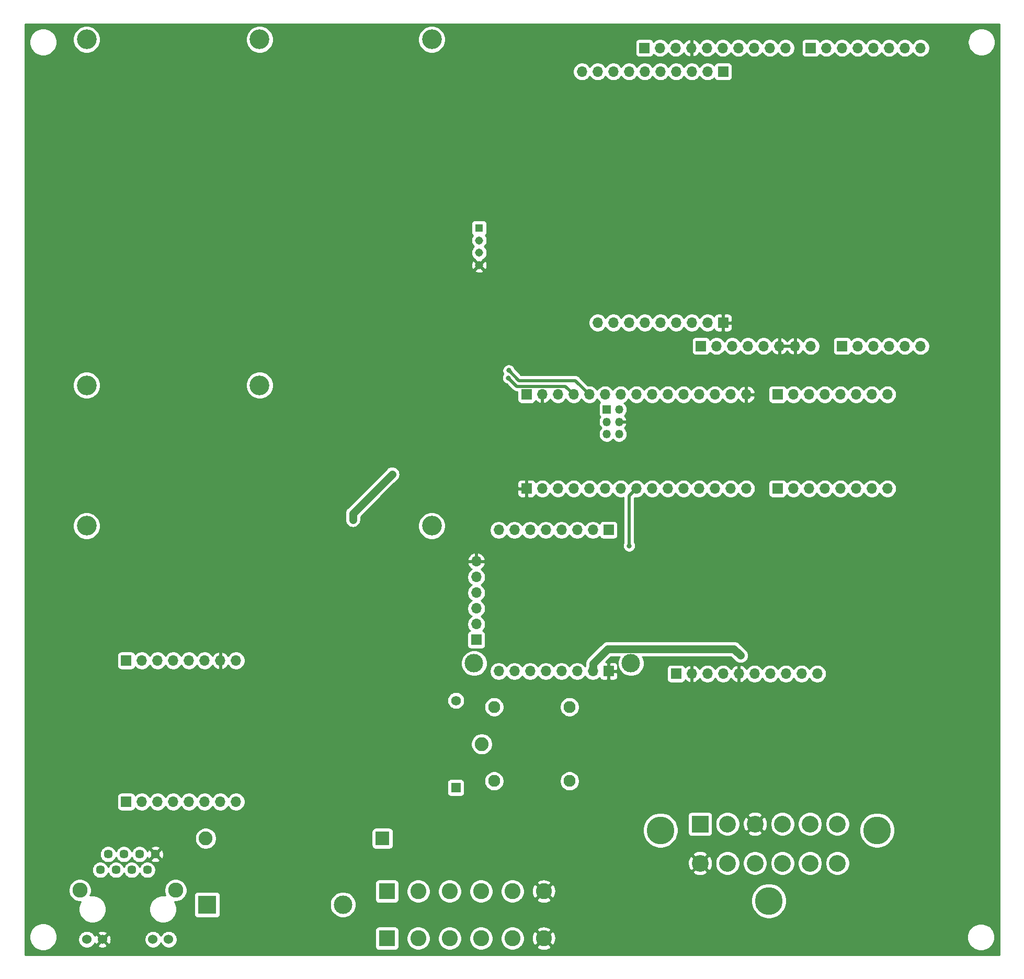
<source format=gbr>
%TF.GenerationSoftware,KiCad,Pcbnew,(5.1.7)-1*%
%TF.CreationDate,2021-12-22T18:53:21-06:00*%
%TF.ProjectId,AS12,41533132-2e6b-4696-9361-645f70636258,rev?*%
%TF.SameCoordinates,Original*%
%TF.FileFunction,Copper,L2,Bot*%
%TF.FilePolarity,Positive*%
%FSLAX46Y46*%
G04 Gerber Fmt 4.6, Leading zero omitted, Abs format (unit mm)*
G04 Created by KiCad (PCBNEW (5.1.7)-1) date 2021-12-22 18:53:21*
%MOMM*%
%LPD*%
G01*
G04 APERTURE LIST*
%TA.AperFunction,ComponentPad*%
%ADD10O,1.700000X1.700000*%
%TD*%
%TA.AperFunction,ComponentPad*%
%ADD11R,1.700000X1.700000*%
%TD*%
%TA.AperFunction,ComponentPad*%
%ADD12C,3.200000*%
%TD*%
%TA.AperFunction,ComponentPad*%
%ADD13C,2.445000*%
%TD*%
%TA.AperFunction,ComponentPad*%
%ADD14C,1.530000*%
%TD*%
%TA.AperFunction,ComponentPad*%
%ADD15C,1.446000*%
%TD*%
%TA.AperFunction,ComponentPad*%
%ADD16C,1.575000*%
%TD*%
%TA.AperFunction,ComponentPad*%
%ADD17R,1.575000X1.575000*%
%TD*%
%TA.AperFunction,ComponentPad*%
%ADD18C,1.950000*%
%TD*%
%TA.AperFunction,ComponentPad*%
%ADD19C,2.250000*%
%TD*%
%TA.AperFunction,ComponentPad*%
%ADD20C,2.600000*%
%TD*%
%TA.AperFunction,ComponentPad*%
%ADD21R,2.600000X2.600000*%
%TD*%
%TA.AperFunction,ComponentPad*%
%ADD22R,2.250000X2.250000*%
%TD*%
%TA.AperFunction,ComponentPad*%
%ADD23C,1.308000*%
%TD*%
%TA.AperFunction,ComponentPad*%
%ADD24R,1.308000X1.308000*%
%TD*%
%TA.AperFunction,ComponentPad*%
%ADD25C,3.000000*%
%TD*%
%TA.AperFunction,ComponentPad*%
%ADD26O,1.350000X1.350000*%
%TD*%
%TA.AperFunction,ComponentPad*%
%ADD27R,1.350000X1.350000*%
%TD*%
%TA.AperFunction,ComponentPad*%
%ADD28C,4.485000*%
%TD*%
%TA.AperFunction,ComponentPad*%
%ADD29C,2.715000*%
%TD*%
%TA.AperFunction,ComponentPad*%
%ADD30R,2.715000X2.715000*%
%TD*%
%TA.AperFunction,ComponentPad*%
%ADD31R,3.000000X3.000000*%
%TD*%
%TA.AperFunction,ViaPad*%
%ADD32C,0.800000*%
%TD*%
%TA.AperFunction,Conductor*%
%ADD33C,1.270000*%
%TD*%
%TA.AperFunction,Conductor*%
%ADD34C,0.508000*%
%TD*%
%TA.AperFunction,Conductor*%
%ADD35C,0.254000*%
%TD*%
%TA.AperFunction,Conductor*%
%ADD36C,0.100000*%
%TD*%
G04 APERTURE END LIST*
D10*
%TO.P,J24,8*%
%TO.N,Net-(C10-Pad1)*%
X54795000Y-123679400D03*
%TO.P,J24,7*%
%TO.N,GND*%
X52255000Y-123679400D03*
%TO.P,J24,6*%
%TO.N,Net-(J24-Pad6)*%
X49715000Y-123679400D03*
%TO.P,J24,5*%
%TO.N,Net-(J24-Pad5)*%
X47175000Y-123679400D03*
%TO.P,J24,4*%
%TO.N,Net-(J24-Pad4)*%
X44635000Y-123679400D03*
%TO.P,J24,3*%
%TO.N,Net-(J24-Pad3)*%
X42095000Y-123679400D03*
%TO.P,J24,2*%
%TO.N,Net-(J24-Pad2)*%
X39555000Y-123679400D03*
D11*
%TO.P,J24,1*%
%TO.N,Net-(J24-Pad1)*%
X37015000Y-123679400D03*
%TD*%
D10*
%TO.P,J2,8*%
%TO.N,Net-(J2-Pad8)*%
X54795000Y-146539400D03*
%TO.P,J2,7*%
%TO.N,Net-(J2-Pad7)*%
X52255000Y-146539400D03*
%TO.P,J2,6*%
%TO.N,Net-(J2-Pad6)*%
X49715000Y-146539400D03*
%TO.P,J2,5*%
%TO.N,Net-(J2-Pad5)*%
X47175000Y-146539400D03*
%TO.P,J2,4*%
%TO.N,Net-(J2-Pad4)*%
X44635000Y-146539400D03*
%TO.P,J2,3*%
%TO.N,Net-(J2-Pad3)*%
X42095000Y-146539400D03*
%TO.P,J2,2*%
%TO.N,Net-(J2-Pad2)*%
X39555000Y-146539400D03*
D11*
%TO.P,J2,1*%
%TO.N,Net-(J2-Pad1)*%
X37015000Y-146539400D03*
%TD*%
D12*
%TO.P,REF\u002A\u002A,8*%
%TO.N,N/C*%
X58601220Y-23133960D03*
X58601220Y-79133960D03*
X30601220Y-79133960D03*
X30601220Y-23133960D03*
X86481220Y-23133960D03*
X86481220Y-101873960D03*
X30601220Y-101873960D03*
%TD*%
D13*
%TO.P,J12,MH2*%
%TO.N,N/C*%
X45006800Y-160873980D03*
%TO.P,J12,MH1*%
X29516800Y-160873980D03*
D14*
%TO.P,J12,12*%
%TO.N,Net-(J12-Pad12)*%
X43886800Y-168823980D03*
%TO.P,J12,11*%
%TO.N,Net-(J12-Pad11)*%
X41346800Y-168823980D03*
%TO.P,J12,10*%
%TO.N,GND*%
X33176800Y-168823980D03*
%TO.P,J12,9*%
%TO.N,Net-(J11-Pad3)*%
X30636800Y-168823980D03*
D15*
%TO.P,J12,8*%
%TO.N,GND*%
X41706800Y-155033980D03*
%TO.P,J12,7*%
%TO.N,Net-(J12-Pad7)*%
X40436800Y-157573980D03*
%TO.P,J12,6*%
%TO.N,Net-(J11-Pad2)*%
X39166800Y-155033980D03*
%TO.P,J12,5*%
%TO.N,Net-(C8-Pad1)*%
X37896800Y-157573980D03*
%TO.P,J12,4*%
X36626800Y-155033980D03*
%TO.P,J12,3*%
%TO.N,Net-(J11-Pad1)*%
X35356800Y-157573980D03*
%TO.P,J12,2*%
%TO.N,Net-(J11-Pad5)*%
X34086800Y-155033980D03*
%TO.P,J12,1*%
%TO.N,Net-(J11-Pad6)*%
X32816800Y-157573980D03*
%TD*%
D16*
%TO.P,D4,2*%
%TO.N,Net-(D4-Pad2)*%
X90380820Y-130159300D03*
D17*
%TO.P,D4,1*%
%TO.N,Net-(C10-Pad1)*%
X90380820Y-144259300D03*
%TD*%
D18*
%TO.P,K1,5*%
%TO.N,Net-(K1-Pad5)*%
X108770800Y-131191000D03*
%TO.P,K1,4*%
%TO.N,Net-(K1-Pad4)*%
X108770800Y-143191000D03*
%TO.P,K1,3*%
%TO.N,Net-(C10-Pad1)*%
X96570800Y-143191000D03*
D19*
%TO.P,K1,2*%
%TO.N,Net-(K1-Pad2)*%
X94570800Y-137191000D03*
D18*
%TO.P,K1,1*%
%TO.N,Net-(D4-Pad2)*%
X96570800Y-131191000D03*
%TD*%
D20*
%TO.P,KF1,6*%
%TO.N,GND*%
X104622600Y-161034600D03*
X104622600Y-168654600D03*
%TO.P,KF1,5*%
%TO.N,Net-(J3-Pad8)*%
X99542600Y-161034600D03*
X99542600Y-168654600D03*
%TO.P,KF1,4*%
%TO.N,Net-(J3-Pad11)*%
X94462600Y-161034600D03*
X94462600Y-168654600D03*
%TO.P,KF1,3*%
%TO.N,Net-(K1-Pad2)*%
X89382600Y-161034600D03*
X89382600Y-168654600D03*
%TO.P,KF1,2*%
%TO.N,Net-(F1-Pad2)*%
X84302600Y-161034600D03*
X84302600Y-168654600D03*
D21*
%TO.P,KF1,1*%
X79222600Y-161034600D03*
X79222600Y-168654600D03*
%TD*%
D19*
%TO.P,D3,2*%
%TO.N,Net-(D3-Pad2)*%
X49893620Y-152481280D03*
D22*
%TO.P,D3,1*%
%TO.N,Net-(C9-Pad1)*%
X78493620Y-152481280D03*
%TD*%
D23*
%TO.P,J23,4*%
%TO.N,GND*%
X94145100Y-59654700D03*
%TO.P,J23,3*%
%TO.N,Net-(J23-Pad3)*%
X94145100Y-57654700D03*
%TO.P,J23,2*%
%TO.N,Net-(J13-Pad4)*%
X94145100Y-55654700D03*
D24*
%TO.P,J23,1*%
%TO.N,Net-(J13-Pad5)*%
X94145100Y-53654700D03*
%TD*%
D25*
%TO.P,REF\u002A\u002A,*%
%TO.N,*%
X93331360Y-124118700D03*
X118731360Y-124118700D03*
%TD*%
D10*
%TO.P,J22,8*%
%TO.N,Net-(J14-Pad7)*%
X165608000Y-24511000D03*
%TO.P,J22,7*%
%TO.N,Net-(J14-Pad6)*%
X163068000Y-24511000D03*
%TO.P,J22,6*%
%TO.N,Net-(J13-Pad13)*%
X160528000Y-24511000D03*
%TO.P,J22,5*%
%TO.N,Net-(J22-Pad5)*%
X157988000Y-24511000D03*
%TO.P,J22,4*%
%TO.N,Net-(J22-Pad4)*%
X155448000Y-24511000D03*
%TO.P,J22,3*%
%TO.N,Net-(J22-Pad3)*%
X152908000Y-24511000D03*
%TO.P,J22,2*%
%TO.N,Net-(J22-Pad2)*%
X150368000Y-24511000D03*
D11*
%TO.P,J22,1*%
%TO.N,Net-(J22-Pad1)*%
X147828000Y-24511000D03*
%TD*%
D10*
%TO.P,J21,10*%
%TO.N,Net-(J13-Pad12)*%
X143768000Y-24511000D03*
%TO.P,J21,9*%
%TO.N,Net-(J21-Pad9)*%
X141228000Y-24511000D03*
%TO.P,J21,8*%
%TO.N,Net-(J21-Pad8)*%
X138688000Y-24511000D03*
%TO.P,J21,7*%
%TO.N,Net-(J21-Pad7)*%
X136148000Y-24511000D03*
%TO.P,J21,6*%
%TO.N,Net-(J21-Pad6)*%
X133608000Y-24511000D03*
%TO.P,J21,5*%
%TO.N,Net-(J21-Pad5)*%
X131068000Y-24511000D03*
%TO.P,J21,4*%
%TO.N,GND*%
X128528000Y-24511000D03*
%TO.P,J21,3*%
%TO.N,Net-(J21-Pad3)*%
X125988000Y-24511000D03*
%TO.P,J21,2*%
%TO.N,Net-(J21-Pad2)*%
X123448000Y-24511000D03*
D11*
%TO.P,J21,1*%
%TO.N,Net-(J21-Pad1)*%
X120908000Y-24511000D03*
%TD*%
D10*
%TO.P,J20,10*%
%TO.N,Net-(J20-Pad10)*%
X110794800Y-28336400D03*
%TO.P,J20,9*%
%TO.N,Net-(J20-Pad9)*%
X113334800Y-28336400D03*
%TO.P,J20,8*%
%TO.N,Net-(J20-Pad8)*%
X115874800Y-28336400D03*
%TO.P,J20,7*%
%TO.N,Net-(J20-Pad7)*%
X118414800Y-28336400D03*
%TO.P,J20,6*%
%TO.N,Net-(J20-Pad6)*%
X120954800Y-28336400D03*
%TO.P,J20,5*%
%TO.N,Net-(J20-Pad5)*%
X123494800Y-28336400D03*
%TO.P,J20,4*%
%TO.N,Net-(J20-Pad4)*%
X126034800Y-28336400D03*
%TO.P,J20,3*%
%TO.N,Net-(J20-Pad3)*%
X128574800Y-28336400D03*
%TO.P,J20,2*%
%TO.N,Net-(J20-Pad2)*%
X131114800Y-28336400D03*
D11*
%TO.P,J20,1*%
%TO.N,Net-(J20-Pad1)*%
X133654800Y-28336400D03*
%TD*%
D10*
%TO.P,J19,6*%
%TO.N,Net-(J19-Pad6)*%
X165608000Y-72771000D03*
%TO.P,J19,5*%
%TO.N,Net-(J19-Pad5)*%
X163068000Y-72771000D03*
%TO.P,J19,4*%
%TO.N,Net-(J19-Pad4)*%
X160528000Y-72771000D03*
%TO.P,J19,3*%
%TO.N,Net-(J19-Pad3)*%
X157988000Y-72771000D03*
%TO.P,J19,2*%
%TO.N,Net-(J19-Pad2)*%
X155448000Y-72771000D03*
D11*
%TO.P,J19,1*%
%TO.N,Net-(J19-Pad1)*%
X152908000Y-72771000D03*
%TD*%
D10*
%TO.P,J18,8*%
%TO.N,Net-(J18-Pad8)*%
X147828000Y-72771000D03*
%TO.P,J18,7*%
%TO.N,GND*%
X145288000Y-72771000D03*
%TO.P,J18,6*%
X142748000Y-72771000D03*
%TO.P,J18,5*%
%TO.N,Net-(C10-Pad1)*%
X140208000Y-72771000D03*
%TO.P,J18,4*%
%TO.N,Net-(J18-Pad4)*%
X137668000Y-72771000D03*
%TO.P,J18,3*%
%TO.N,Net-(J18-Pad3)*%
X135128000Y-72771000D03*
%TO.P,J18,2*%
%TO.N,Net-(J13-Pad3)*%
X132588000Y-72771000D03*
D11*
%TO.P,J18,1*%
%TO.N,Net-(J18-Pad1)*%
X130048000Y-72771000D03*
%TD*%
D10*
%TO.P,J17,9*%
%TO.N,Net-(J17-Pad9)*%
X113334800Y-68986400D03*
%TO.P,J17,8*%
%TO.N,Net-(J13-Pad6)*%
X115874800Y-68986400D03*
%TO.P,J17,7*%
%TO.N,Net-(J13-Pad7)*%
X118414800Y-68986400D03*
%TO.P,J17,6*%
%TO.N,Net-(J17-Pad6)*%
X120954800Y-68986400D03*
%TO.P,J17,5*%
%TO.N,Net-(J13-Pad10)*%
X123494800Y-68986400D03*
%TO.P,J17,4*%
%TO.N,Net-(J13-Pad11)*%
X126034800Y-68986400D03*
%TO.P,J17,3*%
%TO.N,Net-(J17-Pad3)*%
X128574800Y-68986400D03*
%TO.P,J17,2*%
%TO.N,Net-(C10-Pad1)*%
X131114800Y-68986400D03*
D11*
%TO.P,J17,1*%
%TO.N,GND*%
X133654800Y-68986400D03*
%TD*%
D10*
%TO.P,J14,8*%
%TO.N,Net-(J14-Pad8)*%
X160248600Y-80594200D03*
%TO.P,J14,7*%
%TO.N,Net-(J14-Pad7)*%
X157708600Y-80594200D03*
%TO.P,J14,6*%
%TO.N,Net-(J14-Pad6)*%
X155168600Y-80594200D03*
%TO.P,J14,5*%
%TO.N,Net-(J14-Pad5)*%
X152628600Y-80594200D03*
%TO.P,J14,4*%
%TO.N,Net-(J14-Pad4)*%
X150088600Y-80594200D03*
%TO.P,J14,3*%
%TO.N,Net-(J14-Pad3)*%
X147548600Y-80594200D03*
%TO.P,J14,2*%
%TO.N,Net-(J14-Pad2)*%
X145008600Y-80594200D03*
D11*
%TO.P,J14,1*%
%TO.N,Net-(J14-Pad1)*%
X142468600Y-80594200D03*
%TD*%
D10*
%TO.P,J13,15*%
%TO.N,GND*%
X137388600Y-80594200D03*
%TO.P,J13,14*%
%TO.N,Net-(J13-Pad14)*%
X134848600Y-80594200D03*
%TO.P,J13,13*%
%TO.N,Net-(J13-Pad13)*%
X132308600Y-80594200D03*
%TO.P,J13,12*%
%TO.N,Net-(J13-Pad12)*%
X129768600Y-80594200D03*
%TO.P,J13,11*%
%TO.N,Net-(J13-Pad11)*%
X127228600Y-80594200D03*
%TO.P,J13,10*%
%TO.N,Net-(J13-Pad10)*%
X124688600Y-80594200D03*
%TO.P,J13,9*%
%TO.N,Net-(IC1-Pad4)*%
X122148600Y-80594200D03*
%TO.P,J13,8*%
%TO.N,Net-(IC1-Pad3)*%
X119608600Y-80594200D03*
%TO.P,J13,7*%
%TO.N,Net-(J13-Pad7)*%
X117068600Y-80594200D03*
%TO.P,J13,6*%
%TO.N,Net-(J13-Pad6)*%
X114528600Y-80594200D03*
%TO.P,J13,5*%
%TO.N,Net-(J13-Pad5)*%
X111988600Y-80594200D03*
%TO.P,J13,4*%
%TO.N,Net-(J13-Pad4)*%
X109448600Y-80594200D03*
%TO.P,J13,3*%
%TO.N,Net-(J13-Pad3)*%
X106908600Y-80594200D03*
%TO.P,J13,2*%
%TO.N,GND*%
X104368600Y-80594200D03*
D11*
%TO.P,J13,1*%
%TO.N,Net-(C10-Pad1)*%
X101828600Y-80594200D03*
%TD*%
D26*
%TO.P,J11,6*%
%TO.N,Net-(J11-Pad6)*%
X116798600Y-87032600D03*
%TO.P,J11,5*%
%TO.N,Net-(J11-Pad5)*%
X114798600Y-87032600D03*
%TO.P,J11,4*%
%TO.N,GND*%
X116798600Y-85032600D03*
%TO.P,J11,3*%
%TO.N,Net-(J11-Pad3)*%
X114798600Y-85032600D03*
%TO.P,J11,2*%
%TO.N,Net-(J11-Pad2)*%
X116798600Y-83032600D03*
D27*
%TO.P,J11,1*%
%TO.N,Net-(J11-Pad1)*%
X114798600Y-83032600D03*
%TD*%
D10*
%TO.P,J10,8*%
%TO.N,Net-(J10-Pad8)*%
X160248600Y-95834200D03*
%TO.P,J10,7*%
%TO.N,Net-(J10-Pad7)*%
X157708600Y-95834200D03*
%TO.P,J10,6*%
%TO.N,Net-(J10-Pad6)*%
X155168600Y-95834200D03*
%TO.P,J10,5*%
%TO.N,Net-(J10-Pad5)*%
X152628600Y-95834200D03*
%TO.P,J10,4*%
%TO.N,Net-(J10-Pad4)*%
X150088600Y-95834200D03*
%TO.P,J10,3*%
%TO.N,Net-(J10-Pad3)*%
X147548600Y-95834200D03*
%TO.P,J10,2*%
%TO.N,Net-(J10-Pad2)*%
X145008600Y-95834200D03*
D11*
%TO.P,J10,1*%
%TO.N,Net-(J10-Pad1)*%
X142468600Y-95834200D03*
%TD*%
D10*
%TO.P,J9,15*%
%TO.N,Net-(IC1-Pad2)*%
X137388600Y-95834200D03*
%TO.P,J9,14*%
%TO.N,Net-(J9-Pad14)*%
X134848600Y-95834200D03*
%TO.P,J9,13*%
%TO.N,Net-(J9-Pad13)*%
X132308600Y-95834200D03*
%TO.P,J9,12*%
%TO.N,Net-(J9-Pad12)*%
X129768600Y-95834200D03*
%TO.P,J9,11*%
%TO.N,Net-(J9-Pad11)*%
X127228600Y-95834200D03*
%TO.P,J9,10*%
%TO.N,Net-(J9-Pad10)*%
X124688600Y-95834200D03*
%TO.P,J9,9*%
%TO.N,Net-(J9-Pad9)*%
X122148600Y-95834200D03*
%TO.P,J9,8*%
%TO.N,Net-(J9-Pad8)*%
X119608600Y-95834200D03*
%TO.P,J9,7*%
%TO.N,Net-(J9-Pad7)*%
X117068600Y-95834200D03*
%TO.P,J9,6*%
%TO.N,Net-(J9-Pad6)*%
X114528600Y-95834200D03*
%TO.P,J9,5*%
%TO.N,Net-(J9-Pad5)*%
X111988600Y-95834200D03*
%TO.P,J9,4*%
%TO.N,Net-(J9-Pad4)*%
X109448600Y-95834200D03*
%TO.P,J9,3*%
%TO.N,Net-(J24-Pad2)*%
X106908600Y-95834200D03*
%TO.P,J9,2*%
%TO.N,Net-(J24-Pad1)*%
X104368600Y-95834200D03*
D11*
%TO.P,J9,1*%
%TO.N,GND*%
X101828600Y-95834200D03*
%TD*%
D10*
%TO.P,J6,8*%
%TO.N,Net-(J6-Pad8)*%
X97317560Y-125412500D03*
%TO.P,J6,7*%
%TO.N,Net-(J6-Pad7)*%
X99857560Y-125412500D03*
%TO.P,J6,6*%
%TO.N,Net-(J6-Pad6)*%
X102397560Y-125412500D03*
%TO.P,J6,5*%
%TO.N,Net-(J6-Pad5)*%
X104937560Y-125412500D03*
%TO.P,J6,4*%
%TO.N,Net-(J6-Pad4)*%
X107477560Y-125412500D03*
%TO.P,J6,3*%
%TO.N,Net-(J6-Pad3)*%
X110017560Y-125412500D03*
%TO.P,J6,2*%
%TO.N,Net-(C1-Pad1)*%
X112557560Y-125412500D03*
D11*
%TO.P,J6,1*%
%TO.N,GND*%
X115097560Y-125412500D03*
%TD*%
D10*
%TO.P,J5,8*%
%TO.N,Net-(J5-Pad8)*%
X97317560Y-102552500D03*
%TO.P,J5,7*%
%TO.N,Net-(J5-Pad7)*%
X99857560Y-102552500D03*
%TO.P,J5,6*%
%TO.N,Net-(IC1-Pad6)*%
X102397560Y-102552500D03*
%TO.P,J5,5*%
%TO.N,Net-(IC1-Pad5)*%
X104937560Y-102552500D03*
%TO.P,J5,4*%
%TO.N,Net-(J5-Pad4)*%
X107477560Y-102552500D03*
%TO.P,J5,3*%
%TO.N,Net-(J5-Pad3)*%
X110017560Y-102552500D03*
%TO.P,J5,2*%
%TO.N,Net-(J5-Pad2)*%
X112557560Y-102552500D03*
D11*
%TO.P,J5,1*%
%TO.N,Net-(J5-Pad1)*%
X115097560Y-102552500D03*
%TD*%
D10*
%TO.P,J4,6*%
%TO.N,GND*%
X93685360Y-107632500D03*
%TO.P,J4,5*%
%TO.N,Net-(J4-Pad5)*%
X93685360Y-110172500D03*
%TO.P,J4,4*%
%TO.N,Net-(J4-Pad4)*%
X93685360Y-112712500D03*
%TO.P,J4,3*%
%TO.N,Net-(IC1-Pad6)*%
X93685360Y-115252500D03*
%TO.P,J4,2*%
%TO.N,Net-(IC1-Pad5)*%
X93685360Y-117792500D03*
D11*
%TO.P,J4,1*%
%TO.N,Net-(C1-Pad1)*%
X93685360Y-120332500D03*
%TD*%
D28*
%TO.P,J3,MH3*%
%TO.N,Net-(J3-PadMH3)*%
X158576000Y-151159400D03*
%TO.P,J3,MH2*%
%TO.N,Net-(J3-PadMH2)*%
X141036000Y-162589400D03*
%TO.P,J3,MH1*%
%TO.N,Net-(J3-PadMH1)*%
X123496000Y-151159400D03*
D29*
%TO.P,J3,12*%
%TO.N,GND*%
X129921000Y-156489400D03*
%TO.P,J3,11*%
%TO.N,Net-(J3-Pad11)*%
X134366000Y-156489400D03*
%TO.P,J3,10*%
%TO.N,Net-(J3-Pad10)*%
X138811000Y-156489400D03*
%TO.P,J3,9*%
%TO.N,Net-(J3-Pad9)*%
X143261000Y-156489400D03*
%TO.P,J3,8*%
%TO.N,Net-(J3-Pad8)*%
X147706000Y-156489400D03*
%TO.P,J3,7*%
%TO.N,Net-(J3-Pad7)*%
X152151000Y-156489400D03*
%TO.P,J3,6*%
%TO.N,Net-(J3-Pad6)*%
X152151000Y-150139400D03*
%TO.P,J3,5*%
%TO.N,Net-(J3-Pad5)*%
X147706000Y-150139400D03*
%TO.P,J3,4*%
%TO.N,Net-(J3-Pad4)*%
X143261000Y-150139400D03*
%TO.P,J3,3*%
%TO.N,GND*%
X138811000Y-150139400D03*
%TO.P,J3,2*%
%TO.N,Net-(C10-Pad1)*%
X134366000Y-150139400D03*
D30*
%TO.P,J3,1*%
%TO.N,Net-(J3-Pad1)*%
X129921000Y-150139400D03*
%TD*%
D10*
%TO.P,J1,10*%
%TO.N,Net-(J1-Pad10)*%
X148887180Y-125811280D03*
%TO.P,J1,9*%
%TO.N,Net-(J1-Pad9)*%
X146347180Y-125811280D03*
%TO.P,J1,8*%
%TO.N,Net-(J1-Pad8)*%
X143807180Y-125811280D03*
%TO.P,J1,7*%
%TO.N,Net-(D1-Pad1)*%
X141267180Y-125811280D03*
%TO.P,J1,6*%
%TO.N,Net-(J1-Pad6)*%
X138727180Y-125811280D03*
%TO.P,J1,5*%
%TO.N,GND*%
X136187180Y-125811280D03*
%TO.P,J1,4*%
%TO.N,Net-(IC1-Pad5)*%
X133647180Y-125811280D03*
%TO.P,J1,3*%
%TO.N,Net-(IC1-Pad6)*%
X131107180Y-125811280D03*
%TO.P,J1,2*%
%TO.N,GND*%
X128567180Y-125811280D03*
D11*
%TO.P,J1,1*%
%TO.N,Net-(C10-Pad1)*%
X126027180Y-125811280D03*
%TD*%
D25*
%TO.P,F1,2*%
%TO.N,Net-(F1-Pad2)*%
X72102900Y-163203900D03*
D31*
%TO.P,F1,1*%
%TO.N,Net-(D3-Pad2)*%
X50102900Y-163203900D03*
%TD*%
D32*
%TO.N,GND*%
X76537820Y-100543360D03*
X80624680Y-115356640D03*
X130055620Y-120075960D03*
X132740400Y-133985000D03*
X138150600Y-105054400D03*
X142443200Y-100761800D03*
X158292800Y-131826000D03*
X164795200Y-131648200D03*
X170256200Y-131495800D03*
X130695700Y-58849260D03*
X89303860Y-124193300D03*
X163080700Y-89154000D03*
X82008980Y-131942840D03*
X76225400Y-115387120D03*
X81267300Y-146098260D03*
X153705560Y-124000260D03*
X98877120Y-79834740D03*
X148930360Y-121000520D03*
X82575400Y-127292100D03*
X64503300Y-138772900D03*
X64503300Y-135356600D03*
X52019200Y-129222500D03*
X115430300Y-132029200D03*
X122974100Y-138214100D03*
%TO.N,Net-(C1-Pad1)*%
X136476740Y-122867420D03*
%TO.N,Net-(J9-Pad8)*%
X118437660Y-105102660D03*
%TO.N,Net-(J13-Pad5)*%
X98940620Y-76723240D03*
%TO.N,Net-(J13-Pad4)*%
X98877120Y-77917040D03*
%TO.N,Net-(C10-Pad1)*%
X80050640Y-93515180D03*
X73703180Y-100868480D03*
%TD*%
D33*
%TO.N,Net-(C1-Pad1)*%
X135393019Y-121783699D02*
X136476740Y-122867420D01*
X114984280Y-121783699D02*
X135393019Y-121783699D01*
X112557560Y-124210419D02*
X114984280Y-121783699D01*
X112557560Y-125412500D02*
X112557560Y-124210419D01*
D34*
%TO.N,Net-(J9-Pad8)*%
X118437660Y-97005140D02*
X119608600Y-95834200D01*
X118437660Y-105102660D02*
X118437660Y-97005140D01*
%TO.N,Net-(J13-Pad5)*%
X111988600Y-80594200D02*
X109750860Y-78356460D01*
X100573840Y-78356460D02*
X98940620Y-76723240D01*
X109750860Y-78356460D02*
X100573840Y-78356460D01*
%TO.N,Net-(J13-Pad4)*%
X100250279Y-79290199D02*
X98877120Y-77917040D01*
X108144599Y-79290199D02*
X100250279Y-79290199D01*
X109448600Y-80594200D02*
X108144599Y-79290199D01*
D33*
%TO.N,Net-(C10-Pad1)*%
X80050640Y-93515180D02*
X73703180Y-99862640D01*
X73703180Y-99862640D02*
X73703180Y-100868480D01*
%TD*%
D35*
%TO.N,GND*%
X178340001Y-171340000D02*
X20660000Y-171340000D01*
X20660000Y-168189492D01*
X21315880Y-168189492D01*
X21315880Y-168629748D01*
X21401770Y-169061545D01*
X21570249Y-169468289D01*
X21814842Y-169834349D01*
X22126151Y-170145658D01*
X22492211Y-170390251D01*
X22898955Y-170558730D01*
X23330752Y-170644620D01*
X23771008Y-170644620D01*
X24202805Y-170558730D01*
X24609549Y-170390251D01*
X24975609Y-170145658D01*
X25286918Y-169834349D01*
X25531511Y-169468289D01*
X25699990Y-169061545D01*
X25774672Y-168686092D01*
X29236800Y-168686092D01*
X29236800Y-168961868D01*
X29290601Y-169232345D01*
X29396136Y-169487129D01*
X29549349Y-169716428D01*
X29744352Y-169911431D01*
X29973651Y-170064644D01*
X30228435Y-170170179D01*
X30498912Y-170223980D01*
X30774688Y-170223980D01*
X31045165Y-170170179D01*
X31299949Y-170064644D01*
X31529248Y-169911431D01*
X31648992Y-169791687D01*
X32388698Y-169791687D01*
X32456040Y-170032086D01*
X32705580Y-170149486D01*
X32973227Y-170215947D01*
X33248699Y-170228916D01*
X33521407Y-170187894D01*
X33780872Y-170094458D01*
X33897560Y-170032086D01*
X33964902Y-169791687D01*
X33176800Y-169003585D01*
X32388698Y-169791687D01*
X31648992Y-169791687D01*
X31724251Y-169716428D01*
X31877464Y-169487129D01*
X31904282Y-169422386D01*
X31906322Y-169428052D01*
X31968694Y-169544740D01*
X32209093Y-169612082D01*
X32997195Y-168823980D01*
X33356405Y-168823980D01*
X34144507Y-169612082D01*
X34384906Y-169544740D01*
X34502306Y-169295200D01*
X34568767Y-169027553D01*
X34581736Y-168752081D01*
X34571810Y-168686092D01*
X39946800Y-168686092D01*
X39946800Y-168961868D01*
X40000601Y-169232345D01*
X40106136Y-169487129D01*
X40259349Y-169716428D01*
X40454352Y-169911431D01*
X40683651Y-170064644D01*
X40938435Y-170170179D01*
X41208912Y-170223980D01*
X41484688Y-170223980D01*
X41755165Y-170170179D01*
X42009949Y-170064644D01*
X42239248Y-169911431D01*
X42434251Y-169716428D01*
X42587464Y-169487129D01*
X42616800Y-169416306D01*
X42646136Y-169487129D01*
X42799349Y-169716428D01*
X42994352Y-169911431D01*
X43223651Y-170064644D01*
X43478435Y-170170179D01*
X43748912Y-170223980D01*
X44024688Y-170223980D01*
X44295165Y-170170179D01*
X44549949Y-170064644D01*
X44779248Y-169911431D01*
X44974251Y-169716428D01*
X45127464Y-169487129D01*
X45232999Y-169232345D01*
X45286800Y-168961868D01*
X45286800Y-168686092D01*
X45232999Y-168415615D01*
X45127464Y-168160831D01*
X44974251Y-167931532D01*
X44779248Y-167736529D01*
X44549949Y-167583316D01*
X44295165Y-167477781D01*
X44024688Y-167423980D01*
X43748912Y-167423980D01*
X43478435Y-167477781D01*
X43223651Y-167583316D01*
X42994352Y-167736529D01*
X42799349Y-167931532D01*
X42646136Y-168160831D01*
X42616800Y-168231654D01*
X42587464Y-168160831D01*
X42434251Y-167931532D01*
X42239248Y-167736529D01*
X42009949Y-167583316D01*
X41755165Y-167477781D01*
X41484688Y-167423980D01*
X41208912Y-167423980D01*
X40938435Y-167477781D01*
X40683651Y-167583316D01*
X40454352Y-167736529D01*
X40259349Y-167931532D01*
X40106136Y-168160831D01*
X40000601Y-168415615D01*
X39946800Y-168686092D01*
X34571810Y-168686092D01*
X34540714Y-168479373D01*
X34447278Y-168219908D01*
X34384906Y-168103220D01*
X34144507Y-168035878D01*
X33356405Y-168823980D01*
X32997195Y-168823980D01*
X32209093Y-168035878D01*
X31968694Y-168103220D01*
X31907488Y-168233316D01*
X31877464Y-168160831D01*
X31724251Y-167931532D01*
X31648992Y-167856273D01*
X32388698Y-167856273D01*
X33176800Y-168644375D01*
X33964902Y-167856273D01*
X33897560Y-167615874D01*
X33648020Y-167498474D01*
X33380373Y-167432013D01*
X33104901Y-167419044D01*
X32832193Y-167460066D01*
X32572728Y-167553502D01*
X32456040Y-167615874D01*
X32388698Y-167856273D01*
X31648992Y-167856273D01*
X31529248Y-167736529D01*
X31299949Y-167583316D01*
X31045165Y-167477781D01*
X30774688Y-167423980D01*
X30498912Y-167423980D01*
X30228435Y-167477781D01*
X29973651Y-167583316D01*
X29744352Y-167736529D01*
X29549349Y-167931532D01*
X29396136Y-168160831D01*
X29290601Y-168415615D01*
X29236800Y-168686092D01*
X25774672Y-168686092D01*
X25785880Y-168629748D01*
X25785880Y-168189492D01*
X25699990Y-167757695D01*
X25533023Y-167354600D01*
X77284528Y-167354600D01*
X77284528Y-169954600D01*
X77296788Y-170079082D01*
X77333098Y-170198780D01*
X77392063Y-170309094D01*
X77471415Y-170405785D01*
X77568106Y-170485137D01*
X77678420Y-170544102D01*
X77798118Y-170580412D01*
X77922600Y-170592672D01*
X80522600Y-170592672D01*
X80647082Y-170580412D01*
X80766780Y-170544102D01*
X80877094Y-170485137D01*
X80973785Y-170405785D01*
X81053137Y-170309094D01*
X81112102Y-170198780D01*
X81148412Y-170079082D01*
X81160672Y-169954600D01*
X81160672Y-168464019D01*
X82367600Y-168464019D01*
X82367600Y-168845181D01*
X82441961Y-169219019D01*
X82587825Y-169571166D01*
X82799587Y-169888091D01*
X83069109Y-170157613D01*
X83386034Y-170369375D01*
X83738181Y-170515239D01*
X84112019Y-170589600D01*
X84493181Y-170589600D01*
X84867019Y-170515239D01*
X85219166Y-170369375D01*
X85536091Y-170157613D01*
X85805613Y-169888091D01*
X86017375Y-169571166D01*
X86163239Y-169219019D01*
X86237600Y-168845181D01*
X86237600Y-168464019D01*
X87447600Y-168464019D01*
X87447600Y-168845181D01*
X87521961Y-169219019D01*
X87667825Y-169571166D01*
X87879587Y-169888091D01*
X88149109Y-170157613D01*
X88466034Y-170369375D01*
X88818181Y-170515239D01*
X89192019Y-170589600D01*
X89573181Y-170589600D01*
X89947019Y-170515239D01*
X90299166Y-170369375D01*
X90616091Y-170157613D01*
X90885613Y-169888091D01*
X91097375Y-169571166D01*
X91243239Y-169219019D01*
X91317600Y-168845181D01*
X91317600Y-168464019D01*
X92527600Y-168464019D01*
X92527600Y-168845181D01*
X92601961Y-169219019D01*
X92747825Y-169571166D01*
X92959587Y-169888091D01*
X93229109Y-170157613D01*
X93546034Y-170369375D01*
X93898181Y-170515239D01*
X94272019Y-170589600D01*
X94653181Y-170589600D01*
X95027019Y-170515239D01*
X95379166Y-170369375D01*
X95696091Y-170157613D01*
X95965613Y-169888091D01*
X96177375Y-169571166D01*
X96323239Y-169219019D01*
X96397600Y-168845181D01*
X96397600Y-168464019D01*
X97607600Y-168464019D01*
X97607600Y-168845181D01*
X97681961Y-169219019D01*
X97827825Y-169571166D01*
X98039587Y-169888091D01*
X98309109Y-170157613D01*
X98626034Y-170369375D01*
X98978181Y-170515239D01*
X99352019Y-170589600D01*
X99733181Y-170589600D01*
X100107019Y-170515239D01*
X100459166Y-170369375D01*
X100776091Y-170157613D01*
X100929880Y-170003824D01*
X103452981Y-170003824D01*
X103584917Y-170298912D01*
X103925645Y-170469759D01*
X104293157Y-170570850D01*
X104673329Y-170598301D01*
X105051551Y-170551057D01*
X105413290Y-170430933D01*
X105660283Y-170298912D01*
X105792219Y-170003824D01*
X104622600Y-168834205D01*
X103452981Y-170003824D01*
X100929880Y-170003824D01*
X101045613Y-169888091D01*
X101257375Y-169571166D01*
X101403239Y-169219019D01*
X101477600Y-168845181D01*
X101477600Y-168705329D01*
X102678899Y-168705329D01*
X102726143Y-169083551D01*
X102846267Y-169445290D01*
X102978288Y-169692283D01*
X103273376Y-169824219D01*
X104442995Y-168654600D01*
X104802205Y-168654600D01*
X105971824Y-169824219D01*
X106266912Y-169692283D01*
X106437759Y-169351555D01*
X106538850Y-168984043D01*
X106566301Y-168603871D01*
X106520887Y-168240292D01*
X173159620Y-168240292D01*
X173159620Y-168680548D01*
X173245510Y-169112345D01*
X173413989Y-169519089D01*
X173658582Y-169885149D01*
X173969891Y-170196458D01*
X174335951Y-170441051D01*
X174742695Y-170609530D01*
X175174492Y-170695420D01*
X175614748Y-170695420D01*
X176046545Y-170609530D01*
X176453289Y-170441051D01*
X176819349Y-170196458D01*
X177130658Y-169885149D01*
X177375251Y-169519089D01*
X177543730Y-169112345D01*
X177629620Y-168680548D01*
X177629620Y-168240292D01*
X177543730Y-167808495D01*
X177375251Y-167401751D01*
X177130658Y-167035691D01*
X176819349Y-166724382D01*
X176453289Y-166479789D01*
X176046545Y-166311310D01*
X175614748Y-166225420D01*
X175174492Y-166225420D01*
X174742695Y-166311310D01*
X174335951Y-166479789D01*
X173969891Y-166724382D01*
X173658582Y-167035691D01*
X173413989Y-167401751D01*
X173245510Y-167808495D01*
X173159620Y-168240292D01*
X106520887Y-168240292D01*
X106519057Y-168225649D01*
X106398933Y-167863910D01*
X106266912Y-167616917D01*
X105971824Y-167484981D01*
X104802205Y-168654600D01*
X104442995Y-168654600D01*
X103273376Y-167484981D01*
X102978288Y-167616917D01*
X102807441Y-167957645D01*
X102706350Y-168325157D01*
X102678899Y-168705329D01*
X101477600Y-168705329D01*
X101477600Y-168464019D01*
X101403239Y-168090181D01*
X101257375Y-167738034D01*
X101045613Y-167421109D01*
X100929880Y-167305376D01*
X103452981Y-167305376D01*
X104622600Y-168474995D01*
X105792219Y-167305376D01*
X105660283Y-167010288D01*
X105319555Y-166839441D01*
X104952043Y-166738350D01*
X104571871Y-166710899D01*
X104193649Y-166758143D01*
X103831910Y-166878267D01*
X103584917Y-167010288D01*
X103452981Y-167305376D01*
X100929880Y-167305376D01*
X100776091Y-167151587D01*
X100459166Y-166939825D01*
X100107019Y-166793961D01*
X99733181Y-166719600D01*
X99352019Y-166719600D01*
X98978181Y-166793961D01*
X98626034Y-166939825D01*
X98309109Y-167151587D01*
X98039587Y-167421109D01*
X97827825Y-167738034D01*
X97681961Y-168090181D01*
X97607600Y-168464019D01*
X96397600Y-168464019D01*
X96323239Y-168090181D01*
X96177375Y-167738034D01*
X95965613Y-167421109D01*
X95696091Y-167151587D01*
X95379166Y-166939825D01*
X95027019Y-166793961D01*
X94653181Y-166719600D01*
X94272019Y-166719600D01*
X93898181Y-166793961D01*
X93546034Y-166939825D01*
X93229109Y-167151587D01*
X92959587Y-167421109D01*
X92747825Y-167738034D01*
X92601961Y-168090181D01*
X92527600Y-168464019D01*
X91317600Y-168464019D01*
X91243239Y-168090181D01*
X91097375Y-167738034D01*
X90885613Y-167421109D01*
X90616091Y-167151587D01*
X90299166Y-166939825D01*
X89947019Y-166793961D01*
X89573181Y-166719600D01*
X89192019Y-166719600D01*
X88818181Y-166793961D01*
X88466034Y-166939825D01*
X88149109Y-167151587D01*
X87879587Y-167421109D01*
X87667825Y-167738034D01*
X87521961Y-168090181D01*
X87447600Y-168464019D01*
X86237600Y-168464019D01*
X86163239Y-168090181D01*
X86017375Y-167738034D01*
X85805613Y-167421109D01*
X85536091Y-167151587D01*
X85219166Y-166939825D01*
X84867019Y-166793961D01*
X84493181Y-166719600D01*
X84112019Y-166719600D01*
X83738181Y-166793961D01*
X83386034Y-166939825D01*
X83069109Y-167151587D01*
X82799587Y-167421109D01*
X82587825Y-167738034D01*
X82441961Y-168090181D01*
X82367600Y-168464019D01*
X81160672Y-168464019D01*
X81160672Y-167354600D01*
X81148412Y-167230118D01*
X81112102Y-167110420D01*
X81053137Y-167000106D01*
X80973785Y-166903415D01*
X80877094Y-166824063D01*
X80766780Y-166765098D01*
X80647082Y-166728788D01*
X80522600Y-166716528D01*
X77922600Y-166716528D01*
X77798118Y-166728788D01*
X77678420Y-166765098D01*
X77568106Y-166824063D01*
X77471415Y-166903415D01*
X77392063Y-167000106D01*
X77333098Y-167110420D01*
X77296788Y-167230118D01*
X77284528Y-167354600D01*
X25533023Y-167354600D01*
X25531511Y-167350951D01*
X25286918Y-166984891D01*
X24975609Y-166673582D01*
X24609549Y-166428989D01*
X24202805Y-166260510D01*
X23771008Y-166174620D01*
X23330752Y-166174620D01*
X22898955Y-166260510D01*
X22492211Y-166428989D01*
X22126151Y-166673582D01*
X21814842Y-166984891D01*
X21570249Y-167350951D01*
X21401770Y-167757695D01*
X21315880Y-168189492D01*
X20660000Y-168189492D01*
X20660000Y-160691032D01*
X27659300Y-160691032D01*
X27659300Y-161056928D01*
X27730682Y-161415793D01*
X27870705Y-161753836D01*
X28073985Y-162058067D01*
X28332713Y-162316795D01*
X28636944Y-162520075D01*
X28974987Y-162660098D01*
X29333852Y-162731480D01*
X29625525Y-162731480D01*
X29544014Y-162853469D01*
X29373651Y-163264762D01*
X29286800Y-163701389D01*
X29286800Y-164146571D01*
X29373651Y-164583198D01*
X29544014Y-164994491D01*
X29791344Y-165364646D01*
X30106134Y-165679436D01*
X30476289Y-165926766D01*
X30887582Y-166097129D01*
X31324209Y-166183980D01*
X31769391Y-166183980D01*
X32206018Y-166097129D01*
X32617311Y-165926766D01*
X32987466Y-165679436D01*
X33302256Y-165364646D01*
X33549586Y-164994491D01*
X33719949Y-164583198D01*
X33806800Y-164146571D01*
X33806800Y-163701389D01*
X40716800Y-163701389D01*
X40716800Y-164146571D01*
X40803651Y-164583198D01*
X40974014Y-164994491D01*
X41221344Y-165364646D01*
X41536134Y-165679436D01*
X41906289Y-165926766D01*
X42317582Y-166097129D01*
X42754209Y-166183980D01*
X43199391Y-166183980D01*
X43636018Y-166097129D01*
X44047311Y-165926766D01*
X44417466Y-165679436D01*
X44732256Y-165364646D01*
X44979586Y-164994491D01*
X45149949Y-164583198D01*
X45236800Y-164146571D01*
X45236800Y-163701389D01*
X45149949Y-163264762D01*
X44979586Y-162853469D01*
X44898075Y-162731480D01*
X45189748Y-162731480D01*
X45548613Y-162660098D01*
X45886656Y-162520075D01*
X46190887Y-162316795D01*
X46449615Y-162058067D01*
X46652895Y-161753836D01*
X46673579Y-161703900D01*
X47964828Y-161703900D01*
X47964828Y-164703900D01*
X47977088Y-164828382D01*
X48013398Y-164948080D01*
X48072363Y-165058394D01*
X48151715Y-165155085D01*
X48248406Y-165234437D01*
X48358720Y-165293402D01*
X48478418Y-165329712D01*
X48602900Y-165341972D01*
X51602900Y-165341972D01*
X51727382Y-165329712D01*
X51847080Y-165293402D01*
X51957394Y-165234437D01*
X52054085Y-165155085D01*
X52133437Y-165058394D01*
X52192402Y-164948080D01*
X52228712Y-164828382D01*
X52240972Y-164703900D01*
X52240972Y-162993621D01*
X69967900Y-162993621D01*
X69967900Y-163414179D01*
X70049947Y-163826656D01*
X70210888Y-164215202D01*
X70444537Y-164564883D01*
X70741917Y-164862263D01*
X71091598Y-165095912D01*
X71480144Y-165256853D01*
X71892621Y-165338900D01*
X72313179Y-165338900D01*
X72725656Y-165256853D01*
X73114202Y-165095912D01*
X73463883Y-164862263D01*
X73761263Y-164564883D01*
X73994912Y-164215202D01*
X74155853Y-163826656D01*
X74237900Y-163414179D01*
X74237900Y-162993621D01*
X74155853Y-162581144D01*
X73994912Y-162192598D01*
X73761263Y-161842917D01*
X73463883Y-161545537D01*
X73114202Y-161311888D01*
X72725656Y-161150947D01*
X72313179Y-161068900D01*
X71892621Y-161068900D01*
X71480144Y-161150947D01*
X71091598Y-161311888D01*
X70741917Y-161545537D01*
X70444537Y-161842917D01*
X70210888Y-162192598D01*
X70049947Y-162581144D01*
X69967900Y-162993621D01*
X52240972Y-162993621D01*
X52240972Y-161703900D01*
X52228712Y-161579418D01*
X52192402Y-161459720D01*
X52133437Y-161349406D01*
X52054085Y-161252715D01*
X51957394Y-161173363D01*
X51847080Y-161114398D01*
X51727382Y-161078088D01*
X51602900Y-161065828D01*
X48602900Y-161065828D01*
X48478418Y-161078088D01*
X48358720Y-161114398D01*
X48248406Y-161173363D01*
X48151715Y-161252715D01*
X48072363Y-161349406D01*
X48013398Y-161459720D01*
X47977088Y-161579418D01*
X47964828Y-161703900D01*
X46673579Y-161703900D01*
X46792918Y-161415793D01*
X46864300Y-161056928D01*
X46864300Y-160691032D01*
X46792918Y-160332167D01*
X46652895Y-159994124D01*
X46479488Y-159734600D01*
X77284528Y-159734600D01*
X77284528Y-162334600D01*
X77296788Y-162459082D01*
X77333098Y-162578780D01*
X77392063Y-162689094D01*
X77471415Y-162785785D01*
X77568106Y-162865137D01*
X77678420Y-162924102D01*
X77798118Y-162960412D01*
X77922600Y-162972672D01*
X80522600Y-162972672D01*
X80647082Y-162960412D01*
X80766780Y-162924102D01*
X80877094Y-162865137D01*
X80973785Y-162785785D01*
X81053137Y-162689094D01*
X81112102Y-162578780D01*
X81148412Y-162459082D01*
X81160672Y-162334600D01*
X81160672Y-160844019D01*
X82367600Y-160844019D01*
X82367600Y-161225181D01*
X82441961Y-161599019D01*
X82587825Y-161951166D01*
X82799587Y-162268091D01*
X83069109Y-162537613D01*
X83386034Y-162749375D01*
X83738181Y-162895239D01*
X84112019Y-162969600D01*
X84493181Y-162969600D01*
X84867019Y-162895239D01*
X85219166Y-162749375D01*
X85536091Y-162537613D01*
X85805613Y-162268091D01*
X86017375Y-161951166D01*
X86163239Y-161599019D01*
X86237600Y-161225181D01*
X86237600Y-160844019D01*
X87447600Y-160844019D01*
X87447600Y-161225181D01*
X87521961Y-161599019D01*
X87667825Y-161951166D01*
X87879587Y-162268091D01*
X88149109Y-162537613D01*
X88466034Y-162749375D01*
X88818181Y-162895239D01*
X89192019Y-162969600D01*
X89573181Y-162969600D01*
X89947019Y-162895239D01*
X90299166Y-162749375D01*
X90616091Y-162537613D01*
X90885613Y-162268091D01*
X91097375Y-161951166D01*
X91243239Y-161599019D01*
X91317600Y-161225181D01*
X91317600Y-160844019D01*
X92527600Y-160844019D01*
X92527600Y-161225181D01*
X92601961Y-161599019D01*
X92747825Y-161951166D01*
X92959587Y-162268091D01*
X93229109Y-162537613D01*
X93546034Y-162749375D01*
X93898181Y-162895239D01*
X94272019Y-162969600D01*
X94653181Y-162969600D01*
X95027019Y-162895239D01*
X95379166Y-162749375D01*
X95696091Y-162537613D01*
X95965613Y-162268091D01*
X96177375Y-161951166D01*
X96323239Y-161599019D01*
X96397600Y-161225181D01*
X96397600Y-160844019D01*
X97607600Y-160844019D01*
X97607600Y-161225181D01*
X97681961Y-161599019D01*
X97827825Y-161951166D01*
X98039587Y-162268091D01*
X98309109Y-162537613D01*
X98626034Y-162749375D01*
X98978181Y-162895239D01*
X99352019Y-162969600D01*
X99733181Y-162969600D01*
X100107019Y-162895239D01*
X100459166Y-162749375D01*
X100776091Y-162537613D01*
X100929880Y-162383824D01*
X103452981Y-162383824D01*
X103584917Y-162678912D01*
X103925645Y-162849759D01*
X104293157Y-162950850D01*
X104673329Y-162978301D01*
X105051551Y-162931057D01*
X105413290Y-162810933D01*
X105660283Y-162678912D01*
X105792219Y-162383824D01*
X105714386Y-162305991D01*
X138158500Y-162305991D01*
X138158500Y-162872809D01*
X138269081Y-163428736D01*
X138485993Y-163952407D01*
X138800900Y-164423699D01*
X139201701Y-164824500D01*
X139672993Y-165139407D01*
X140196664Y-165356319D01*
X140752591Y-165466900D01*
X141319409Y-165466900D01*
X141875336Y-165356319D01*
X142399007Y-165139407D01*
X142870299Y-164824500D01*
X143271100Y-164423699D01*
X143586007Y-163952407D01*
X143802919Y-163428736D01*
X143913500Y-162872809D01*
X143913500Y-162305991D01*
X143802919Y-161750064D01*
X143586007Y-161226393D01*
X143271100Y-160755101D01*
X142870299Y-160354300D01*
X142399007Y-160039393D01*
X141875336Y-159822481D01*
X141319409Y-159711900D01*
X140752591Y-159711900D01*
X140196664Y-159822481D01*
X139672993Y-160039393D01*
X139201701Y-160354300D01*
X138800900Y-160755101D01*
X138485993Y-161226393D01*
X138269081Y-161750064D01*
X138158500Y-162305991D01*
X105714386Y-162305991D01*
X104622600Y-161214205D01*
X103452981Y-162383824D01*
X100929880Y-162383824D01*
X101045613Y-162268091D01*
X101257375Y-161951166D01*
X101403239Y-161599019D01*
X101477600Y-161225181D01*
X101477600Y-161085329D01*
X102678899Y-161085329D01*
X102726143Y-161463551D01*
X102846267Y-161825290D01*
X102978288Y-162072283D01*
X103273376Y-162204219D01*
X104442995Y-161034600D01*
X104802205Y-161034600D01*
X105971824Y-162204219D01*
X106266912Y-162072283D01*
X106437759Y-161731555D01*
X106538850Y-161364043D01*
X106566301Y-160983871D01*
X106519057Y-160605649D01*
X106398933Y-160243910D01*
X106266912Y-159996917D01*
X105971824Y-159864981D01*
X104802205Y-161034600D01*
X104442995Y-161034600D01*
X103273376Y-159864981D01*
X102978288Y-159996917D01*
X102807441Y-160337645D01*
X102706350Y-160705157D01*
X102678899Y-161085329D01*
X101477600Y-161085329D01*
X101477600Y-160844019D01*
X101403239Y-160470181D01*
X101257375Y-160118034D01*
X101045613Y-159801109D01*
X100929880Y-159685376D01*
X103452981Y-159685376D01*
X104622600Y-160854995D01*
X105792219Y-159685376D01*
X105660283Y-159390288D01*
X105319555Y-159219441D01*
X104952043Y-159118350D01*
X104571871Y-159090899D01*
X104193649Y-159138143D01*
X103831910Y-159258267D01*
X103584917Y-159390288D01*
X103452981Y-159685376D01*
X100929880Y-159685376D01*
X100776091Y-159531587D01*
X100459166Y-159319825D01*
X100107019Y-159173961D01*
X99733181Y-159099600D01*
X99352019Y-159099600D01*
X98978181Y-159173961D01*
X98626034Y-159319825D01*
X98309109Y-159531587D01*
X98039587Y-159801109D01*
X97827825Y-160118034D01*
X97681961Y-160470181D01*
X97607600Y-160844019D01*
X96397600Y-160844019D01*
X96323239Y-160470181D01*
X96177375Y-160118034D01*
X95965613Y-159801109D01*
X95696091Y-159531587D01*
X95379166Y-159319825D01*
X95027019Y-159173961D01*
X94653181Y-159099600D01*
X94272019Y-159099600D01*
X93898181Y-159173961D01*
X93546034Y-159319825D01*
X93229109Y-159531587D01*
X92959587Y-159801109D01*
X92747825Y-160118034D01*
X92601961Y-160470181D01*
X92527600Y-160844019D01*
X91317600Y-160844019D01*
X91243239Y-160470181D01*
X91097375Y-160118034D01*
X90885613Y-159801109D01*
X90616091Y-159531587D01*
X90299166Y-159319825D01*
X89947019Y-159173961D01*
X89573181Y-159099600D01*
X89192019Y-159099600D01*
X88818181Y-159173961D01*
X88466034Y-159319825D01*
X88149109Y-159531587D01*
X87879587Y-159801109D01*
X87667825Y-160118034D01*
X87521961Y-160470181D01*
X87447600Y-160844019D01*
X86237600Y-160844019D01*
X86163239Y-160470181D01*
X86017375Y-160118034D01*
X85805613Y-159801109D01*
X85536091Y-159531587D01*
X85219166Y-159319825D01*
X84867019Y-159173961D01*
X84493181Y-159099600D01*
X84112019Y-159099600D01*
X83738181Y-159173961D01*
X83386034Y-159319825D01*
X83069109Y-159531587D01*
X82799587Y-159801109D01*
X82587825Y-160118034D01*
X82441961Y-160470181D01*
X82367600Y-160844019D01*
X81160672Y-160844019D01*
X81160672Y-159734600D01*
X81148412Y-159610118D01*
X81112102Y-159490420D01*
X81053137Y-159380106D01*
X80973785Y-159283415D01*
X80877094Y-159204063D01*
X80766780Y-159145098D01*
X80647082Y-159108788D01*
X80522600Y-159096528D01*
X77922600Y-159096528D01*
X77798118Y-159108788D01*
X77678420Y-159145098D01*
X77568106Y-159204063D01*
X77471415Y-159283415D01*
X77392063Y-159380106D01*
X77333098Y-159490420D01*
X77296788Y-159610118D01*
X77284528Y-159734600D01*
X46479488Y-159734600D01*
X46449615Y-159689893D01*
X46190887Y-159431165D01*
X45886656Y-159227885D01*
X45548613Y-159087862D01*
X45189748Y-159016480D01*
X44823852Y-159016480D01*
X44464987Y-159087862D01*
X44126944Y-159227885D01*
X43822713Y-159431165D01*
X43563985Y-159689893D01*
X43360705Y-159994124D01*
X43220682Y-160332167D01*
X43149300Y-160691032D01*
X43149300Y-161056928D01*
X43220682Y-161415793D01*
X43334628Y-161690880D01*
X43199391Y-161663980D01*
X42754209Y-161663980D01*
X42317582Y-161750831D01*
X41906289Y-161921194D01*
X41536134Y-162168524D01*
X41221344Y-162483314D01*
X40974014Y-162853469D01*
X40803651Y-163264762D01*
X40716800Y-163701389D01*
X33806800Y-163701389D01*
X33719949Y-163264762D01*
X33549586Y-162853469D01*
X33302256Y-162483314D01*
X32987466Y-162168524D01*
X32617311Y-161921194D01*
X32206018Y-161750831D01*
X31769391Y-161663980D01*
X31324209Y-161663980D01*
X31188972Y-161690880D01*
X31302918Y-161415793D01*
X31374300Y-161056928D01*
X31374300Y-160691032D01*
X31302918Y-160332167D01*
X31162895Y-159994124D01*
X30959615Y-159689893D01*
X30700887Y-159431165D01*
X30396656Y-159227885D01*
X30058613Y-159087862D01*
X29699748Y-159016480D01*
X29333852Y-159016480D01*
X28974987Y-159087862D01*
X28636944Y-159227885D01*
X28332713Y-159431165D01*
X28073985Y-159689893D01*
X27870705Y-159994124D01*
X27730682Y-160332167D01*
X27659300Y-160691032D01*
X20660000Y-160691032D01*
X20660000Y-157440229D01*
X31458800Y-157440229D01*
X31458800Y-157707731D01*
X31510987Y-157970094D01*
X31613356Y-158217234D01*
X31761972Y-158439655D01*
X31951125Y-158628808D01*
X32173546Y-158777424D01*
X32420686Y-158879793D01*
X32683049Y-158931980D01*
X32950551Y-158931980D01*
X33212914Y-158879793D01*
X33460054Y-158777424D01*
X33682475Y-158628808D01*
X33871628Y-158439655D01*
X34020244Y-158217234D01*
X34086800Y-158056554D01*
X34153356Y-158217234D01*
X34301972Y-158439655D01*
X34491125Y-158628808D01*
X34713546Y-158777424D01*
X34960686Y-158879793D01*
X35223049Y-158931980D01*
X35490551Y-158931980D01*
X35752914Y-158879793D01*
X36000054Y-158777424D01*
X36222475Y-158628808D01*
X36411628Y-158439655D01*
X36560244Y-158217234D01*
X36626800Y-158056554D01*
X36693356Y-158217234D01*
X36841972Y-158439655D01*
X37031125Y-158628808D01*
X37253546Y-158777424D01*
X37500686Y-158879793D01*
X37763049Y-158931980D01*
X38030551Y-158931980D01*
X38292914Y-158879793D01*
X38540054Y-158777424D01*
X38762475Y-158628808D01*
X38951628Y-158439655D01*
X39100244Y-158217234D01*
X39166800Y-158056554D01*
X39233356Y-158217234D01*
X39381972Y-158439655D01*
X39571125Y-158628808D01*
X39793546Y-158777424D01*
X40040686Y-158879793D01*
X40303049Y-158931980D01*
X40570551Y-158931980D01*
X40832914Y-158879793D01*
X41080054Y-158777424D01*
X41302475Y-158628808D01*
X41491628Y-158439655D01*
X41640244Y-158217234D01*
X41742613Y-157970094D01*
X41760617Y-157879580D01*
X128710425Y-157879580D01*
X128849286Y-158180553D01*
X129199806Y-158357139D01*
X129578042Y-158461949D01*
X129969457Y-158490956D01*
X130359010Y-158443043D01*
X130731730Y-158320053D01*
X130992714Y-158180553D01*
X131131575Y-157879580D01*
X129921000Y-156669005D01*
X128710425Y-157879580D01*
X41760617Y-157879580D01*
X41794800Y-157707731D01*
X41794800Y-157440229D01*
X41742613Y-157177866D01*
X41640244Y-156930726D01*
X41491628Y-156708305D01*
X41321180Y-156537857D01*
X127919444Y-156537857D01*
X127967357Y-156927410D01*
X128090347Y-157300130D01*
X128229847Y-157561114D01*
X128530820Y-157699975D01*
X129741395Y-156489400D01*
X130100605Y-156489400D01*
X131311180Y-157699975D01*
X131612153Y-157561114D01*
X131788739Y-157210594D01*
X131893549Y-156832358D01*
X131922556Y-156440943D01*
X131904379Y-156293156D01*
X132373500Y-156293156D01*
X132373500Y-156685644D01*
X132450071Y-157070591D01*
X132600269Y-157433203D01*
X132818324Y-157759545D01*
X133095855Y-158037076D01*
X133422197Y-158255131D01*
X133784809Y-158405329D01*
X134169756Y-158481900D01*
X134562244Y-158481900D01*
X134947191Y-158405329D01*
X135309803Y-158255131D01*
X135636145Y-158037076D01*
X135913676Y-157759545D01*
X136131731Y-157433203D01*
X136281929Y-157070591D01*
X136358500Y-156685644D01*
X136358500Y-156293156D01*
X136818500Y-156293156D01*
X136818500Y-156685644D01*
X136895071Y-157070591D01*
X137045269Y-157433203D01*
X137263324Y-157759545D01*
X137540855Y-158037076D01*
X137867197Y-158255131D01*
X138229809Y-158405329D01*
X138614756Y-158481900D01*
X139007244Y-158481900D01*
X139392191Y-158405329D01*
X139754803Y-158255131D01*
X140081145Y-158037076D01*
X140358676Y-157759545D01*
X140576731Y-157433203D01*
X140726929Y-157070591D01*
X140803500Y-156685644D01*
X140803500Y-156293156D01*
X141268500Y-156293156D01*
X141268500Y-156685644D01*
X141345071Y-157070591D01*
X141495269Y-157433203D01*
X141713324Y-157759545D01*
X141990855Y-158037076D01*
X142317197Y-158255131D01*
X142679809Y-158405329D01*
X143064756Y-158481900D01*
X143457244Y-158481900D01*
X143842191Y-158405329D01*
X144204803Y-158255131D01*
X144531145Y-158037076D01*
X144808676Y-157759545D01*
X145026731Y-157433203D01*
X145176929Y-157070591D01*
X145253500Y-156685644D01*
X145253500Y-156293156D01*
X145713500Y-156293156D01*
X145713500Y-156685644D01*
X145790071Y-157070591D01*
X145940269Y-157433203D01*
X146158324Y-157759545D01*
X146435855Y-158037076D01*
X146762197Y-158255131D01*
X147124809Y-158405329D01*
X147509756Y-158481900D01*
X147902244Y-158481900D01*
X148287191Y-158405329D01*
X148649803Y-158255131D01*
X148976145Y-158037076D01*
X149253676Y-157759545D01*
X149471731Y-157433203D01*
X149621929Y-157070591D01*
X149698500Y-156685644D01*
X149698500Y-156293156D01*
X150158500Y-156293156D01*
X150158500Y-156685644D01*
X150235071Y-157070591D01*
X150385269Y-157433203D01*
X150603324Y-157759545D01*
X150880855Y-158037076D01*
X151207197Y-158255131D01*
X151569809Y-158405329D01*
X151954756Y-158481900D01*
X152347244Y-158481900D01*
X152732191Y-158405329D01*
X153094803Y-158255131D01*
X153421145Y-158037076D01*
X153698676Y-157759545D01*
X153916731Y-157433203D01*
X154066929Y-157070591D01*
X154143500Y-156685644D01*
X154143500Y-156293156D01*
X154066929Y-155908209D01*
X153916731Y-155545597D01*
X153698676Y-155219255D01*
X153421145Y-154941724D01*
X153094803Y-154723669D01*
X152732191Y-154573471D01*
X152347244Y-154496900D01*
X151954756Y-154496900D01*
X151569809Y-154573471D01*
X151207197Y-154723669D01*
X150880855Y-154941724D01*
X150603324Y-155219255D01*
X150385269Y-155545597D01*
X150235071Y-155908209D01*
X150158500Y-156293156D01*
X149698500Y-156293156D01*
X149621929Y-155908209D01*
X149471731Y-155545597D01*
X149253676Y-155219255D01*
X148976145Y-154941724D01*
X148649803Y-154723669D01*
X148287191Y-154573471D01*
X147902244Y-154496900D01*
X147509756Y-154496900D01*
X147124809Y-154573471D01*
X146762197Y-154723669D01*
X146435855Y-154941724D01*
X146158324Y-155219255D01*
X145940269Y-155545597D01*
X145790071Y-155908209D01*
X145713500Y-156293156D01*
X145253500Y-156293156D01*
X145176929Y-155908209D01*
X145026731Y-155545597D01*
X144808676Y-155219255D01*
X144531145Y-154941724D01*
X144204803Y-154723669D01*
X143842191Y-154573471D01*
X143457244Y-154496900D01*
X143064756Y-154496900D01*
X142679809Y-154573471D01*
X142317197Y-154723669D01*
X141990855Y-154941724D01*
X141713324Y-155219255D01*
X141495269Y-155545597D01*
X141345071Y-155908209D01*
X141268500Y-156293156D01*
X140803500Y-156293156D01*
X140726929Y-155908209D01*
X140576731Y-155545597D01*
X140358676Y-155219255D01*
X140081145Y-154941724D01*
X139754803Y-154723669D01*
X139392191Y-154573471D01*
X139007244Y-154496900D01*
X138614756Y-154496900D01*
X138229809Y-154573471D01*
X137867197Y-154723669D01*
X137540855Y-154941724D01*
X137263324Y-155219255D01*
X137045269Y-155545597D01*
X136895071Y-155908209D01*
X136818500Y-156293156D01*
X136358500Y-156293156D01*
X136281929Y-155908209D01*
X136131731Y-155545597D01*
X135913676Y-155219255D01*
X135636145Y-154941724D01*
X135309803Y-154723669D01*
X134947191Y-154573471D01*
X134562244Y-154496900D01*
X134169756Y-154496900D01*
X133784809Y-154573471D01*
X133422197Y-154723669D01*
X133095855Y-154941724D01*
X132818324Y-155219255D01*
X132600269Y-155545597D01*
X132450071Y-155908209D01*
X132373500Y-156293156D01*
X131904379Y-156293156D01*
X131874643Y-156051390D01*
X131751653Y-155678670D01*
X131612153Y-155417686D01*
X131311180Y-155278825D01*
X130100605Y-156489400D01*
X129741395Y-156489400D01*
X128530820Y-155278825D01*
X128229847Y-155417686D01*
X128053261Y-155768206D01*
X127948451Y-156146442D01*
X127919444Y-156537857D01*
X41321180Y-156537857D01*
X41302475Y-156519152D01*
X41080054Y-156370536D01*
X40832914Y-156268167D01*
X40570551Y-156215980D01*
X40303049Y-156215980D01*
X40040686Y-156268167D01*
X39793546Y-156370536D01*
X39571125Y-156519152D01*
X39381972Y-156708305D01*
X39233356Y-156930726D01*
X39166800Y-157091406D01*
X39100244Y-156930726D01*
X38951628Y-156708305D01*
X38762475Y-156519152D01*
X38540054Y-156370536D01*
X38292914Y-156268167D01*
X38030551Y-156215980D01*
X37763049Y-156215980D01*
X37500686Y-156268167D01*
X37253546Y-156370536D01*
X37031125Y-156519152D01*
X36841972Y-156708305D01*
X36693356Y-156930726D01*
X36626800Y-157091406D01*
X36560244Y-156930726D01*
X36411628Y-156708305D01*
X36222475Y-156519152D01*
X36000054Y-156370536D01*
X35752914Y-156268167D01*
X35490551Y-156215980D01*
X35223049Y-156215980D01*
X34960686Y-156268167D01*
X34713546Y-156370536D01*
X34491125Y-156519152D01*
X34301972Y-156708305D01*
X34153356Y-156930726D01*
X34086800Y-157091406D01*
X34020244Y-156930726D01*
X33871628Y-156708305D01*
X33682475Y-156519152D01*
X33460054Y-156370536D01*
X33212914Y-156268167D01*
X32950551Y-156215980D01*
X32683049Y-156215980D01*
X32420686Y-156268167D01*
X32173546Y-156370536D01*
X31951125Y-156519152D01*
X31761972Y-156708305D01*
X31613356Y-156930726D01*
X31510987Y-157177866D01*
X31458800Y-157440229D01*
X20660000Y-157440229D01*
X20660000Y-154900229D01*
X32728800Y-154900229D01*
X32728800Y-155167731D01*
X32780987Y-155430094D01*
X32883356Y-155677234D01*
X33031972Y-155899655D01*
X33221125Y-156088808D01*
X33443546Y-156237424D01*
X33690686Y-156339793D01*
X33953049Y-156391980D01*
X34220551Y-156391980D01*
X34482914Y-156339793D01*
X34730054Y-156237424D01*
X34952475Y-156088808D01*
X35141628Y-155899655D01*
X35290244Y-155677234D01*
X35356800Y-155516554D01*
X35423356Y-155677234D01*
X35571972Y-155899655D01*
X35761125Y-156088808D01*
X35983546Y-156237424D01*
X36230686Y-156339793D01*
X36493049Y-156391980D01*
X36760551Y-156391980D01*
X37022914Y-156339793D01*
X37270054Y-156237424D01*
X37492475Y-156088808D01*
X37681628Y-155899655D01*
X37830244Y-155677234D01*
X37896800Y-155516554D01*
X37963356Y-155677234D01*
X38111972Y-155899655D01*
X38301125Y-156088808D01*
X38523546Y-156237424D01*
X38770686Y-156339793D01*
X39033049Y-156391980D01*
X39300551Y-156391980D01*
X39562914Y-156339793D01*
X39810054Y-156237424D01*
X40032475Y-156088808D01*
X40149599Y-155971684D01*
X40948701Y-155971684D01*
X41010952Y-156207798D01*
X41253323Y-156320997D01*
X41513121Y-156384736D01*
X41780361Y-156396567D01*
X42044775Y-156356034D01*
X42296201Y-156264696D01*
X42402648Y-156207798D01*
X42464899Y-155971684D01*
X41706800Y-155213585D01*
X40948701Y-155971684D01*
X40149599Y-155971684D01*
X40221628Y-155899655D01*
X40370244Y-155677234D01*
X40437054Y-155515942D01*
X40476084Y-155623381D01*
X40532982Y-155729828D01*
X40769096Y-155792079D01*
X41527195Y-155033980D01*
X41886405Y-155033980D01*
X42644504Y-155792079D01*
X42880618Y-155729828D01*
X42993817Y-155487457D01*
X43057556Y-155227659D01*
X43063242Y-155099220D01*
X128710425Y-155099220D01*
X129921000Y-156309795D01*
X131131575Y-155099220D01*
X130992714Y-154798247D01*
X130642194Y-154621661D01*
X130263958Y-154516851D01*
X129872543Y-154487844D01*
X129482990Y-154535757D01*
X129110270Y-154658747D01*
X128849286Y-154798247D01*
X128710425Y-155099220D01*
X43063242Y-155099220D01*
X43069387Y-154960419D01*
X43028854Y-154696005D01*
X42937516Y-154444579D01*
X42880618Y-154338132D01*
X42644504Y-154275881D01*
X41886405Y-155033980D01*
X41527195Y-155033980D01*
X40769096Y-154275881D01*
X40532982Y-154338132D01*
X40435189Y-154547517D01*
X40370244Y-154390726D01*
X40221628Y-154168305D01*
X40149599Y-154096276D01*
X40948701Y-154096276D01*
X41706800Y-154854375D01*
X42464899Y-154096276D01*
X42402648Y-153860162D01*
X42160277Y-153746963D01*
X41900479Y-153683224D01*
X41633239Y-153671393D01*
X41368825Y-153711926D01*
X41117399Y-153803264D01*
X41010952Y-153860162D01*
X40948701Y-154096276D01*
X40149599Y-154096276D01*
X40032475Y-153979152D01*
X39810054Y-153830536D01*
X39562914Y-153728167D01*
X39300551Y-153675980D01*
X39033049Y-153675980D01*
X38770686Y-153728167D01*
X38523546Y-153830536D01*
X38301125Y-153979152D01*
X38111972Y-154168305D01*
X37963356Y-154390726D01*
X37896800Y-154551406D01*
X37830244Y-154390726D01*
X37681628Y-154168305D01*
X37492475Y-153979152D01*
X37270054Y-153830536D01*
X37022914Y-153728167D01*
X36760551Y-153675980D01*
X36493049Y-153675980D01*
X36230686Y-153728167D01*
X35983546Y-153830536D01*
X35761125Y-153979152D01*
X35571972Y-154168305D01*
X35423356Y-154390726D01*
X35356800Y-154551406D01*
X35290244Y-154390726D01*
X35141628Y-154168305D01*
X34952475Y-153979152D01*
X34730054Y-153830536D01*
X34482914Y-153728167D01*
X34220551Y-153675980D01*
X33953049Y-153675980D01*
X33690686Y-153728167D01*
X33443546Y-153830536D01*
X33221125Y-153979152D01*
X33031972Y-154168305D01*
X32883356Y-154390726D01*
X32780987Y-154637866D01*
X32728800Y-154900229D01*
X20660000Y-154900229D01*
X20660000Y-152307935D01*
X48133620Y-152307935D01*
X48133620Y-152654625D01*
X48201256Y-152994653D01*
X48333928Y-153314953D01*
X48526539Y-153603215D01*
X48771685Y-153848361D01*
X49059947Y-154040972D01*
X49380247Y-154173644D01*
X49720275Y-154241280D01*
X50066965Y-154241280D01*
X50406993Y-154173644D01*
X50727293Y-154040972D01*
X51015555Y-153848361D01*
X51260701Y-153603215D01*
X51453312Y-153314953D01*
X51585984Y-152994653D01*
X51653620Y-152654625D01*
X51653620Y-152307935D01*
X51585984Y-151967907D01*
X51453312Y-151647607D01*
X51260701Y-151359345D01*
X51257636Y-151356280D01*
X76730548Y-151356280D01*
X76730548Y-153606280D01*
X76742808Y-153730762D01*
X76779118Y-153850460D01*
X76838083Y-153960774D01*
X76917435Y-154057465D01*
X77014126Y-154136817D01*
X77124440Y-154195782D01*
X77244138Y-154232092D01*
X77368620Y-154244352D01*
X79618620Y-154244352D01*
X79743102Y-154232092D01*
X79862800Y-154195782D01*
X79973114Y-154136817D01*
X80069805Y-154057465D01*
X80149157Y-153960774D01*
X80208122Y-153850460D01*
X80244432Y-153730762D01*
X80256692Y-153606280D01*
X80256692Y-151356280D01*
X80244432Y-151231798D01*
X80208122Y-151112100D01*
X80149157Y-151001786D01*
X80069805Y-150905095D01*
X80034342Y-150875991D01*
X120618500Y-150875991D01*
X120618500Y-151442809D01*
X120729081Y-151998736D01*
X120945993Y-152522407D01*
X121260900Y-152993699D01*
X121661701Y-153394500D01*
X122132993Y-153709407D01*
X122656664Y-153926319D01*
X123212591Y-154036900D01*
X123779409Y-154036900D01*
X124335336Y-153926319D01*
X124859007Y-153709407D01*
X125330299Y-153394500D01*
X125731100Y-152993699D01*
X126046007Y-152522407D01*
X126262919Y-151998736D01*
X126373500Y-151442809D01*
X126373500Y-150875991D01*
X126262919Y-150320064D01*
X126046007Y-149796393D01*
X125731100Y-149325101D01*
X125330299Y-148924300D01*
X125117183Y-148781900D01*
X127925428Y-148781900D01*
X127925428Y-151496900D01*
X127937688Y-151621382D01*
X127973998Y-151741080D01*
X128032963Y-151851394D01*
X128112315Y-151948085D01*
X128209006Y-152027437D01*
X128319320Y-152086402D01*
X128439018Y-152122712D01*
X128563500Y-152134972D01*
X131278500Y-152134972D01*
X131402982Y-152122712D01*
X131522680Y-152086402D01*
X131632994Y-152027437D01*
X131729685Y-151948085D01*
X131809037Y-151851394D01*
X131868002Y-151741080D01*
X131904312Y-151621382D01*
X131916572Y-151496900D01*
X131916572Y-149943156D01*
X132373500Y-149943156D01*
X132373500Y-150335644D01*
X132450071Y-150720591D01*
X132600269Y-151083203D01*
X132818324Y-151409545D01*
X133095855Y-151687076D01*
X133422197Y-151905131D01*
X133784809Y-152055329D01*
X134169756Y-152131900D01*
X134562244Y-152131900D01*
X134947191Y-152055329D01*
X135309803Y-151905131D01*
X135636145Y-151687076D01*
X135793641Y-151529580D01*
X137600425Y-151529580D01*
X137739286Y-151830553D01*
X138089806Y-152007139D01*
X138468042Y-152111949D01*
X138859457Y-152140956D01*
X139249010Y-152093043D01*
X139621730Y-151970053D01*
X139882714Y-151830553D01*
X140021575Y-151529580D01*
X138811000Y-150319005D01*
X137600425Y-151529580D01*
X135793641Y-151529580D01*
X135913676Y-151409545D01*
X136131731Y-151083203D01*
X136281929Y-150720591D01*
X136358500Y-150335644D01*
X136358500Y-150187857D01*
X136809444Y-150187857D01*
X136857357Y-150577410D01*
X136980347Y-150950130D01*
X137119847Y-151211114D01*
X137420820Y-151349975D01*
X138631395Y-150139400D01*
X138990605Y-150139400D01*
X140201180Y-151349975D01*
X140502153Y-151211114D01*
X140678739Y-150860594D01*
X140783549Y-150482358D01*
X140812556Y-150090943D01*
X140794379Y-149943156D01*
X141268500Y-149943156D01*
X141268500Y-150335644D01*
X141345071Y-150720591D01*
X141495269Y-151083203D01*
X141713324Y-151409545D01*
X141990855Y-151687076D01*
X142317197Y-151905131D01*
X142679809Y-152055329D01*
X143064756Y-152131900D01*
X143457244Y-152131900D01*
X143842191Y-152055329D01*
X144204803Y-151905131D01*
X144531145Y-151687076D01*
X144808676Y-151409545D01*
X145026731Y-151083203D01*
X145176929Y-150720591D01*
X145253500Y-150335644D01*
X145253500Y-149943156D01*
X145713500Y-149943156D01*
X145713500Y-150335644D01*
X145790071Y-150720591D01*
X145940269Y-151083203D01*
X146158324Y-151409545D01*
X146435855Y-151687076D01*
X146762197Y-151905131D01*
X147124809Y-152055329D01*
X147509756Y-152131900D01*
X147902244Y-152131900D01*
X148287191Y-152055329D01*
X148649803Y-151905131D01*
X148976145Y-151687076D01*
X149253676Y-151409545D01*
X149471731Y-151083203D01*
X149621929Y-150720591D01*
X149698500Y-150335644D01*
X149698500Y-149943156D01*
X150158500Y-149943156D01*
X150158500Y-150335644D01*
X150235071Y-150720591D01*
X150385269Y-151083203D01*
X150603324Y-151409545D01*
X150880855Y-151687076D01*
X151207197Y-151905131D01*
X151569809Y-152055329D01*
X151954756Y-152131900D01*
X152347244Y-152131900D01*
X152732191Y-152055329D01*
X153094803Y-151905131D01*
X153421145Y-151687076D01*
X153698676Y-151409545D01*
X153916731Y-151083203D01*
X154002560Y-150875991D01*
X155698500Y-150875991D01*
X155698500Y-151442809D01*
X155809081Y-151998736D01*
X156025993Y-152522407D01*
X156340900Y-152993699D01*
X156741701Y-153394500D01*
X157212993Y-153709407D01*
X157736664Y-153926319D01*
X158292591Y-154036900D01*
X158859409Y-154036900D01*
X159415336Y-153926319D01*
X159939007Y-153709407D01*
X160410299Y-153394500D01*
X160811100Y-152993699D01*
X161126007Y-152522407D01*
X161342919Y-151998736D01*
X161453500Y-151442809D01*
X161453500Y-150875991D01*
X161342919Y-150320064D01*
X161126007Y-149796393D01*
X160811100Y-149325101D01*
X160410299Y-148924300D01*
X159939007Y-148609393D01*
X159415336Y-148392481D01*
X158859409Y-148281900D01*
X158292591Y-148281900D01*
X157736664Y-148392481D01*
X157212993Y-148609393D01*
X156741701Y-148924300D01*
X156340900Y-149325101D01*
X156025993Y-149796393D01*
X155809081Y-150320064D01*
X155698500Y-150875991D01*
X154002560Y-150875991D01*
X154066929Y-150720591D01*
X154143500Y-150335644D01*
X154143500Y-149943156D01*
X154066929Y-149558209D01*
X153916731Y-149195597D01*
X153698676Y-148869255D01*
X153421145Y-148591724D01*
X153094803Y-148373669D01*
X152732191Y-148223471D01*
X152347244Y-148146900D01*
X151954756Y-148146900D01*
X151569809Y-148223471D01*
X151207197Y-148373669D01*
X150880855Y-148591724D01*
X150603324Y-148869255D01*
X150385269Y-149195597D01*
X150235071Y-149558209D01*
X150158500Y-149943156D01*
X149698500Y-149943156D01*
X149621929Y-149558209D01*
X149471731Y-149195597D01*
X149253676Y-148869255D01*
X148976145Y-148591724D01*
X148649803Y-148373669D01*
X148287191Y-148223471D01*
X147902244Y-148146900D01*
X147509756Y-148146900D01*
X147124809Y-148223471D01*
X146762197Y-148373669D01*
X146435855Y-148591724D01*
X146158324Y-148869255D01*
X145940269Y-149195597D01*
X145790071Y-149558209D01*
X145713500Y-149943156D01*
X145253500Y-149943156D01*
X145176929Y-149558209D01*
X145026731Y-149195597D01*
X144808676Y-148869255D01*
X144531145Y-148591724D01*
X144204803Y-148373669D01*
X143842191Y-148223471D01*
X143457244Y-148146900D01*
X143064756Y-148146900D01*
X142679809Y-148223471D01*
X142317197Y-148373669D01*
X141990855Y-148591724D01*
X141713324Y-148869255D01*
X141495269Y-149195597D01*
X141345071Y-149558209D01*
X141268500Y-149943156D01*
X140794379Y-149943156D01*
X140764643Y-149701390D01*
X140641653Y-149328670D01*
X140502153Y-149067686D01*
X140201180Y-148928825D01*
X138990605Y-150139400D01*
X138631395Y-150139400D01*
X137420820Y-148928825D01*
X137119847Y-149067686D01*
X136943261Y-149418206D01*
X136838451Y-149796442D01*
X136809444Y-150187857D01*
X136358500Y-150187857D01*
X136358500Y-149943156D01*
X136281929Y-149558209D01*
X136131731Y-149195597D01*
X135913676Y-148869255D01*
X135793641Y-148749220D01*
X137600425Y-148749220D01*
X138811000Y-149959795D01*
X140021575Y-148749220D01*
X139882714Y-148448247D01*
X139532194Y-148271661D01*
X139153958Y-148166851D01*
X138762543Y-148137844D01*
X138372990Y-148185757D01*
X138000270Y-148308747D01*
X137739286Y-148448247D01*
X137600425Y-148749220D01*
X135793641Y-148749220D01*
X135636145Y-148591724D01*
X135309803Y-148373669D01*
X134947191Y-148223471D01*
X134562244Y-148146900D01*
X134169756Y-148146900D01*
X133784809Y-148223471D01*
X133422197Y-148373669D01*
X133095855Y-148591724D01*
X132818324Y-148869255D01*
X132600269Y-149195597D01*
X132450071Y-149558209D01*
X132373500Y-149943156D01*
X131916572Y-149943156D01*
X131916572Y-148781900D01*
X131904312Y-148657418D01*
X131868002Y-148537720D01*
X131809037Y-148427406D01*
X131729685Y-148330715D01*
X131632994Y-148251363D01*
X131522680Y-148192398D01*
X131402982Y-148156088D01*
X131278500Y-148143828D01*
X128563500Y-148143828D01*
X128439018Y-148156088D01*
X128319320Y-148192398D01*
X128209006Y-148251363D01*
X128112315Y-148330715D01*
X128032963Y-148427406D01*
X127973998Y-148537720D01*
X127937688Y-148657418D01*
X127925428Y-148781900D01*
X125117183Y-148781900D01*
X124859007Y-148609393D01*
X124335336Y-148392481D01*
X123779409Y-148281900D01*
X123212591Y-148281900D01*
X122656664Y-148392481D01*
X122132993Y-148609393D01*
X121661701Y-148924300D01*
X121260900Y-149325101D01*
X120945993Y-149796393D01*
X120729081Y-150320064D01*
X120618500Y-150875991D01*
X80034342Y-150875991D01*
X79973114Y-150825743D01*
X79862800Y-150766778D01*
X79743102Y-150730468D01*
X79618620Y-150718208D01*
X77368620Y-150718208D01*
X77244138Y-150730468D01*
X77124440Y-150766778D01*
X77014126Y-150825743D01*
X76917435Y-150905095D01*
X76838083Y-151001786D01*
X76779118Y-151112100D01*
X76742808Y-151231798D01*
X76730548Y-151356280D01*
X51257636Y-151356280D01*
X51015555Y-151114199D01*
X50727293Y-150921588D01*
X50406993Y-150788916D01*
X50066965Y-150721280D01*
X49720275Y-150721280D01*
X49380247Y-150788916D01*
X49059947Y-150921588D01*
X48771685Y-151114199D01*
X48526539Y-151359345D01*
X48333928Y-151647607D01*
X48201256Y-151967907D01*
X48133620Y-152307935D01*
X20660000Y-152307935D01*
X20660000Y-145689400D01*
X35526928Y-145689400D01*
X35526928Y-147389400D01*
X35539188Y-147513882D01*
X35575498Y-147633580D01*
X35634463Y-147743894D01*
X35713815Y-147840585D01*
X35810506Y-147919937D01*
X35920820Y-147978902D01*
X36040518Y-148015212D01*
X36165000Y-148027472D01*
X37865000Y-148027472D01*
X37989482Y-148015212D01*
X38109180Y-147978902D01*
X38219494Y-147919937D01*
X38316185Y-147840585D01*
X38395537Y-147743894D01*
X38454502Y-147633580D01*
X38476513Y-147561020D01*
X38608368Y-147692875D01*
X38851589Y-147855390D01*
X39121842Y-147967332D01*
X39408740Y-148024400D01*
X39701260Y-148024400D01*
X39988158Y-147967332D01*
X40258411Y-147855390D01*
X40501632Y-147692875D01*
X40708475Y-147486032D01*
X40825000Y-147311640D01*
X40941525Y-147486032D01*
X41148368Y-147692875D01*
X41391589Y-147855390D01*
X41661842Y-147967332D01*
X41948740Y-148024400D01*
X42241260Y-148024400D01*
X42528158Y-147967332D01*
X42798411Y-147855390D01*
X43041632Y-147692875D01*
X43248475Y-147486032D01*
X43365000Y-147311640D01*
X43481525Y-147486032D01*
X43688368Y-147692875D01*
X43931589Y-147855390D01*
X44201842Y-147967332D01*
X44488740Y-148024400D01*
X44781260Y-148024400D01*
X45068158Y-147967332D01*
X45338411Y-147855390D01*
X45581632Y-147692875D01*
X45788475Y-147486032D01*
X45905000Y-147311640D01*
X46021525Y-147486032D01*
X46228368Y-147692875D01*
X46471589Y-147855390D01*
X46741842Y-147967332D01*
X47028740Y-148024400D01*
X47321260Y-148024400D01*
X47608158Y-147967332D01*
X47878411Y-147855390D01*
X48121632Y-147692875D01*
X48328475Y-147486032D01*
X48445000Y-147311640D01*
X48561525Y-147486032D01*
X48768368Y-147692875D01*
X49011589Y-147855390D01*
X49281842Y-147967332D01*
X49568740Y-148024400D01*
X49861260Y-148024400D01*
X50148158Y-147967332D01*
X50418411Y-147855390D01*
X50661632Y-147692875D01*
X50868475Y-147486032D01*
X50985000Y-147311640D01*
X51101525Y-147486032D01*
X51308368Y-147692875D01*
X51551589Y-147855390D01*
X51821842Y-147967332D01*
X52108740Y-148024400D01*
X52401260Y-148024400D01*
X52688158Y-147967332D01*
X52958411Y-147855390D01*
X53201632Y-147692875D01*
X53408475Y-147486032D01*
X53525000Y-147311640D01*
X53641525Y-147486032D01*
X53848368Y-147692875D01*
X54091589Y-147855390D01*
X54361842Y-147967332D01*
X54648740Y-148024400D01*
X54941260Y-148024400D01*
X55228158Y-147967332D01*
X55498411Y-147855390D01*
X55741632Y-147692875D01*
X55948475Y-147486032D01*
X56110990Y-147242811D01*
X56222932Y-146972558D01*
X56280000Y-146685660D01*
X56280000Y-146393140D01*
X56222932Y-146106242D01*
X56110990Y-145835989D01*
X55948475Y-145592768D01*
X55741632Y-145385925D01*
X55498411Y-145223410D01*
X55228158Y-145111468D01*
X54941260Y-145054400D01*
X54648740Y-145054400D01*
X54361842Y-145111468D01*
X54091589Y-145223410D01*
X53848368Y-145385925D01*
X53641525Y-145592768D01*
X53525000Y-145767160D01*
X53408475Y-145592768D01*
X53201632Y-145385925D01*
X52958411Y-145223410D01*
X52688158Y-145111468D01*
X52401260Y-145054400D01*
X52108740Y-145054400D01*
X51821842Y-145111468D01*
X51551589Y-145223410D01*
X51308368Y-145385925D01*
X51101525Y-145592768D01*
X50985000Y-145767160D01*
X50868475Y-145592768D01*
X50661632Y-145385925D01*
X50418411Y-145223410D01*
X50148158Y-145111468D01*
X49861260Y-145054400D01*
X49568740Y-145054400D01*
X49281842Y-145111468D01*
X49011589Y-145223410D01*
X48768368Y-145385925D01*
X48561525Y-145592768D01*
X48445000Y-145767160D01*
X48328475Y-145592768D01*
X48121632Y-145385925D01*
X47878411Y-145223410D01*
X47608158Y-145111468D01*
X47321260Y-145054400D01*
X47028740Y-145054400D01*
X46741842Y-145111468D01*
X46471589Y-145223410D01*
X46228368Y-145385925D01*
X46021525Y-145592768D01*
X45905000Y-145767160D01*
X45788475Y-145592768D01*
X45581632Y-145385925D01*
X45338411Y-145223410D01*
X45068158Y-145111468D01*
X44781260Y-145054400D01*
X44488740Y-145054400D01*
X44201842Y-145111468D01*
X43931589Y-145223410D01*
X43688368Y-145385925D01*
X43481525Y-145592768D01*
X43365000Y-145767160D01*
X43248475Y-145592768D01*
X43041632Y-145385925D01*
X42798411Y-145223410D01*
X42528158Y-145111468D01*
X42241260Y-145054400D01*
X41948740Y-145054400D01*
X41661842Y-145111468D01*
X41391589Y-145223410D01*
X41148368Y-145385925D01*
X40941525Y-145592768D01*
X40825000Y-145767160D01*
X40708475Y-145592768D01*
X40501632Y-145385925D01*
X40258411Y-145223410D01*
X39988158Y-145111468D01*
X39701260Y-145054400D01*
X39408740Y-145054400D01*
X39121842Y-145111468D01*
X38851589Y-145223410D01*
X38608368Y-145385925D01*
X38476513Y-145517780D01*
X38454502Y-145445220D01*
X38395537Y-145334906D01*
X38316185Y-145238215D01*
X38219494Y-145158863D01*
X38109180Y-145099898D01*
X37989482Y-145063588D01*
X37865000Y-145051328D01*
X36165000Y-145051328D01*
X36040518Y-145063588D01*
X35920820Y-145099898D01*
X35810506Y-145158863D01*
X35713815Y-145238215D01*
X35634463Y-145334906D01*
X35575498Y-145445220D01*
X35539188Y-145564918D01*
X35526928Y-145689400D01*
X20660000Y-145689400D01*
X20660000Y-143471800D01*
X88955248Y-143471800D01*
X88955248Y-145046800D01*
X88967508Y-145171282D01*
X89003818Y-145290980D01*
X89062783Y-145401294D01*
X89142135Y-145497985D01*
X89238826Y-145577337D01*
X89349140Y-145636302D01*
X89468838Y-145672612D01*
X89593320Y-145684872D01*
X91168320Y-145684872D01*
X91292802Y-145672612D01*
X91412500Y-145636302D01*
X91522814Y-145577337D01*
X91619505Y-145497985D01*
X91698857Y-145401294D01*
X91757822Y-145290980D01*
X91794132Y-145171282D01*
X91806392Y-145046800D01*
X91806392Y-143471800D01*
X91794132Y-143347318D01*
X91757822Y-143227620D01*
X91698857Y-143117306D01*
X91629201Y-143032429D01*
X94960800Y-143032429D01*
X94960800Y-143349571D01*
X95022671Y-143660620D01*
X95144037Y-143953621D01*
X95320231Y-144217315D01*
X95544485Y-144441569D01*
X95808179Y-144617763D01*
X96101180Y-144739129D01*
X96412229Y-144801000D01*
X96729371Y-144801000D01*
X97040420Y-144739129D01*
X97333421Y-144617763D01*
X97597115Y-144441569D01*
X97821369Y-144217315D01*
X97997563Y-143953621D01*
X98118929Y-143660620D01*
X98180800Y-143349571D01*
X98180800Y-143032429D01*
X107160800Y-143032429D01*
X107160800Y-143349571D01*
X107222671Y-143660620D01*
X107344037Y-143953621D01*
X107520231Y-144217315D01*
X107744485Y-144441569D01*
X108008179Y-144617763D01*
X108301180Y-144739129D01*
X108612229Y-144801000D01*
X108929371Y-144801000D01*
X109240420Y-144739129D01*
X109533421Y-144617763D01*
X109797115Y-144441569D01*
X110021369Y-144217315D01*
X110197563Y-143953621D01*
X110318929Y-143660620D01*
X110380800Y-143349571D01*
X110380800Y-143032429D01*
X110318929Y-142721380D01*
X110197563Y-142428379D01*
X110021369Y-142164685D01*
X109797115Y-141940431D01*
X109533421Y-141764237D01*
X109240420Y-141642871D01*
X108929371Y-141581000D01*
X108612229Y-141581000D01*
X108301180Y-141642871D01*
X108008179Y-141764237D01*
X107744485Y-141940431D01*
X107520231Y-142164685D01*
X107344037Y-142428379D01*
X107222671Y-142721380D01*
X107160800Y-143032429D01*
X98180800Y-143032429D01*
X98118929Y-142721380D01*
X97997563Y-142428379D01*
X97821369Y-142164685D01*
X97597115Y-141940431D01*
X97333421Y-141764237D01*
X97040420Y-141642871D01*
X96729371Y-141581000D01*
X96412229Y-141581000D01*
X96101180Y-141642871D01*
X95808179Y-141764237D01*
X95544485Y-141940431D01*
X95320231Y-142164685D01*
X95144037Y-142428379D01*
X95022671Y-142721380D01*
X94960800Y-143032429D01*
X91629201Y-143032429D01*
X91619505Y-143020615D01*
X91522814Y-142941263D01*
X91412500Y-142882298D01*
X91292802Y-142845988D01*
X91168320Y-142833728D01*
X89593320Y-142833728D01*
X89468838Y-142845988D01*
X89349140Y-142882298D01*
X89238826Y-142941263D01*
X89142135Y-143020615D01*
X89062783Y-143117306D01*
X89003818Y-143227620D01*
X88967508Y-143347318D01*
X88955248Y-143471800D01*
X20660000Y-143471800D01*
X20660000Y-137017655D01*
X92810800Y-137017655D01*
X92810800Y-137364345D01*
X92878436Y-137704373D01*
X93011108Y-138024673D01*
X93203719Y-138312935D01*
X93448865Y-138558081D01*
X93737127Y-138750692D01*
X94057427Y-138883364D01*
X94397455Y-138951000D01*
X94744145Y-138951000D01*
X95084173Y-138883364D01*
X95404473Y-138750692D01*
X95692735Y-138558081D01*
X95937881Y-138312935D01*
X96130492Y-138024673D01*
X96263164Y-137704373D01*
X96330800Y-137364345D01*
X96330800Y-137017655D01*
X96263164Y-136677627D01*
X96130492Y-136357327D01*
X95937881Y-136069065D01*
X95692735Y-135823919D01*
X95404473Y-135631308D01*
X95084173Y-135498636D01*
X94744145Y-135431000D01*
X94397455Y-135431000D01*
X94057427Y-135498636D01*
X93737127Y-135631308D01*
X93448865Y-135823919D01*
X93203719Y-136069065D01*
X93011108Y-136357327D01*
X92878436Y-136677627D01*
X92810800Y-137017655D01*
X20660000Y-137017655D01*
X20660000Y-130019196D01*
X88958320Y-130019196D01*
X88958320Y-130299404D01*
X89012986Y-130574228D01*
X89120217Y-130833106D01*
X89275892Y-131066091D01*
X89474029Y-131264228D01*
X89707014Y-131419903D01*
X89965892Y-131527134D01*
X90240716Y-131581800D01*
X90520924Y-131581800D01*
X90795748Y-131527134D01*
X91054626Y-131419903D01*
X91287611Y-131264228D01*
X91485748Y-131066091D01*
X91508240Y-131032429D01*
X94960800Y-131032429D01*
X94960800Y-131349571D01*
X95022671Y-131660620D01*
X95144037Y-131953621D01*
X95320231Y-132217315D01*
X95544485Y-132441569D01*
X95808179Y-132617763D01*
X96101180Y-132739129D01*
X96412229Y-132801000D01*
X96729371Y-132801000D01*
X97040420Y-132739129D01*
X97333421Y-132617763D01*
X97597115Y-132441569D01*
X97821369Y-132217315D01*
X97997563Y-131953621D01*
X98118929Y-131660620D01*
X98180800Y-131349571D01*
X98180800Y-131032429D01*
X107160800Y-131032429D01*
X107160800Y-131349571D01*
X107222671Y-131660620D01*
X107344037Y-131953621D01*
X107520231Y-132217315D01*
X107744485Y-132441569D01*
X108008179Y-132617763D01*
X108301180Y-132739129D01*
X108612229Y-132801000D01*
X108929371Y-132801000D01*
X109240420Y-132739129D01*
X109533421Y-132617763D01*
X109797115Y-132441569D01*
X110021369Y-132217315D01*
X110197563Y-131953621D01*
X110318929Y-131660620D01*
X110380800Y-131349571D01*
X110380800Y-131032429D01*
X110318929Y-130721380D01*
X110197563Y-130428379D01*
X110021369Y-130164685D01*
X109797115Y-129940431D01*
X109533421Y-129764237D01*
X109240420Y-129642871D01*
X108929371Y-129581000D01*
X108612229Y-129581000D01*
X108301180Y-129642871D01*
X108008179Y-129764237D01*
X107744485Y-129940431D01*
X107520231Y-130164685D01*
X107344037Y-130428379D01*
X107222671Y-130721380D01*
X107160800Y-131032429D01*
X98180800Y-131032429D01*
X98118929Y-130721380D01*
X97997563Y-130428379D01*
X97821369Y-130164685D01*
X97597115Y-129940431D01*
X97333421Y-129764237D01*
X97040420Y-129642871D01*
X96729371Y-129581000D01*
X96412229Y-129581000D01*
X96101180Y-129642871D01*
X95808179Y-129764237D01*
X95544485Y-129940431D01*
X95320231Y-130164685D01*
X95144037Y-130428379D01*
X95022671Y-130721380D01*
X94960800Y-131032429D01*
X91508240Y-131032429D01*
X91641423Y-130833106D01*
X91748654Y-130574228D01*
X91803320Y-130299404D01*
X91803320Y-130019196D01*
X91748654Y-129744372D01*
X91641423Y-129485494D01*
X91485748Y-129252509D01*
X91287611Y-129054372D01*
X91054626Y-128898697D01*
X90795748Y-128791466D01*
X90520924Y-128736800D01*
X90240716Y-128736800D01*
X89965892Y-128791466D01*
X89707014Y-128898697D01*
X89474029Y-129054372D01*
X89275892Y-129252509D01*
X89120217Y-129485494D01*
X89012986Y-129744372D01*
X88958320Y-130019196D01*
X20660000Y-130019196D01*
X20660000Y-122829400D01*
X35526928Y-122829400D01*
X35526928Y-124529400D01*
X35539188Y-124653882D01*
X35575498Y-124773580D01*
X35634463Y-124883894D01*
X35713815Y-124980585D01*
X35810506Y-125059937D01*
X35920820Y-125118902D01*
X36040518Y-125155212D01*
X36165000Y-125167472D01*
X37865000Y-125167472D01*
X37989482Y-125155212D01*
X38109180Y-125118902D01*
X38219494Y-125059937D01*
X38316185Y-124980585D01*
X38395537Y-124883894D01*
X38454502Y-124773580D01*
X38476513Y-124701020D01*
X38608368Y-124832875D01*
X38851589Y-124995390D01*
X39121842Y-125107332D01*
X39408740Y-125164400D01*
X39701260Y-125164400D01*
X39988158Y-125107332D01*
X40258411Y-124995390D01*
X40501632Y-124832875D01*
X40708475Y-124626032D01*
X40825000Y-124451640D01*
X40941525Y-124626032D01*
X41148368Y-124832875D01*
X41391589Y-124995390D01*
X41661842Y-125107332D01*
X41948740Y-125164400D01*
X42241260Y-125164400D01*
X42528158Y-125107332D01*
X42798411Y-124995390D01*
X43041632Y-124832875D01*
X43248475Y-124626032D01*
X43365000Y-124451640D01*
X43481525Y-124626032D01*
X43688368Y-124832875D01*
X43931589Y-124995390D01*
X44201842Y-125107332D01*
X44488740Y-125164400D01*
X44781260Y-125164400D01*
X45068158Y-125107332D01*
X45338411Y-124995390D01*
X45581632Y-124832875D01*
X45788475Y-124626032D01*
X45905000Y-124451640D01*
X46021525Y-124626032D01*
X46228368Y-124832875D01*
X46471589Y-124995390D01*
X46741842Y-125107332D01*
X47028740Y-125164400D01*
X47321260Y-125164400D01*
X47608158Y-125107332D01*
X47878411Y-124995390D01*
X48121632Y-124832875D01*
X48328475Y-124626032D01*
X48445000Y-124451640D01*
X48561525Y-124626032D01*
X48768368Y-124832875D01*
X49011589Y-124995390D01*
X49281842Y-125107332D01*
X49568740Y-125164400D01*
X49861260Y-125164400D01*
X50148158Y-125107332D01*
X50418411Y-124995390D01*
X50661632Y-124832875D01*
X50868475Y-124626032D01*
X50990195Y-124443866D01*
X51059822Y-124560755D01*
X51254731Y-124776988D01*
X51488080Y-124951041D01*
X51750901Y-125076225D01*
X51898110Y-125120876D01*
X52128000Y-124999555D01*
X52128000Y-123806400D01*
X52108000Y-123806400D01*
X52108000Y-123552400D01*
X52128000Y-123552400D01*
X52128000Y-122359245D01*
X52382000Y-122359245D01*
X52382000Y-123552400D01*
X52402000Y-123552400D01*
X52402000Y-123806400D01*
X52382000Y-123806400D01*
X52382000Y-124999555D01*
X52611890Y-125120876D01*
X52759099Y-125076225D01*
X53021920Y-124951041D01*
X53255269Y-124776988D01*
X53450178Y-124560755D01*
X53519805Y-124443866D01*
X53641525Y-124626032D01*
X53848368Y-124832875D01*
X54091589Y-124995390D01*
X54361842Y-125107332D01*
X54648740Y-125164400D01*
X54941260Y-125164400D01*
X55228158Y-125107332D01*
X55498411Y-124995390D01*
X55741632Y-124832875D01*
X55948475Y-124626032D01*
X56110990Y-124382811D01*
X56222932Y-124112558D01*
X56263537Y-123908421D01*
X91196360Y-123908421D01*
X91196360Y-124328979D01*
X91278407Y-124741456D01*
X91439348Y-125130002D01*
X91672997Y-125479683D01*
X91970377Y-125777063D01*
X92320058Y-126010712D01*
X92708604Y-126171653D01*
X93121081Y-126253700D01*
X93541639Y-126253700D01*
X93954116Y-126171653D01*
X94342662Y-126010712D01*
X94692343Y-125777063D01*
X94989723Y-125479683D01*
X95132340Y-125266240D01*
X95832560Y-125266240D01*
X95832560Y-125558760D01*
X95889628Y-125845658D01*
X96001570Y-126115911D01*
X96164085Y-126359132D01*
X96370928Y-126565975D01*
X96614149Y-126728490D01*
X96884402Y-126840432D01*
X97171300Y-126897500D01*
X97463820Y-126897500D01*
X97750718Y-126840432D01*
X98020971Y-126728490D01*
X98264192Y-126565975D01*
X98471035Y-126359132D01*
X98587560Y-126184740D01*
X98704085Y-126359132D01*
X98910928Y-126565975D01*
X99154149Y-126728490D01*
X99424402Y-126840432D01*
X99711300Y-126897500D01*
X100003820Y-126897500D01*
X100290718Y-126840432D01*
X100560971Y-126728490D01*
X100804192Y-126565975D01*
X101011035Y-126359132D01*
X101127560Y-126184740D01*
X101244085Y-126359132D01*
X101450928Y-126565975D01*
X101694149Y-126728490D01*
X101964402Y-126840432D01*
X102251300Y-126897500D01*
X102543820Y-126897500D01*
X102830718Y-126840432D01*
X103100971Y-126728490D01*
X103344192Y-126565975D01*
X103551035Y-126359132D01*
X103667560Y-126184740D01*
X103784085Y-126359132D01*
X103990928Y-126565975D01*
X104234149Y-126728490D01*
X104504402Y-126840432D01*
X104791300Y-126897500D01*
X105083820Y-126897500D01*
X105370718Y-126840432D01*
X105640971Y-126728490D01*
X105884192Y-126565975D01*
X106091035Y-126359132D01*
X106207560Y-126184740D01*
X106324085Y-126359132D01*
X106530928Y-126565975D01*
X106774149Y-126728490D01*
X107044402Y-126840432D01*
X107331300Y-126897500D01*
X107623820Y-126897500D01*
X107910718Y-126840432D01*
X108180971Y-126728490D01*
X108424192Y-126565975D01*
X108631035Y-126359132D01*
X108747560Y-126184740D01*
X108864085Y-126359132D01*
X109070928Y-126565975D01*
X109314149Y-126728490D01*
X109584402Y-126840432D01*
X109871300Y-126897500D01*
X110163820Y-126897500D01*
X110450718Y-126840432D01*
X110720971Y-126728490D01*
X110964192Y-126565975D01*
X111171035Y-126359132D01*
X111287560Y-126184740D01*
X111404085Y-126359132D01*
X111610928Y-126565975D01*
X111854149Y-126728490D01*
X112124402Y-126840432D01*
X112411300Y-126897500D01*
X112703820Y-126897500D01*
X112990718Y-126840432D01*
X113260971Y-126728490D01*
X113504192Y-126565975D01*
X113636047Y-126434120D01*
X113658058Y-126506680D01*
X113717023Y-126616994D01*
X113796375Y-126713685D01*
X113893066Y-126793037D01*
X114003380Y-126852002D01*
X114123078Y-126888312D01*
X114247560Y-126900572D01*
X114811810Y-126897500D01*
X114970560Y-126738750D01*
X114970560Y-125539500D01*
X115224560Y-125539500D01*
X115224560Y-126738750D01*
X115383310Y-126897500D01*
X115947560Y-126900572D01*
X116072042Y-126888312D01*
X116191740Y-126852002D01*
X116302054Y-126793037D01*
X116398745Y-126713685D01*
X116478097Y-126616994D01*
X116537062Y-126506680D01*
X116573372Y-126386982D01*
X116585632Y-126262500D01*
X116582560Y-125698250D01*
X116423810Y-125539500D01*
X115224560Y-125539500D01*
X114970560Y-125539500D01*
X114950560Y-125539500D01*
X114950560Y-125285500D01*
X114970560Y-125285500D01*
X114970560Y-124086250D01*
X115224560Y-124086250D01*
X115224560Y-125285500D01*
X116423810Y-125285500D01*
X116582560Y-125126750D01*
X116585632Y-124562500D01*
X116573372Y-124438018D01*
X116537062Y-124318320D01*
X116478097Y-124208006D01*
X116398745Y-124111315D01*
X116302054Y-124031963D01*
X116191740Y-123972998D01*
X116072042Y-123936688D01*
X115947560Y-123924428D01*
X115383310Y-123927500D01*
X115224560Y-124086250D01*
X114970560Y-124086250D01*
X114811810Y-123927500D01*
X114637479Y-123926551D01*
X115510331Y-123053699D01*
X116875228Y-123053699D01*
X116839348Y-123107398D01*
X116678407Y-123495944D01*
X116596360Y-123908421D01*
X116596360Y-124328979D01*
X116678407Y-124741456D01*
X116839348Y-125130002D01*
X117072997Y-125479683D01*
X117370377Y-125777063D01*
X117720058Y-126010712D01*
X118108604Y-126171653D01*
X118521081Y-126253700D01*
X118941639Y-126253700D01*
X119354116Y-126171653D01*
X119742662Y-126010712D01*
X120092343Y-125777063D01*
X120389723Y-125479683D01*
X120623372Y-125130002D01*
X120693258Y-124961280D01*
X124539108Y-124961280D01*
X124539108Y-126661280D01*
X124551368Y-126785762D01*
X124587678Y-126905460D01*
X124646643Y-127015774D01*
X124725995Y-127112465D01*
X124822686Y-127191817D01*
X124933000Y-127250782D01*
X125052698Y-127287092D01*
X125177180Y-127299352D01*
X126877180Y-127299352D01*
X127001662Y-127287092D01*
X127121360Y-127250782D01*
X127231674Y-127191817D01*
X127328365Y-127112465D01*
X127407717Y-127015774D01*
X127466682Y-126905460D01*
X127491146Y-126824814D01*
X127566911Y-126908868D01*
X127800260Y-127082921D01*
X128063081Y-127208105D01*
X128210290Y-127252756D01*
X128440180Y-127131435D01*
X128440180Y-125938280D01*
X128420180Y-125938280D01*
X128420180Y-125684280D01*
X128440180Y-125684280D01*
X128440180Y-124491125D01*
X128694180Y-124491125D01*
X128694180Y-125684280D01*
X128714180Y-125684280D01*
X128714180Y-125938280D01*
X128694180Y-125938280D01*
X128694180Y-127131435D01*
X128924070Y-127252756D01*
X129071279Y-127208105D01*
X129334100Y-127082921D01*
X129567449Y-126908868D01*
X129762358Y-126692635D01*
X129831985Y-126575746D01*
X129953705Y-126757912D01*
X130160548Y-126964755D01*
X130403769Y-127127270D01*
X130674022Y-127239212D01*
X130960920Y-127296280D01*
X131253440Y-127296280D01*
X131540338Y-127239212D01*
X131810591Y-127127270D01*
X132053812Y-126964755D01*
X132260655Y-126757912D01*
X132377180Y-126583520D01*
X132493705Y-126757912D01*
X132700548Y-126964755D01*
X132943769Y-127127270D01*
X133214022Y-127239212D01*
X133500920Y-127296280D01*
X133793440Y-127296280D01*
X134080338Y-127239212D01*
X134350591Y-127127270D01*
X134593812Y-126964755D01*
X134800655Y-126757912D01*
X134922375Y-126575746D01*
X134992002Y-126692635D01*
X135186911Y-126908868D01*
X135420260Y-127082921D01*
X135683081Y-127208105D01*
X135830290Y-127252756D01*
X136060180Y-127131435D01*
X136060180Y-125938280D01*
X136040180Y-125938280D01*
X136040180Y-125684280D01*
X136060180Y-125684280D01*
X136060180Y-124491125D01*
X136314180Y-124491125D01*
X136314180Y-125684280D01*
X136334180Y-125684280D01*
X136334180Y-125938280D01*
X136314180Y-125938280D01*
X136314180Y-127131435D01*
X136544070Y-127252756D01*
X136691279Y-127208105D01*
X136954100Y-127082921D01*
X137187449Y-126908868D01*
X137382358Y-126692635D01*
X137451985Y-126575746D01*
X137573705Y-126757912D01*
X137780548Y-126964755D01*
X138023769Y-127127270D01*
X138294022Y-127239212D01*
X138580920Y-127296280D01*
X138873440Y-127296280D01*
X139160338Y-127239212D01*
X139430591Y-127127270D01*
X139673812Y-126964755D01*
X139880655Y-126757912D01*
X139997180Y-126583520D01*
X140113705Y-126757912D01*
X140320548Y-126964755D01*
X140563769Y-127127270D01*
X140834022Y-127239212D01*
X141120920Y-127296280D01*
X141413440Y-127296280D01*
X141700338Y-127239212D01*
X141970591Y-127127270D01*
X142213812Y-126964755D01*
X142420655Y-126757912D01*
X142537180Y-126583520D01*
X142653705Y-126757912D01*
X142860548Y-126964755D01*
X143103769Y-127127270D01*
X143374022Y-127239212D01*
X143660920Y-127296280D01*
X143953440Y-127296280D01*
X144240338Y-127239212D01*
X144510591Y-127127270D01*
X144753812Y-126964755D01*
X144960655Y-126757912D01*
X145077180Y-126583520D01*
X145193705Y-126757912D01*
X145400548Y-126964755D01*
X145643769Y-127127270D01*
X145914022Y-127239212D01*
X146200920Y-127296280D01*
X146493440Y-127296280D01*
X146780338Y-127239212D01*
X147050591Y-127127270D01*
X147293812Y-126964755D01*
X147500655Y-126757912D01*
X147617180Y-126583520D01*
X147733705Y-126757912D01*
X147940548Y-126964755D01*
X148183769Y-127127270D01*
X148454022Y-127239212D01*
X148740920Y-127296280D01*
X149033440Y-127296280D01*
X149320338Y-127239212D01*
X149590591Y-127127270D01*
X149833812Y-126964755D01*
X150040655Y-126757912D01*
X150203170Y-126514691D01*
X150315112Y-126244438D01*
X150372180Y-125957540D01*
X150372180Y-125665020D01*
X150315112Y-125378122D01*
X150203170Y-125107869D01*
X150040655Y-124864648D01*
X149833812Y-124657805D01*
X149590591Y-124495290D01*
X149320338Y-124383348D01*
X149033440Y-124326280D01*
X148740920Y-124326280D01*
X148454022Y-124383348D01*
X148183769Y-124495290D01*
X147940548Y-124657805D01*
X147733705Y-124864648D01*
X147617180Y-125039040D01*
X147500655Y-124864648D01*
X147293812Y-124657805D01*
X147050591Y-124495290D01*
X146780338Y-124383348D01*
X146493440Y-124326280D01*
X146200920Y-124326280D01*
X145914022Y-124383348D01*
X145643769Y-124495290D01*
X145400548Y-124657805D01*
X145193705Y-124864648D01*
X145077180Y-125039040D01*
X144960655Y-124864648D01*
X144753812Y-124657805D01*
X144510591Y-124495290D01*
X144240338Y-124383348D01*
X143953440Y-124326280D01*
X143660920Y-124326280D01*
X143374022Y-124383348D01*
X143103769Y-124495290D01*
X142860548Y-124657805D01*
X142653705Y-124864648D01*
X142537180Y-125039040D01*
X142420655Y-124864648D01*
X142213812Y-124657805D01*
X141970591Y-124495290D01*
X141700338Y-124383348D01*
X141413440Y-124326280D01*
X141120920Y-124326280D01*
X140834022Y-124383348D01*
X140563769Y-124495290D01*
X140320548Y-124657805D01*
X140113705Y-124864648D01*
X139997180Y-125039040D01*
X139880655Y-124864648D01*
X139673812Y-124657805D01*
X139430591Y-124495290D01*
X139160338Y-124383348D01*
X138873440Y-124326280D01*
X138580920Y-124326280D01*
X138294022Y-124383348D01*
X138023769Y-124495290D01*
X137780548Y-124657805D01*
X137573705Y-124864648D01*
X137451985Y-125046814D01*
X137382358Y-124929925D01*
X137187449Y-124713692D01*
X136954100Y-124539639D01*
X136691279Y-124414455D01*
X136544070Y-124369804D01*
X136314180Y-124491125D01*
X136060180Y-124491125D01*
X135830290Y-124369804D01*
X135683081Y-124414455D01*
X135420260Y-124539639D01*
X135186911Y-124713692D01*
X134992002Y-124929925D01*
X134922375Y-125046814D01*
X134800655Y-124864648D01*
X134593812Y-124657805D01*
X134350591Y-124495290D01*
X134080338Y-124383348D01*
X133793440Y-124326280D01*
X133500920Y-124326280D01*
X133214022Y-124383348D01*
X132943769Y-124495290D01*
X132700548Y-124657805D01*
X132493705Y-124864648D01*
X132377180Y-125039040D01*
X132260655Y-124864648D01*
X132053812Y-124657805D01*
X131810591Y-124495290D01*
X131540338Y-124383348D01*
X131253440Y-124326280D01*
X130960920Y-124326280D01*
X130674022Y-124383348D01*
X130403769Y-124495290D01*
X130160548Y-124657805D01*
X129953705Y-124864648D01*
X129831985Y-125046814D01*
X129762358Y-124929925D01*
X129567449Y-124713692D01*
X129334100Y-124539639D01*
X129071279Y-124414455D01*
X128924070Y-124369804D01*
X128694180Y-124491125D01*
X128440180Y-124491125D01*
X128210290Y-124369804D01*
X128063081Y-124414455D01*
X127800260Y-124539639D01*
X127566911Y-124713692D01*
X127491146Y-124797746D01*
X127466682Y-124717100D01*
X127407717Y-124606786D01*
X127328365Y-124510095D01*
X127231674Y-124430743D01*
X127121360Y-124371778D01*
X127001662Y-124335468D01*
X126877180Y-124323208D01*
X125177180Y-124323208D01*
X125052698Y-124335468D01*
X124933000Y-124371778D01*
X124822686Y-124430743D01*
X124725995Y-124510095D01*
X124646643Y-124606786D01*
X124587678Y-124717100D01*
X124551368Y-124836798D01*
X124539108Y-124961280D01*
X120693258Y-124961280D01*
X120784313Y-124741456D01*
X120866360Y-124328979D01*
X120866360Y-123908421D01*
X120784313Y-123495944D01*
X120623372Y-123107398D01*
X120587492Y-123053699D01*
X134866969Y-123053699D01*
X135622823Y-123809554D01*
X135767752Y-123928494D01*
X135988380Y-124046423D01*
X136227776Y-124119043D01*
X136476740Y-124143563D01*
X136725703Y-124119043D01*
X136965099Y-124046423D01*
X137185727Y-123928494D01*
X137379110Y-123769790D01*
X137537814Y-123576407D01*
X137655743Y-123355779D01*
X137728363Y-123116383D01*
X137752883Y-122867420D01*
X137728363Y-122618456D01*
X137655743Y-122379060D01*
X137537814Y-122158432D01*
X137418874Y-122013503D01*
X136335160Y-120929790D01*
X136295389Y-120881329D01*
X136102007Y-120722624D01*
X135881378Y-120604696D01*
X135641982Y-120532076D01*
X135455399Y-120513699D01*
X135455392Y-120513699D01*
X135393019Y-120507556D01*
X135330646Y-120513699D01*
X115046652Y-120513699D01*
X114984279Y-120507556D01*
X114921906Y-120513699D01*
X114921900Y-120513699D01*
X114761035Y-120529543D01*
X114735316Y-120532076D01*
X114662696Y-120554105D01*
X114495921Y-120604696D01*
X114275292Y-120722624D01*
X114081910Y-120881329D01*
X114042143Y-120929785D01*
X111703646Y-123268283D01*
X111655191Y-123308049D01*
X111496486Y-123501431D01*
X111378557Y-123722060D01*
X111305937Y-123961456D01*
X111287560Y-124148039D01*
X111287560Y-124148046D01*
X111281417Y-124210419D01*
X111287560Y-124272792D01*
X111287560Y-124640260D01*
X111171035Y-124465868D01*
X110964192Y-124259025D01*
X110720971Y-124096510D01*
X110450718Y-123984568D01*
X110163820Y-123927500D01*
X109871300Y-123927500D01*
X109584402Y-123984568D01*
X109314149Y-124096510D01*
X109070928Y-124259025D01*
X108864085Y-124465868D01*
X108747560Y-124640260D01*
X108631035Y-124465868D01*
X108424192Y-124259025D01*
X108180971Y-124096510D01*
X107910718Y-123984568D01*
X107623820Y-123927500D01*
X107331300Y-123927500D01*
X107044402Y-123984568D01*
X106774149Y-124096510D01*
X106530928Y-124259025D01*
X106324085Y-124465868D01*
X106207560Y-124640260D01*
X106091035Y-124465868D01*
X105884192Y-124259025D01*
X105640971Y-124096510D01*
X105370718Y-123984568D01*
X105083820Y-123927500D01*
X104791300Y-123927500D01*
X104504402Y-123984568D01*
X104234149Y-124096510D01*
X103990928Y-124259025D01*
X103784085Y-124465868D01*
X103667560Y-124640260D01*
X103551035Y-124465868D01*
X103344192Y-124259025D01*
X103100971Y-124096510D01*
X102830718Y-123984568D01*
X102543820Y-123927500D01*
X102251300Y-123927500D01*
X101964402Y-123984568D01*
X101694149Y-124096510D01*
X101450928Y-124259025D01*
X101244085Y-124465868D01*
X101127560Y-124640260D01*
X101011035Y-124465868D01*
X100804192Y-124259025D01*
X100560971Y-124096510D01*
X100290718Y-123984568D01*
X100003820Y-123927500D01*
X99711300Y-123927500D01*
X99424402Y-123984568D01*
X99154149Y-124096510D01*
X98910928Y-124259025D01*
X98704085Y-124465868D01*
X98587560Y-124640260D01*
X98471035Y-124465868D01*
X98264192Y-124259025D01*
X98020971Y-124096510D01*
X97750718Y-123984568D01*
X97463820Y-123927500D01*
X97171300Y-123927500D01*
X96884402Y-123984568D01*
X96614149Y-124096510D01*
X96370928Y-124259025D01*
X96164085Y-124465868D01*
X96001570Y-124709089D01*
X95889628Y-124979342D01*
X95832560Y-125266240D01*
X95132340Y-125266240D01*
X95223372Y-125130002D01*
X95384313Y-124741456D01*
X95466360Y-124328979D01*
X95466360Y-123908421D01*
X95384313Y-123495944D01*
X95223372Y-123107398D01*
X94989723Y-122757717D01*
X94692343Y-122460337D01*
X94342662Y-122226688D01*
X93954116Y-122065747D01*
X93541639Y-121983700D01*
X93121081Y-121983700D01*
X92708604Y-122065747D01*
X92320058Y-122226688D01*
X91970377Y-122460337D01*
X91672997Y-122757717D01*
X91439348Y-123107398D01*
X91278407Y-123495944D01*
X91196360Y-123908421D01*
X56263537Y-123908421D01*
X56280000Y-123825660D01*
X56280000Y-123533140D01*
X56222932Y-123246242D01*
X56110990Y-122975989D01*
X55948475Y-122732768D01*
X55741632Y-122525925D01*
X55498411Y-122363410D01*
X55228158Y-122251468D01*
X54941260Y-122194400D01*
X54648740Y-122194400D01*
X54361842Y-122251468D01*
X54091589Y-122363410D01*
X53848368Y-122525925D01*
X53641525Y-122732768D01*
X53519805Y-122914934D01*
X53450178Y-122798045D01*
X53255269Y-122581812D01*
X53021920Y-122407759D01*
X52759099Y-122282575D01*
X52611890Y-122237924D01*
X52382000Y-122359245D01*
X52128000Y-122359245D01*
X51898110Y-122237924D01*
X51750901Y-122282575D01*
X51488080Y-122407759D01*
X51254731Y-122581812D01*
X51059822Y-122798045D01*
X50990195Y-122914934D01*
X50868475Y-122732768D01*
X50661632Y-122525925D01*
X50418411Y-122363410D01*
X50148158Y-122251468D01*
X49861260Y-122194400D01*
X49568740Y-122194400D01*
X49281842Y-122251468D01*
X49011589Y-122363410D01*
X48768368Y-122525925D01*
X48561525Y-122732768D01*
X48445000Y-122907160D01*
X48328475Y-122732768D01*
X48121632Y-122525925D01*
X47878411Y-122363410D01*
X47608158Y-122251468D01*
X47321260Y-122194400D01*
X47028740Y-122194400D01*
X46741842Y-122251468D01*
X46471589Y-122363410D01*
X46228368Y-122525925D01*
X46021525Y-122732768D01*
X45905000Y-122907160D01*
X45788475Y-122732768D01*
X45581632Y-122525925D01*
X45338411Y-122363410D01*
X45068158Y-122251468D01*
X44781260Y-122194400D01*
X44488740Y-122194400D01*
X44201842Y-122251468D01*
X43931589Y-122363410D01*
X43688368Y-122525925D01*
X43481525Y-122732768D01*
X43365000Y-122907160D01*
X43248475Y-122732768D01*
X43041632Y-122525925D01*
X42798411Y-122363410D01*
X42528158Y-122251468D01*
X42241260Y-122194400D01*
X41948740Y-122194400D01*
X41661842Y-122251468D01*
X41391589Y-122363410D01*
X41148368Y-122525925D01*
X40941525Y-122732768D01*
X40825000Y-122907160D01*
X40708475Y-122732768D01*
X40501632Y-122525925D01*
X40258411Y-122363410D01*
X39988158Y-122251468D01*
X39701260Y-122194400D01*
X39408740Y-122194400D01*
X39121842Y-122251468D01*
X38851589Y-122363410D01*
X38608368Y-122525925D01*
X38476513Y-122657780D01*
X38454502Y-122585220D01*
X38395537Y-122474906D01*
X38316185Y-122378215D01*
X38219494Y-122298863D01*
X38109180Y-122239898D01*
X37989482Y-122203588D01*
X37865000Y-122191328D01*
X36165000Y-122191328D01*
X36040518Y-122203588D01*
X35920820Y-122239898D01*
X35810506Y-122298863D01*
X35713815Y-122378215D01*
X35634463Y-122474906D01*
X35575498Y-122585220D01*
X35539188Y-122704918D01*
X35526928Y-122829400D01*
X20660000Y-122829400D01*
X20660000Y-119482500D01*
X92197288Y-119482500D01*
X92197288Y-121182500D01*
X92209548Y-121306982D01*
X92245858Y-121426680D01*
X92304823Y-121536994D01*
X92384175Y-121633685D01*
X92480866Y-121713037D01*
X92591180Y-121772002D01*
X92710878Y-121808312D01*
X92835360Y-121820572D01*
X94535360Y-121820572D01*
X94659842Y-121808312D01*
X94779540Y-121772002D01*
X94889854Y-121713037D01*
X94986545Y-121633685D01*
X95065897Y-121536994D01*
X95124862Y-121426680D01*
X95161172Y-121306982D01*
X95173432Y-121182500D01*
X95173432Y-119482500D01*
X95161172Y-119358018D01*
X95124862Y-119238320D01*
X95065897Y-119128006D01*
X94986545Y-119031315D01*
X94889854Y-118951963D01*
X94779540Y-118892998D01*
X94706980Y-118870987D01*
X94838835Y-118739132D01*
X95001350Y-118495911D01*
X95113292Y-118225658D01*
X95170360Y-117938760D01*
X95170360Y-117646240D01*
X95113292Y-117359342D01*
X95001350Y-117089089D01*
X94838835Y-116845868D01*
X94631992Y-116639025D01*
X94457600Y-116522500D01*
X94631992Y-116405975D01*
X94838835Y-116199132D01*
X95001350Y-115955911D01*
X95113292Y-115685658D01*
X95170360Y-115398760D01*
X95170360Y-115106240D01*
X95113292Y-114819342D01*
X95001350Y-114549089D01*
X94838835Y-114305868D01*
X94631992Y-114099025D01*
X94457600Y-113982500D01*
X94631992Y-113865975D01*
X94838835Y-113659132D01*
X95001350Y-113415911D01*
X95113292Y-113145658D01*
X95170360Y-112858760D01*
X95170360Y-112566240D01*
X95113292Y-112279342D01*
X95001350Y-112009089D01*
X94838835Y-111765868D01*
X94631992Y-111559025D01*
X94457600Y-111442500D01*
X94631992Y-111325975D01*
X94838835Y-111119132D01*
X95001350Y-110875911D01*
X95113292Y-110605658D01*
X95170360Y-110318760D01*
X95170360Y-110026240D01*
X95113292Y-109739342D01*
X95001350Y-109469089D01*
X94838835Y-109225868D01*
X94631992Y-109019025D01*
X94449826Y-108897305D01*
X94566715Y-108827678D01*
X94782948Y-108632769D01*
X94957001Y-108399420D01*
X95082185Y-108136599D01*
X95126836Y-107989390D01*
X95005515Y-107759500D01*
X93812360Y-107759500D01*
X93812360Y-107779500D01*
X93558360Y-107779500D01*
X93558360Y-107759500D01*
X92365205Y-107759500D01*
X92243884Y-107989390D01*
X92288535Y-108136599D01*
X92413719Y-108399420D01*
X92587772Y-108632769D01*
X92804005Y-108827678D01*
X92920894Y-108897305D01*
X92738728Y-109019025D01*
X92531885Y-109225868D01*
X92369370Y-109469089D01*
X92257428Y-109739342D01*
X92200360Y-110026240D01*
X92200360Y-110318760D01*
X92257428Y-110605658D01*
X92369370Y-110875911D01*
X92531885Y-111119132D01*
X92738728Y-111325975D01*
X92913120Y-111442500D01*
X92738728Y-111559025D01*
X92531885Y-111765868D01*
X92369370Y-112009089D01*
X92257428Y-112279342D01*
X92200360Y-112566240D01*
X92200360Y-112858760D01*
X92257428Y-113145658D01*
X92369370Y-113415911D01*
X92531885Y-113659132D01*
X92738728Y-113865975D01*
X92913120Y-113982500D01*
X92738728Y-114099025D01*
X92531885Y-114305868D01*
X92369370Y-114549089D01*
X92257428Y-114819342D01*
X92200360Y-115106240D01*
X92200360Y-115398760D01*
X92257428Y-115685658D01*
X92369370Y-115955911D01*
X92531885Y-116199132D01*
X92738728Y-116405975D01*
X92913120Y-116522500D01*
X92738728Y-116639025D01*
X92531885Y-116845868D01*
X92369370Y-117089089D01*
X92257428Y-117359342D01*
X92200360Y-117646240D01*
X92200360Y-117938760D01*
X92257428Y-118225658D01*
X92369370Y-118495911D01*
X92531885Y-118739132D01*
X92663740Y-118870987D01*
X92591180Y-118892998D01*
X92480866Y-118951963D01*
X92384175Y-119031315D01*
X92304823Y-119128006D01*
X92245858Y-119238320D01*
X92209548Y-119358018D01*
X92197288Y-119482500D01*
X20660000Y-119482500D01*
X20660000Y-107275610D01*
X92243884Y-107275610D01*
X92365205Y-107505500D01*
X93558360Y-107505500D01*
X93558360Y-106311686D01*
X93812360Y-106311686D01*
X93812360Y-107505500D01*
X95005515Y-107505500D01*
X95126836Y-107275610D01*
X95082185Y-107128401D01*
X94957001Y-106865580D01*
X94782948Y-106632231D01*
X94566715Y-106437322D01*
X94316612Y-106288343D01*
X94042251Y-106191019D01*
X93812360Y-106311686D01*
X93558360Y-106311686D01*
X93328469Y-106191019D01*
X93054108Y-106288343D01*
X92804005Y-106437322D01*
X92587772Y-106632231D01*
X92413719Y-106865580D01*
X92288535Y-107128401D01*
X92243884Y-107275610D01*
X20660000Y-107275610D01*
X20660000Y-101653832D01*
X28366220Y-101653832D01*
X28366220Y-102094088D01*
X28452110Y-102525885D01*
X28620589Y-102932629D01*
X28865182Y-103298689D01*
X29176491Y-103609998D01*
X29542551Y-103854591D01*
X29949295Y-104023070D01*
X30381092Y-104108960D01*
X30821348Y-104108960D01*
X31253145Y-104023070D01*
X31659889Y-103854591D01*
X32025949Y-103609998D01*
X32337258Y-103298689D01*
X32581851Y-102932629D01*
X32750330Y-102525885D01*
X32836220Y-102094088D01*
X32836220Y-101653832D01*
X32750330Y-101222035D01*
X32581851Y-100815291D01*
X32337258Y-100449231D01*
X32025949Y-100137922D01*
X31659889Y-99893329D01*
X31585800Y-99862640D01*
X72427037Y-99862640D01*
X72433180Y-99925013D01*
X72433180Y-100930860D01*
X72451557Y-101117443D01*
X72524177Y-101356839D01*
X72642105Y-101577468D01*
X72800811Y-101770850D01*
X72994193Y-101929555D01*
X73214822Y-102047483D01*
X73454218Y-102120103D01*
X73703180Y-102144624D01*
X73952143Y-102120103D01*
X74191539Y-102047483D01*
X74412168Y-101929555D01*
X74605550Y-101770850D01*
X74701584Y-101653832D01*
X84246220Y-101653832D01*
X84246220Y-102094088D01*
X84332110Y-102525885D01*
X84500589Y-102932629D01*
X84745182Y-103298689D01*
X85056491Y-103609998D01*
X85422551Y-103854591D01*
X85829295Y-104023070D01*
X86261092Y-104108960D01*
X86701348Y-104108960D01*
X87133145Y-104023070D01*
X87539889Y-103854591D01*
X87905949Y-103609998D01*
X88217258Y-103298689D01*
X88461851Y-102932629D01*
X88630330Y-102525885D01*
X88654128Y-102406240D01*
X95832560Y-102406240D01*
X95832560Y-102698760D01*
X95889628Y-102985658D01*
X96001570Y-103255911D01*
X96164085Y-103499132D01*
X96370928Y-103705975D01*
X96614149Y-103868490D01*
X96884402Y-103980432D01*
X97171300Y-104037500D01*
X97463820Y-104037500D01*
X97750718Y-103980432D01*
X98020971Y-103868490D01*
X98264192Y-103705975D01*
X98471035Y-103499132D01*
X98587560Y-103324740D01*
X98704085Y-103499132D01*
X98910928Y-103705975D01*
X99154149Y-103868490D01*
X99424402Y-103980432D01*
X99711300Y-104037500D01*
X100003820Y-104037500D01*
X100290718Y-103980432D01*
X100560971Y-103868490D01*
X100804192Y-103705975D01*
X101011035Y-103499132D01*
X101127560Y-103324740D01*
X101244085Y-103499132D01*
X101450928Y-103705975D01*
X101694149Y-103868490D01*
X101964402Y-103980432D01*
X102251300Y-104037500D01*
X102543820Y-104037500D01*
X102830718Y-103980432D01*
X103100971Y-103868490D01*
X103344192Y-103705975D01*
X103551035Y-103499132D01*
X103667560Y-103324740D01*
X103784085Y-103499132D01*
X103990928Y-103705975D01*
X104234149Y-103868490D01*
X104504402Y-103980432D01*
X104791300Y-104037500D01*
X105083820Y-104037500D01*
X105370718Y-103980432D01*
X105640971Y-103868490D01*
X105884192Y-103705975D01*
X106091035Y-103499132D01*
X106207560Y-103324740D01*
X106324085Y-103499132D01*
X106530928Y-103705975D01*
X106774149Y-103868490D01*
X107044402Y-103980432D01*
X107331300Y-104037500D01*
X107623820Y-104037500D01*
X107910718Y-103980432D01*
X108180971Y-103868490D01*
X108424192Y-103705975D01*
X108631035Y-103499132D01*
X108747560Y-103324740D01*
X108864085Y-103499132D01*
X109070928Y-103705975D01*
X109314149Y-103868490D01*
X109584402Y-103980432D01*
X109871300Y-104037500D01*
X110163820Y-104037500D01*
X110450718Y-103980432D01*
X110720971Y-103868490D01*
X110964192Y-103705975D01*
X111171035Y-103499132D01*
X111287560Y-103324740D01*
X111404085Y-103499132D01*
X111610928Y-103705975D01*
X111854149Y-103868490D01*
X112124402Y-103980432D01*
X112411300Y-104037500D01*
X112703820Y-104037500D01*
X112990718Y-103980432D01*
X113260971Y-103868490D01*
X113504192Y-103705975D01*
X113636047Y-103574120D01*
X113658058Y-103646680D01*
X113717023Y-103756994D01*
X113796375Y-103853685D01*
X113893066Y-103933037D01*
X114003380Y-103992002D01*
X114123078Y-104028312D01*
X114247560Y-104040572D01*
X115947560Y-104040572D01*
X116072042Y-104028312D01*
X116191740Y-103992002D01*
X116302054Y-103933037D01*
X116398745Y-103853685D01*
X116478097Y-103756994D01*
X116537062Y-103646680D01*
X116573372Y-103526982D01*
X116585632Y-103402500D01*
X116585632Y-101702500D01*
X116573372Y-101578018D01*
X116537062Y-101458320D01*
X116478097Y-101348006D01*
X116398745Y-101251315D01*
X116302054Y-101171963D01*
X116191740Y-101112998D01*
X116072042Y-101076688D01*
X115947560Y-101064428D01*
X114247560Y-101064428D01*
X114123078Y-101076688D01*
X114003380Y-101112998D01*
X113893066Y-101171963D01*
X113796375Y-101251315D01*
X113717023Y-101348006D01*
X113658058Y-101458320D01*
X113636047Y-101530880D01*
X113504192Y-101399025D01*
X113260971Y-101236510D01*
X112990718Y-101124568D01*
X112703820Y-101067500D01*
X112411300Y-101067500D01*
X112124402Y-101124568D01*
X111854149Y-101236510D01*
X111610928Y-101399025D01*
X111404085Y-101605868D01*
X111287560Y-101780260D01*
X111171035Y-101605868D01*
X110964192Y-101399025D01*
X110720971Y-101236510D01*
X110450718Y-101124568D01*
X110163820Y-101067500D01*
X109871300Y-101067500D01*
X109584402Y-101124568D01*
X109314149Y-101236510D01*
X109070928Y-101399025D01*
X108864085Y-101605868D01*
X108747560Y-101780260D01*
X108631035Y-101605868D01*
X108424192Y-101399025D01*
X108180971Y-101236510D01*
X107910718Y-101124568D01*
X107623820Y-101067500D01*
X107331300Y-101067500D01*
X107044402Y-101124568D01*
X106774149Y-101236510D01*
X106530928Y-101399025D01*
X106324085Y-101605868D01*
X106207560Y-101780260D01*
X106091035Y-101605868D01*
X105884192Y-101399025D01*
X105640971Y-101236510D01*
X105370718Y-101124568D01*
X105083820Y-101067500D01*
X104791300Y-101067500D01*
X104504402Y-101124568D01*
X104234149Y-101236510D01*
X103990928Y-101399025D01*
X103784085Y-101605868D01*
X103667560Y-101780260D01*
X103551035Y-101605868D01*
X103344192Y-101399025D01*
X103100971Y-101236510D01*
X102830718Y-101124568D01*
X102543820Y-101067500D01*
X102251300Y-101067500D01*
X101964402Y-101124568D01*
X101694149Y-101236510D01*
X101450928Y-101399025D01*
X101244085Y-101605868D01*
X101127560Y-101780260D01*
X101011035Y-101605868D01*
X100804192Y-101399025D01*
X100560971Y-101236510D01*
X100290718Y-101124568D01*
X100003820Y-101067500D01*
X99711300Y-101067500D01*
X99424402Y-101124568D01*
X99154149Y-101236510D01*
X98910928Y-101399025D01*
X98704085Y-101605868D01*
X98587560Y-101780260D01*
X98471035Y-101605868D01*
X98264192Y-101399025D01*
X98020971Y-101236510D01*
X97750718Y-101124568D01*
X97463820Y-101067500D01*
X97171300Y-101067500D01*
X96884402Y-101124568D01*
X96614149Y-101236510D01*
X96370928Y-101399025D01*
X96164085Y-101605868D01*
X96001570Y-101849089D01*
X95889628Y-102119342D01*
X95832560Y-102406240D01*
X88654128Y-102406240D01*
X88716220Y-102094088D01*
X88716220Y-101653832D01*
X88630330Y-101222035D01*
X88461851Y-100815291D01*
X88217258Y-100449231D01*
X87905949Y-100137922D01*
X87539889Y-99893329D01*
X87133145Y-99724850D01*
X86701348Y-99638960D01*
X86261092Y-99638960D01*
X85829295Y-99724850D01*
X85422551Y-99893329D01*
X85056491Y-100137922D01*
X84745182Y-100449231D01*
X84500589Y-100815291D01*
X84332110Y-101222035D01*
X84246220Y-101653832D01*
X74701584Y-101653832D01*
X74764255Y-101577468D01*
X74882183Y-101356839D01*
X74954803Y-101117443D01*
X74973180Y-100930860D01*
X74973180Y-100388690D01*
X78677670Y-96684200D01*
X100340528Y-96684200D01*
X100352788Y-96808682D01*
X100389098Y-96928380D01*
X100448063Y-97038694D01*
X100527415Y-97135385D01*
X100624106Y-97214737D01*
X100734420Y-97273702D01*
X100854118Y-97310012D01*
X100978600Y-97322272D01*
X101542850Y-97319200D01*
X101701600Y-97160450D01*
X101701600Y-95961200D01*
X100502350Y-95961200D01*
X100343600Y-96119950D01*
X100340528Y-96684200D01*
X78677670Y-96684200D01*
X80377670Y-94984200D01*
X100340528Y-94984200D01*
X100343600Y-95548450D01*
X100502350Y-95707200D01*
X101701600Y-95707200D01*
X101701600Y-94507950D01*
X101955600Y-94507950D01*
X101955600Y-95707200D01*
X101975600Y-95707200D01*
X101975600Y-95961200D01*
X101955600Y-95961200D01*
X101955600Y-97160450D01*
X102114350Y-97319200D01*
X102678600Y-97322272D01*
X102803082Y-97310012D01*
X102922780Y-97273702D01*
X103033094Y-97214737D01*
X103129785Y-97135385D01*
X103209137Y-97038694D01*
X103268102Y-96928380D01*
X103290113Y-96855820D01*
X103421968Y-96987675D01*
X103665189Y-97150190D01*
X103935442Y-97262132D01*
X104222340Y-97319200D01*
X104514860Y-97319200D01*
X104801758Y-97262132D01*
X105072011Y-97150190D01*
X105315232Y-96987675D01*
X105522075Y-96780832D01*
X105638600Y-96606440D01*
X105755125Y-96780832D01*
X105961968Y-96987675D01*
X106205189Y-97150190D01*
X106475442Y-97262132D01*
X106762340Y-97319200D01*
X107054860Y-97319200D01*
X107341758Y-97262132D01*
X107612011Y-97150190D01*
X107855232Y-96987675D01*
X108062075Y-96780832D01*
X108178600Y-96606440D01*
X108295125Y-96780832D01*
X108501968Y-96987675D01*
X108745189Y-97150190D01*
X109015442Y-97262132D01*
X109302340Y-97319200D01*
X109594860Y-97319200D01*
X109881758Y-97262132D01*
X110152011Y-97150190D01*
X110395232Y-96987675D01*
X110602075Y-96780832D01*
X110718600Y-96606440D01*
X110835125Y-96780832D01*
X111041968Y-96987675D01*
X111285189Y-97150190D01*
X111555442Y-97262132D01*
X111842340Y-97319200D01*
X112134860Y-97319200D01*
X112421758Y-97262132D01*
X112692011Y-97150190D01*
X112935232Y-96987675D01*
X113142075Y-96780832D01*
X113258600Y-96606440D01*
X113375125Y-96780832D01*
X113581968Y-96987675D01*
X113825189Y-97150190D01*
X114095442Y-97262132D01*
X114382340Y-97319200D01*
X114674860Y-97319200D01*
X114961758Y-97262132D01*
X115232011Y-97150190D01*
X115475232Y-96987675D01*
X115682075Y-96780832D01*
X115798600Y-96606440D01*
X115915125Y-96780832D01*
X116121968Y-96987675D01*
X116365189Y-97150190D01*
X116635442Y-97262132D01*
X116922340Y-97319200D01*
X117214860Y-97319200D01*
X117501758Y-97262132D01*
X117548661Y-97242704D01*
X117548660Y-104570192D01*
X117520455Y-104612404D01*
X117442434Y-104800762D01*
X117402660Y-105000721D01*
X117402660Y-105204599D01*
X117442434Y-105404558D01*
X117520455Y-105592916D01*
X117633723Y-105762434D01*
X117777886Y-105906597D01*
X117947404Y-106019865D01*
X118135762Y-106097886D01*
X118335721Y-106137660D01*
X118539599Y-106137660D01*
X118739558Y-106097886D01*
X118927916Y-106019865D01*
X119097434Y-105906597D01*
X119241597Y-105762434D01*
X119354865Y-105592916D01*
X119432886Y-105404558D01*
X119472660Y-105204599D01*
X119472660Y-105000721D01*
X119432886Y-104800762D01*
X119354865Y-104612404D01*
X119326660Y-104570192D01*
X119326660Y-97373375D01*
X119394358Y-97305677D01*
X119462340Y-97319200D01*
X119754860Y-97319200D01*
X120041758Y-97262132D01*
X120312011Y-97150190D01*
X120555232Y-96987675D01*
X120762075Y-96780832D01*
X120878600Y-96606440D01*
X120995125Y-96780832D01*
X121201968Y-96987675D01*
X121445189Y-97150190D01*
X121715442Y-97262132D01*
X122002340Y-97319200D01*
X122294860Y-97319200D01*
X122581758Y-97262132D01*
X122852011Y-97150190D01*
X123095232Y-96987675D01*
X123302075Y-96780832D01*
X123418600Y-96606440D01*
X123535125Y-96780832D01*
X123741968Y-96987675D01*
X123985189Y-97150190D01*
X124255442Y-97262132D01*
X124542340Y-97319200D01*
X124834860Y-97319200D01*
X125121758Y-97262132D01*
X125392011Y-97150190D01*
X125635232Y-96987675D01*
X125842075Y-96780832D01*
X125958600Y-96606440D01*
X126075125Y-96780832D01*
X126281968Y-96987675D01*
X126525189Y-97150190D01*
X126795442Y-97262132D01*
X127082340Y-97319200D01*
X127374860Y-97319200D01*
X127661758Y-97262132D01*
X127932011Y-97150190D01*
X128175232Y-96987675D01*
X128382075Y-96780832D01*
X128498600Y-96606440D01*
X128615125Y-96780832D01*
X128821968Y-96987675D01*
X129065189Y-97150190D01*
X129335442Y-97262132D01*
X129622340Y-97319200D01*
X129914860Y-97319200D01*
X130201758Y-97262132D01*
X130472011Y-97150190D01*
X130715232Y-96987675D01*
X130922075Y-96780832D01*
X131038600Y-96606440D01*
X131155125Y-96780832D01*
X131361968Y-96987675D01*
X131605189Y-97150190D01*
X131875442Y-97262132D01*
X132162340Y-97319200D01*
X132454860Y-97319200D01*
X132741758Y-97262132D01*
X133012011Y-97150190D01*
X133255232Y-96987675D01*
X133462075Y-96780832D01*
X133578600Y-96606440D01*
X133695125Y-96780832D01*
X133901968Y-96987675D01*
X134145189Y-97150190D01*
X134415442Y-97262132D01*
X134702340Y-97319200D01*
X134994860Y-97319200D01*
X135281758Y-97262132D01*
X135552011Y-97150190D01*
X135795232Y-96987675D01*
X136002075Y-96780832D01*
X136118600Y-96606440D01*
X136235125Y-96780832D01*
X136441968Y-96987675D01*
X136685189Y-97150190D01*
X136955442Y-97262132D01*
X137242340Y-97319200D01*
X137534860Y-97319200D01*
X137821758Y-97262132D01*
X138092011Y-97150190D01*
X138335232Y-96987675D01*
X138542075Y-96780832D01*
X138704590Y-96537611D01*
X138816532Y-96267358D01*
X138873600Y-95980460D01*
X138873600Y-95687940D01*
X138816532Y-95401042D01*
X138704590Y-95130789D01*
X138606643Y-94984200D01*
X140980528Y-94984200D01*
X140980528Y-96684200D01*
X140992788Y-96808682D01*
X141029098Y-96928380D01*
X141088063Y-97038694D01*
X141167415Y-97135385D01*
X141264106Y-97214737D01*
X141374420Y-97273702D01*
X141494118Y-97310012D01*
X141618600Y-97322272D01*
X143318600Y-97322272D01*
X143443082Y-97310012D01*
X143562780Y-97273702D01*
X143673094Y-97214737D01*
X143769785Y-97135385D01*
X143849137Y-97038694D01*
X143908102Y-96928380D01*
X143930113Y-96855820D01*
X144061968Y-96987675D01*
X144305189Y-97150190D01*
X144575442Y-97262132D01*
X144862340Y-97319200D01*
X145154860Y-97319200D01*
X145441758Y-97262132D01*
X145712011Y-97150190D01*
X145955232Y-96987675D01*
X146162075Y-96780832D01*
X146278600Y-96606440D01*
X146395125Y-96780832D01*
X146601968Y-96987675D01*
X146845189Y-97150190D01*
X147115442Y-97262132D01*
X147402340Y-97319200D01*
X147694860Y-97319200D01*
X147981758Y-97262132D01*
X148252011Y-97150190D01*
X148495232Y-96987675D01*
X148702075Y-96780832D01*
X148818600Y-96606440D01*
X148935125Y-96780832D01*
X149141968Y-96987675D01*
X149385189Y-97150190D01*
X149655442Y-97262132D01*
X149942340Y-97319200D01*
X150234860Y-97319200D01*
X150521758Y-97262132D01*
X150792011Y-97150190D01*
X151035232Y-96987675D01*
X151242075Y-96780832D01*
X151358600Y-96606440D01*
X151475125Y-96780832D01*
X151681968Y-96987675D01*
X151925189Y-97150190D01*
X152195442Y-97262132D01*
X152482340Y-97319200D01*
X152774860Y-97319200D01*
X153061758Y-97262132D01*
X153332011Y-97150190D01*
X153575232Y-96987675D01*
X153782075Y-96780832D01*
X153898600Y-96606440D01*
X154015125Y-96780832D01*
X154221968Y-96987675D01*
X154465189Y-97150190D01*
X154735442Y-97262132D01*
X155022340Y-97319200D01*
X155314860Y-97319200D01*
X155601758Y-97262132D01*
X155872011Y-97150190D01*
X156115232Y-96987675D01*
X156322075Y-96780832D01*
X156438600Y-96606440D01*
X156555125Y-96780832D01*
X156761968Y-96987675D01*
X157005189Y-97150190D01*
X157275442Y-97262132D01*
X157562340Y-97319200D01*
X157854860Y-97319200D01*
X158141758Y-97262132D01*
X158412011Y-97150190D01*
X158655232Y-96987675D01*
X158862075Y-96780832D01*
X158978600Y-96606440D01*
X159095125Y-96780832D01*
X159301968Y-96987675D01*
X159545189Y-97150190D01*
X159815442Y-97262132D01*
X160102340Y-97319200D01*
X160394860Y-97319200D01*
X160681758Y-97262132D01*
X160952011Y-97150190D01*
X161195232Y-96987675D01*
X161402075Y-96780832D01*
X161564590Y-96537611D01*
X161676532Y-96267358D01*
X161733600Y-95980460D01*
X161733600Y-95687940D01*
X161676532Y-95401042D01*
X161564590Y-95130789D01*
X161402075Y-94887568D01*
X161195232Y-94680725D01*
X160952011Y-94518210D01*
X160681758Y-94406268D01*
X160394860Y-94349200D01*
X160102340Y-94349200D01*
X159815442Y-94406268D01*
X159545189Y-94518210D01*
X159301968Y-94680725D01*
X159095125Y-94887568D01*
X158978600Y-95061960D01*
X158862075Y-94887568D01*
X158655232Y-94680725D01*
X158412011Y-94518210D01*
X158141758Y-94406268D01*
X157854860Y-94349200D01*
X157562340Y-94349200D01*
X157275442Y-94406268D01*
X157005189Y-94518210D01*
X156761968Y-94680725D01*
X156555125Y-94887568D01*
X156438600Y-95061960D01*
X156322075Y-94887568D01*
X156115232Y-94680725D01*
X155872011Y-94518210D01*
X155601758Y-94406268D01*
X155314860Y-94349200D01*
X155022340Y-94349200D01*
X154735442Y-94406268D01*
X154465189Y-94518210D01*
X154221968Y-94680725D01*
X154015125Y-94887568D01*
X153898600Y-95061960D01*
X153782075Y-94887568D01*
X153575232Y-94680725D01*
X153332011Y-94518210D01*
X153061758Y-94406268D01*
X152774860Y-94349200D01*
X152482340Y-94349200D01*
X152195442Y-94406268D01*
X151925189Y-94518210D01*
X151681968Y-94680725D01*
X151475125Y-94887568D01*
X151358600Y-95061960D01*
X151242075Y-94887568D01*
X151035232Y-94680725D01*
X150792011Y-94518210D01*
X150521758Y-94406268D01*
X150234860Y-94349200D01*
X149942340Y-94349200D01*
X149655442Y-94406268D01*
X149385189Y-94518210D01*
X149141968Y-94680725D01*
X148935125Y-94887568D01*
X148818600Y-95061960D01*
X148702075Y-94887568D01*
X148495232Y-94680725D01*
X148252011Y-94518210D01*
X147981758Y-94406268D01*
X147694860Y-94349200D01*
X147402340Y-94349200D01*
X147115442Y-94406268D01*
X146845189Y-94518210D01*
X146601968Y-94680725D01*
X146395125Y-94887568D01*
X146278600Y-95061960D01*
X146162075Y-94887568D01*
X145955232Y-94680725D01*
X145712011Y-94518210D01*
X145441758Y-94406268D01*
X145154860Y-94349200D01*
X144862340Y-94349200D01*
X144575442Y-94406268D01*
X144305189Y-94518210D01*
X144061968Y-94680725D01*
X143930113Y-94812580D01*
X143908102Y-94740020D01*
X143849137Y-94629706D01*
X143769785Y-94533015D01*
X143673094Y-94453663D01*
X143562780Y-94394698D01*
X143443082Y-94358388D01*
X143318600Y-94346128D01*
X141618600Y-94346128D01*
X141494118Y-94358388D01*
X141374420Y-94394698D01*
X141264106Y-94453663D01*
X141167415Y-94533015D01*
X141088063Y-94629706D01*
X141029098Y-94740020D01*
X140992788Y-94859718D01*
X140980528Y-94984200D01*
X138606643Y-94984200D01*
X138542075Y-94887568D01*
X138335232Y-94680725D01*
X138092011Y-94518210D01*
X137821758Y-94406268D01*
X137534860Y-94349200D01*
X137242340Y-94349200D01*
X136955442Y-94406268D01*
X136685189Y-94518210D01*
X136441968Y-94680725D01*
X136235125Y-94887568D01*
X136118600Y-95061960D01*
X136002075Y-94887568D01*
X135795232Y-94680725D01*
X135552011Y-94518210D01*
X135281758Y-94406268D01*
X134994860Y-94349200D01*
X134702340Y-94349200D01*
X134415442Y-94406268D01*
X134145189Y-94518210D01*
X133901968Y-94680725D01*
X133695125Y-94887568D01*
X133578600Y-95061960D01*
X133462075Y-94887568D01*
X133255232Y-94680725D01*
X133012011Y-94518210D01*
X132741758Y-94406268D01*
X132454860Y-94349200D01*
X132162340Y-94349200D01*
X131875442Y-94406268D01*
X131605189Y-94518210D01*
X131361968Y-94680725D01*
X131155125Y-94887568D01*
X131038600Y-95061960D01*
X130922075Y-94887568D01*
X130715232Y-94680725D01*
X130472011Y-94518210D01*
X130201758Y-94406268D01*
X129914860Y-94349200D01*
X129622340Y-94349200D01*
X129335442Y-94406268D01*
X129065189Y-94518210D01*
X128821968Y-94680725D01*
X128615125Y-94887568D01*
X128498600Y-95061960D01*
X128382075Y-94887568D01*
X128175232Y-94680725D01*
X127932011Y-94518210D01*
X127661758Y-94406268D01*
X127374860Y-94349200D01*
X127082340Y-94349200D01*
X126795442Y-94406268D01*
X126525189Y-94518210D01*
X126281968Y-94680725D01*
X126075125Y-94887568D01*
X125958600Y-95061960D01*
X125842075Y-94887568D01*
X125635232Y-94680725D01*
X125392011Y-94518210D01*
X125121758Y-94406268D01*
X124834860Y-94349200D01*
X124542340Y-94349200D01*
X124255442Y-94406268D01*
X123985189Y-94518210D01*
X123741968Y-94680725D01*
X123535125Y-94887568D01*
X123418600Y-95061960D01*
X123302075Y-94887568D01*
X123095232Y-94680725D01*
X122852011Y-94518210D01*
X122581758Y-94406268D01*
X122294860Y-94349200D01*
X122002340Y-94349200D01*
X121715442Y-94406268D01*
X121445189Y-94518210D01*
X121201968Y-94680725D01*
X120995125Y-94887568D01*
X120878600Y-95061960D01*
X120762075Y-94887568D01*
X120555232Y-94680725D01*
X120312011Y-94518210D01*
X120041758Y-94406268D01*
X119754860Y-94349200D01*
X119462340Y-94349200D01*
X119175442Y-94406268D01*
X118905189Y-94518210D01*
X118661968Y-94680725D01*
X118455125Y-94887568D01*
X118338600Y-95061960D01*
X118222075Y-94887568D01*
X118015232Y-94680725D01*
X117772011Y-94518210D01*
X117501758Y-94406268D01*
X117214860Y-94349200D01*
X116922340Y-94349200D01*
X116635442Y-94406268D01*
X116365189Y-94518210D01*
X116121968Y-94680725D01*
X115915125Y-94887568D01*
X115798600Y-95061960D01*
X115682075Y-94887568D01*
X115475232Y-94680725D01*
X115232011Y-94518210D01*
X114961758Y-94406268D01*
X114674860Y-94349200D01*
X114382340Y-94349200D01*
X114095442Y-94406268D01*
X113825189Y-94518210D01*
X113581968Y-94680725D01*
X113375125Y-94887568D01*
X113258600Y-95061960D01*
X113142075Y-94887568D01*
X112935232Y-94680725D01*
X112692011Y-94518210D01*
X112421758Y-94406268D01*
X112134860Y-94349200D01*
X111842340Y-94349200D01*
X111555442Y-94406268D01*
X111285189Y-94518210D01*
X111041968Y-94680725D01*
X110835125Y-94887568D01*
X110718600Y-95061960D01*
X110602075Y-94887568D01*
X110395232Y-94680725D01*
X110152011Y-94518210D01*
X109881758Y-94406268D01*
X109594860Y-94349200D01*
X109302340Y-94349200D01*
X109015442Y-94406268D01*
X108745189Y-94518210D01*
X108501968Y-94680725D01*
X108295125Y-94887568D01*
X108178600Y-95061960D01*
X108062075Y-94887568D01*
X107855232Y-94680725D01*
X107612011Y-94518210D01*
X107341758Y-94406268D01*
X107054860Y-94349200D01*
X106762340Y-94349200D01*
X106475442Y-94406268D01*
X106205189Y-94518210D01*
X105961968Y-94680725D01*
X105755125Y-94887568D01*
X105638600Y-95061960D01*
X105522075Y-94887568D01*
X105315232Y-94680725D01*
X105072011Y-94518210D01*
X104801758Y-94406268D01*
X104514860Y-94349200D01*
X104222340Y-94349200D01*
X103935442Y-94406268D01*
X103665189Y-94518210D01*
X103421968Y-94680725D01*
X103290113Y-94812580D01*
X103268102Y-94740020D01*
X103209137Y-94629706D01*
X103129785Y-94533015D01*
X103033094Y-94453663D01*
X102922780Y-94394698D01*
X102803082Y-94358388D01*
X102678600Y-94346128D01*
X102114350Y-94349200D01*
X101955600Y-94507950D01*
X101701600Y-94507950D01*
X101542850Y-94349200D01*
X100978600Y-94346128D01*
X100854118Y-94358388D01*
X100734420Y-94394698D01*
X100624106Y-94453663D01*
X100527415Y-94533015D01*
X100448063Y-94629706D01*
X100389098Y-94740020D01*
X100352788Y-94859718D01*
X100340528Y-94984200D01*
X80377670Y-94984200D01*
X80992774Y-94369097D01*
X81111714Y-94224168D01*
X81229642Y-94003540D01*
X81302263Y-93764144D01*
X81326783Y-93515181D01*
X81302263Y-93266217D01*
X81229642Y-93026821D01*
X81111714Y-92806193D01*
X80953010Y-92612810D01*
X80759627Y-92454106D01*
X80538999Y-92336178D01*
X80299603Y-92263557D01*
X80050639Y-92239037D01*
X79801676Y-92263557D01*
X79562280Y-92336178D01*
X79341652Y-92454106D01*
X79196723Y-92573046D01*
X72849271Y-98920499D01*
X72800810Y-98960270D01*
X72642105Y-99153653D01*
X72524177Y-99374282D01*
X72451557Y-99613678D01*
X72433180Y-99800261D01*
X72433180Y-99800267D01*
X72427037Y-99862640D01*
X31585800Y-99862640D01*
X31253145Y-99724850D01*
X30821348Y-99638960D01*
X30381092Y-99638960D01*
X29949295Y-99724850D01*
X29542551Y-99893329D01*
X29176491Y-100137922D01*
X28865182Y-100449231D01*
X28620589Y-100815291D01*
X28452110Y-101222035D01*
X28366220Y-101653832D01*
X20660000Y-101653832D01*
X20660000Y-78913832D01*
X28366220Y-78913832D01*
X28366220Y-79354088D01*
X28452110Y-79785885D01*
X28620589Y-80192629D01*
X28865182Y-80558689D01*
X29176491Y-80869998D01*
X29542551Y-81114591D01*
X29949295Y-81283070D01*
X30381092Y-81368960D01*
X30821348Y-81368960D01*
X31253145Y-81283070D01*
X31659889Y-81114591D01*
X32025949Y-80869998D01*
X32337258Y-80558689D01*
X32581851Y-80192629D01*
X32750330Y-79785885D01*
X32836220Y-79354088D01*
X32836220Y-78913832D01*
X56366220Y-78913832D01*
X56366220Y-79354088D01*
X56452110Y-79785885D01*
X56620589Y-80192629D01*
X56865182Y-80558689D01*
X57176491Y-80869998D01*
X57542551Y-81114591D01*
X57949295Y-81283070D01*
X58381092Y-81368960D01*
X58821348Y-81368960D01*
X59253145Y-81283070D01*
X59659889Y-81114591D01*
X60025949Y-80869998D01*
X60337258Y-80558689D01*
X60581851Y-80192629D01*
X60750330Y-79785885D01*
X60836220Y-79354088D01*
X60836220Y-78913832D01*
X60750330Y-78482035D01*
X60581851Y-78075291D01*
X60407998Y-77815101D01*
X97842120Y-77815101D01*
X97842120Y-78018979D01*
X97881894Y-78218938D01*
X97959915Y-78407296D01*
X98073183Y-78576814D01*
X98217346Y-78720977D01*
X98386864Y-78834245D01*
X98575222Y-78912266D01*
X98625015Y-78922170D01*
X99590783Y-79887939D01*
X99618620Y-79921858D01*
X99753988Y-80032952D01*
X99908428Y-80115502D01*
X99974337Y-80135495D01*
X100076003Y-80166335D01*
X100109203Y-80169605D01*
X100206612Y-80179199D01*
X100206618Y-80179199D01*
X100250278Y-80183499D01*
X100293938Y-80179199D01*
X100340528Y-80179199D01*
X100340528Y-81444200D01*
X100352788Y-81568682D01*
X100389098Y-81688380D01*
X100448063Y-81798694D01*
X100527415Y-81895385D01*
X100624106Y-81974737D01*
X100734420Y-82033702D01*
X100854118Y-82070012D01*
X100978600Y-82082272D01*
X102678600Y-82082272D01*
X102803082Y-82070012D01*
X102922780Y-82033702D01*
X103033094Y-81974737D01*
X103129785Y-81895385D01*
X103209137Y-81798694D01*
X103268102Y-81688380D01*
X103292566Y-81607734D01*
X103368331Y-81691788D01*
X103601680Y-81865841D01*
X103864501Y-81991025D01*
X104011710Y-82035676D01*
X104241600Y-81914355D01*
X104241600Y-80721200D01*
X104221600Y-80721200D01*
X104221600Y-80467200D01*
X104241600Y-80467200D01*
X104241600Y-80447200D01*
X104495600Y-80447200D01*
X104495600Y-80467200D01*
X104515600Y-80467200D01*
X104515600Y-80721200D01*
X104495600Y-80721200D01*
X104495600Y-81914355D01*
X104725490Y-82035676D01*
X104872699Y-81991025D01*
X105135520Y-81865841D01*
X105368869Y-81691788D01*
X105563778Y-81475555D01*
X105633405Y-81358666D01*
X105755125Y-81540832D01*
X105961968Y-81747675D01*
X106205189Y-81910190D01*
X106475442Y-82022132D01*
X106762340Y-82079200D01*
X107054860Y-82079200D01*
X107341758Y-82022132D01*
X107612011Y-81910190D01*
X107855232Y-81747675D01*
X108062075Y-81540832D01*
X108178600Y-81366440D01*
X108295125Y-81540832D01*
X108501968Y-81747675D01*
X108745189Y-81910190D01*
X109015442Y-82022132D01*
X109302340Y-82079200D01*
X109594860Y-82079200D01*
X109881758Y-82022132D01*
X110152011Y-81910190D01*
X110395232Y-81747675D01*
X110602075Y-81540832D01*
X110718600Y-81366440D01*
X110835125Y-81540832D01*
X111041968Y-81747675D01*
X111285189Y-81910190D01*
X111555442Y-82022132D01*
X111842340Y-82079200D01*
X112134860Y-82079200D01*
X112421758Y-82022132D01*
X112692011Y-81910190D01*
X112935232Y-81747675D01*
X113142075Y-81540832D01*
X113258600Y-81366440D01*
X113375125Y-81540832D01*
X113581968Y-81747675D01*
X113738442Y-81852228D01*
X113672415Y-81906415D01*
X113593063Y-82003106D01*
X113534098Y-82113420D01*
X113497788Y-82233118D01*
X113485528Y-82357600D01*
X113485528Y-83707600D01*
X113497788Y-83832082D01*
X113534098Y-83951780D01*
X113593063Y-84062094D01*
X113672415Y-84158785D01*
X113759297Y-84230087D01*
X113637693Y-84412082D01*
X113538942Y-84650487D01*
X113488600Y-84903576D01*
X113488600Y-85161624D01*
X113538942Y-85414713D01*
X113637693Y-85653118D01*
X113781056Y-85867677D01*
X113945979Y-86032600D01*
X113781056Y-86197523D01*
X113637693Y-86412082D01*
X113538942Y-86650487D01*
X113488600Y-86903576D01*
X113488600Y-87161624D01*
X113538942Y-87414713D01*
X113637693Y-87653118D01*
X113781056Y-87867677D01*
X113963523Y-88050144D01*
X114178082Y-88193507D01*
X114416487Y-88292258D01*
X114669576Y-88342600D01*
X114927624Y-88342600D01*
X115180713Y-88292258D01*
X115419118Y-88193507D01*
X115633677Y-88050144D01*
X115798600Y-87885221D01*
X115963523Y-88050144D01*
X116178082Y-88193507D01*
X116416487Y-88292258D01*
X116669576Y-88342600D01*
X116927624Y-88342600D01*
X117180713Y-88292258D01*
X117419118Y-88193507D01*
X117633677Y-88050144D01*
X117816144Y-87867677D01*
X117959507Y-87653118D01*
X118058258Y-87414713D01*
X118108600Y-87161624D01*
X118108600Y-86903576D01*
X118058258Y-86650487D01*
X117959507Y-86412082D01*
X117816144Y-86197523D01*
X117644540Y-86025919D01*
X117776903Y-85903827D01*
X117928073Y-85696229D01*
X118035838Y-85463128D01*
X118066510Y-85362000D01*
X117942824Y-85159600D01*
X116925600Y-85159600D01*
X116925600Y-85179600D01*
X116671600Y-85179600D01*
X116671600Y-85159600D01*
X116651600Y-85159600D01*
X116651600Y-84905600D01*
X116671600Y-84905600D01*
X116671600Y-84885600D01*
X116925600Y-84885600D01*
X116925600Y-84905600D01*
X117942824Y-84905600D01*
X118066510Y-84703200D01*
X118035838Y-84602072D01*
X117928073Y-84368971D01*
X117776903Y-84161373D01*
X117644540Y-84039281D01*
X117816144Y-83867677D01*
X117959507Y-83653118D01*
X118058258Y-83414713D01*
X118108600Y-83161624D01*
X118108600Y-82903576D01*
X118058258Y-82650487D01*
X117959507Y-82412082D01*
X117816144Y-82197523D01*
X117633677Y-82015056D01*
X117589731Y-81985692D01*
X117772011Y-81910190D01*
X118015232Y-81747675D01*
X118222075Y-81540832D01*
X118338600Y-81366440D01*
X118455125Y-81540832D01*
X118661968Y-81747675D01*
X118905189Y-81910190D01*
X119175442Y-82022132D01*
X119462340Y-82079200D01*
X119754860Y-82079200D01*
X120041758Y-82022132D01*
X120312011Y-81910190D01*
X120555232Y-81747675D01*
X120762075Y-81540832D01*
X120878600Y-81366440D01*
X120995125Y-81540832D01*
X121201968Y-81747675D01*
X121445189Y-81910190D01*
X121715442Y-82022132D01*
X122002340Y-82079200D01*
X122294860Y-82079200D01*
X122581758Y-82022132D01*
X122852011Y-81910190D01*
X123095232Y-81747675D01*
X123302075Y-81540832D01*
X123418600Y-81366440D01*
X123535125Y-81540832D01*
X123741968Y-81747675D01*
X123985189Y-81910190D01*
X124255442Y-82022132D01*
X124542340Y-82079200D01*
X124834860Y-82079200D01*
X125121758Y-82022132D01*
X125392011Y-81910190D01*
X125635232Y-81747675D01*
X125842075Y-81540832D01*
X125958600Y-81366440D01*
X126075125Y-81540832D01*
X126281968Y-81747675D01*
X126525189Y-81910190D01*
X126795442Y-82022132D01*
X127082340Y-82079200D01*
X127374860Y-82079200D01*
X127661758Y-82022132D01*
X127932011Y-81910190D01*
X128175232Y-81747675D01*
X128382075Y-81540832D01*
X128498600Y-81366440D01*
X128615125Y-81540832D01*
X128821968Y-81747675D01*
X129065189Y-81910190D01*
X129335442Y-82022132D01*
X129622340Y-82079200D01*
X129914860Y-82079200D01*
X130201758Y-82022132D01*
X130472011Y-81910190D01*
X130715232Y-81747675D01*
X130922075Y-81540832D01*
X131038600Y-81366440D01*
X131155125Y-81540832D01*
X131361968Y-81747675D01*
X131605189Y-81910190D01*
X131875442Y-82022132D01*
X132162340Y-82079200D01*
X132454860Y-82079200D01*
X132741758Y-82022132D01*
X133012011Y-81910190D01*
X133255232Y-81747675D01*
X133462075Y-81540832D01*
X133578600Y-81366440D01*
X133695125Y-81540832D01*
X133901968Y-81747675D01*
X134145189Y-81910190D01*
X134415442Y-82022132D01*
X134702340Y-82079200D01*
X134994860Y-82079200D01*
X135281758Y-82022132D01*
X135552011Y-81910190D01*
X135795232Y-81747675D01*
X136002075Y-81540832D01*
X136123795Y-81358666D01*
X136193422Y-81475555D01*
X136388331Y-81691788D01*
X136621680Y-81865841D01*
X136884501Y-81991025D01*
X137031710Y-82035676D01*
X137261600Y-81914355D01*
X137261600Y-80721200D01*
X137515600Y-80721200D01*
X137515600Y-81914355D01*
X137745490Y-82035676D01*
X137892699Y-81991025D01*
X138155520Y-81865841D01*
X138388869Y-81691788D01*
X138583778Y-81475555D01*
X138732757Y-81225452D01*
X138830081Y-80951091D01*
X138709414Y-80721200D01*
X137515600Y-80721200D01*
X137261600Y-80721200D01*
X137241600Y-80721200D01*
X137241600Y-80467200D01*
X137261600Y-80467200D01*
X137261600Y-79274045D01*
X137515600Y-79274045D01*
X137515600Y-80467200D01*
X138709414Y-80467200D01*
X138830081Y-80237309D01*
X138732757Y-79962948D01*
X138602456Y-79744200D01*
X140980528Y-79744200D01*
X140980528Y-81444200D01*
X140992788Y-81568682D01*
X141029098Y-81688380D01*
X141088063Y-81798694D01*
X141167415Y-81895385D01*
X141264106Y-81974737D01*
X141374420Y-82033702D01*
X141494118Y-82070012D01*
X141618600Y-82082272D01*
X143318600Y-82082272D01*
X143443082Y-82070012D01*
X143562780Y-82033702D01*
X143673094Y-81974737D01*
X143769785Y-81895385D01*
X143849137Y-81798694D01*
X143908102Y-81688380D01*
X143930113Y-81615820D01*
X144061968Y-81747675D01*
X144305189Y-81910190D01*
X144575442Y-82022132D01*
X144862340Y-82079200D01*
X145154860Y-82079200D01*
X145441758Y-82022132D01*
X145712011Y-81910190D01*
X145955232Y-81747675D01*
X146162075Y-81540832D01*
X146278600Y-81366440D01*
X146395125Y-81540832D01*
X146601968Y-81747675D01*
X146845189Y-81910190D01*
X147115442Y-82022132D01*
X147402340Y-82079200D01*
X147694860Y-82079200D01*
X147981758Y-82022132D01*
X148252011Y-81910190D01*
X148495232Y-81747675D01*
X148702075Y-81540832D01*
X148818600Y-81366440D01*
X148935125Y-81540832D01*
X149141968Y-81747675D01*
X149385189Y-81910190D01*
X149655442Y-82022132D01*
X149942340Y-82079200D01*
X150234860Y-82079200D01*
X150521758Y-82022132D01*
X150792011Y-81910190D01*
X151035232Y-81747675D01*
X151242075Y-81540832D01*
X151358600Y-81366440D01*
X151475125Y-81540832D01*
X151681968Y-81747675D01*
X151925189Y-81910190D01*
X152195442Y-82022132D01*
X152482340Y-82079200D01*
X152774860Y-82079200D01*
X153061758Y-82022132D01*
X153332011Y-81910190D01*
X153575232Y-81747675D01*
X153782075Y-81540832D01*
X153898600Y-81366440D01*
X154015125Y-81540832D01*
X154221968Y-81747675D01*
X154465189Y-81910190D01*
X154735442Y-82022132D01*
X155022340Y-82079200D01*
X155314860Y-82079200D01*
X155601758Y-82022132D01*
X155872011Y-81910190D01*
X156115232Y-81747675D01*
X156322075Y-81540832D01*
X156438600Y-81366440D01*
X156555125Y-81540832D01*
X156761968Y-81747675D01*
X157005189Y-81910190D01*
X157275442Y-82022132D01*
X157562340Y-82079200D01*
X157854860Y-82079200D01*
X158141758Y-82022132D01*
X158412011Y-81910190D01*
X158655232Y-81747675D01*
X158862075Y-81540832D01*
X158978600Y-81366440D01*
X159095125Y-81540832D01*
X159301968Y-81747675D01*
X159545189Y-81910190D01*
X159815442Y-82022132D01*
X160102340Y-82079200D01*
X160394860Y-82079200D01*
X160681758Y-82022132D01*
X160952011Y-81910190D01*
X161195232Y-81747675D01*
X161402075Y-81540832D01*
X161564590Y-81297611D01*
X161676532Y-81027358D01*
X161733600Y-80740460D01*
X161733600Y-80447940D01*
X161676532Y-80161042D01*
X161564590Y-79890789D01*
X161402075Y-79647568D01*
X161195232Y-79440725D01*
X160952011Y-79278210D01*
X160681758Y-79166268D01*
X160394860Y-79109200D01*
X160102340Y-79109200D01*
X159815442Y-79166268D01*
X159545189Y-79278210D01*
X159301968Y-79440725D01*
X159095125Y-79647568D01*
X158978600Y-79821960D01*
X158862075Y-79647568D01*
X158655232Y-79440725D01*
X158412011Y-79278210D01*
X158141758Y-79166268D01*
X157854860Y-79109200D01*
X157562340Y-79109200D01*
X157275442Y-79166268D01*
X157005189Y-79278210D01*
X156761968Y-79440725D01*
X156555125Y-79647568D01*
X156438600Y-79821960D01*
X156322075Y-79647568D01*
X156115232Y-79440725D01*
X155872011Y-79278210D01*
X155601758Y-79166268D01*
X155314860Y-79109200D01*
X155022340Y-79109200D01*
X154735442Y-79166268D01*
X154465189Y-79278210D01*
X154221968Y-79440725D01*
X154015125Y-79647568D01*
X153898600Y-79821960D01*
X153782075Y-79647568D01*
X153575232Y-79440725D01*
X153332011Y-79278210D01*
X153061758Y-79166268D01*
X152774860Y-79109200D01*
X152482340Y-79109200D01*
X152195442Y-79166268D01*
X151925189Y-79278210D01*
X151681968Y-79440725D01*
X151475125Y-79647568D01*
X151358600Y-79821960D01*
X151242075Y-79647568D01*
X151035232Y-79440725D01*
X150792011Y-79278210D01*
X150521758Y-79166268D01*
X150234860Y-79109200D01*
X149942340Y-79109200D01*
X149655442Y-79166268D01*
X149385189Y-79278210D01*
X149141968Y-79440725D01*
X148935125Y-79647568D01*
X148818600Y-79821960D01*
X148702075Y-79647568D01*
X148495232Y-79440725D01*
X148252011Y-79278210D01*
X147981758Y-79166268D01*
X147694860Y-79109200D01*
X147402340Y-79109200D01*
X147115442Y-79166268D01*
X146845189Y-79278210D01*
X146601968Y-79440725D01*
X146395125Y-79647568D01*
X146278600Y-79821960D01*
X146162075Y-79647568D01*
X145955232Y-79440725D01*
X145712011Y-79278210D01*
X145441758Y-79166268D01*
X145154860Y-79109200D01*
X144862340Y-79109200D01*
X144575442Y-79166268D01*
X144305189Y-79278210D01*
X144061968Y-79440725D01*
X143930113Y-79572580D01*
X143908102Y-79500020D01*
X143849137Y-79389706D01*
X143769785Y-79293015D01*
X143673094Y-79213663D01*
X143562780Y-79154698D01*
X143443082Y-79118388D01*
X143318600Y-79106128D01*
X141618600Y-79106128D01*
X141494118Y-79118388D01*
X141374420Y-79154698D01*
X141264106Y-79213663D01*
X141167415Y-79293015D01*
X141088063Y-79389706D01*
X141029098Y-79500020D01*
X140992788Y-79619718D01*
X140980528Y-79744200D01*
X138602456Y-79744200D01*
X138583778Y-79712845D01*
X138388869Y-79496612D01*
X138155520Y-79322559D01*
X137892699Y-79197375D01*
X137745490Y-79152724D01*
X137515600Y-79274045D01*
X137261600Y-79274045D01*
X137031710Y-79152724D01*
X136884501Y-79197375D01*
X136621680Y-79322559D01*
X136388331Y-79496612D01*
X136193422Y-79712845D01*
X136123795Y-79829734D01*
X136002075Y-79647568D01*
X135795232Y-79440725D01*
X135552011Y-79278210D01*
X135281758Y-79166268D01*
X134994860Y-79109200D01*
X134702340Y-79109200D01*
X134415442Y-79166268D01*
X134145189Y-79278210D01*
X133901968Y-79440725D01*
X133695125Y-79647568D01*
X133578600Y-79821960D01*
X133462075Y-79647568D01*
X133255232Y-79440725D01*
X133012011Y-79278210D01*
X132741758Y-79166268D01*
X132454860Y-79109200D01*
X132162340Y-79109200D01*
X131875442Y-79166268D01*
X131605189Y-79278210D01*
X131361968Y-79440725D01*
X131155125Y-79647568D01*
X131038600Y-79821960D01*
X130922075Y-79647568D01*
X130715232Y-79440725D01*
X130472011Y-79278210D01*
X130201758Y-79166268D01*
X129914860Y-79109200D01*
X129622340Y-79109200D01*
X129335442Y-79166268D01*
X129065189Y-79278210D01*
X128821968Y-79440725D01*
X128615125Y-79647568D01*
X128498600Y-79821960D01*
X128382075Y-79647568D01*
X128175232Y-79440725D01*
X127932011Y-79278210D01*
X127661758Y-79166268D01*
X127374860Y-79109200D01*
X127082340Y-79109200D01*
X126795442Y-79166268D01*
X126525189Y-79278210D01*
X126281968Y-79440725D01*
X126075125Y-79647568D01*
X125958600Y-79821960D01*
X125842075Y-79647568D01*
X125635232Y-79440725D01*
X125392011Y-79278210D01*
X125121758Y-79166268D01*
X124834860Y-79109200D01*
X124542340Y-79109200D01*
X124255442Y-79166268D01*
X123985189Y-79278210D01*
X123741968Y-79440725D01*
X123535125Y-79647568D01*
X123418600Y-79821960D01*
X123302075Y-79647568D01*
X123095232Y-79440725D01*
X122852011Y-79278210D01*
X122581758Y-79166268D01*
X122294860Y-79109200D01*
X122002340Y-79109200D01*
X121715442Y-79166268D01*
X121445189Y-79278210D01*
X121201968Y-79440725D01*
X120995125Y-79647568D01*
X120878600Y-79821960D01*
X120762075Y-79647568D01*
X120555232Y-79440725D01*
X120312011Y-79278210D01*
X120041758Y-79166268D01*
X119754860Y-79109200D01*
X119462340Y-79109200D01*
X119175442Y-79166268D01*
X118905189Y-79278210D01*
X118661968Y-79440725D01*
X118455125Y-79647568D01*
X118338600Y-79821960D01*
X118222075Y-79647568D01*
X118015232Y-79440725D01*
X117772011Y-79278210D01*
X117501758Y-79166268D01*
X117214860Y-79109200D01*
X116922340Y-79109200D01*
X116635442Y-79166268D01*
X116365189Y-79278210D01*
X116121968Y-79440725D01*
X115915125Y-79647568D01*
X115798600Y-79821960D01*
X115682075Y-79647568D01*
X115475232Y-79440725D01*
X115232011Y-79278210D01*
X114961758Y-79166268D01*
X114674860Y-79109200D01*
X114382340Y-79109200D01*
X114095442Y-79166268D01*
X113825189Y-79278210D01*
X113581968Y-79440725D01*
X113375125Y-79647568D01*
X113258600Y-79821960D01*
X113142075Y-79647568D01*
X112935232Y-79440725D01*
X112692011Y-79278210D01*
X112421758Y-79166268D01*
X112134860Y-79109200D01*
X111842340Y-79109200D01*
X111774358Y-79122723D01*
X110410359Y-77758724D01*
X110382519Y-77724801D01*
X110247151Y-77613707D01*
X110092711Y-77531157D01*
X109925134Y-77480324D01*
X109794527Y-77467460D01*
X109794520Y-77467460D01*
X109750860Y-77463160D01*
X109707200Y-77467460D01*
X100942076Y-77467460D01*
X99945750Y-76471135D01*
X99935846Y-76421342D01*
X99857825Y-76232984D01*
X99744557Y-76063466D01*
X99600394Y-75919303D01*
X99430876Y-75806035D01*
X99242518Y-75728014D01*
X99042559Y-75688240D01*
X98838681Y-75688240D01*
X98638722Y-75728014D01*
X98450364Y-75806035D01*
X98280846Y-75919303D01*
X98136683Y-76063466D01*
X98023415Y-76232984D01*
X97945394Y-76421342D01*
X97905620Y-76621301D01*
X97905620Y-76825179D01*
X97945394Y-77025138D01*
X98023415Y-77213496D01*
X98062922Y-77272623D01*
X97959915Y-77426784D01*
X97881894Y-77615142D01*
X97842120Y-77815101D01*
X60407998Y-77815101D01*
X60337258Y-77709231D01*
X60025949Y-77397922D01*
X59659889Y-77153329D01*
X59253145Y-76984850D01*
X58821348Y-76898960D01*
X58381092Y-76898960D01*
X57949295Y-76984850D01*
X57542551Y-77153329D01*
X57176491Y-77397922D01*
X56865182Y-77709231D01*
X56620589Y-78075291D01*
X56452110Y-78482035D01*
X56366220Y-78913832D01*
X32836220Y-78913832D01*
X32750330Y-78482035D01*
X32581851Y-78075291D01*
X32337258Y-77709231D01*
X32025949Y-77397922D01*
X31659889Y-77153329D01*
X31253145Y-76984850D01*
X30821348Y-76898960D01*
X30381092Y-76898960D01*
X29949295Y-76984850D01*
X29542551Y-77153329D01*
X29176491Y-77397922D01*
X28865182Y-77709231D01*
X28620589Y-78075291D01*
X28452110Y-78482035D01*
X28366220Y-78913832D01*
X20660000Y-78913832D01*
X20660000Y-71921000D01*
X128559928Y-71921000D01*
X128559928Y-73621000D01*
X128572188Y-73745482D01*
X128608498Y-73865180D01*
X128667463Y-73975494D01*
X128746815Y-74072185D01*
X128843506Y-74151537D01*
X128953820Y-74210502D01*
X129073518Y-74246812D01*
X129198000Y-74259072D01*
X130898000Y-74259072D01*
X131022482Y-74246812D01*
X131142180Y-74210502D01*
X131252494Y-74151537D01*
X131349185Y-74072185D01*
X131428537Y-73975494D01*
X131487502Y-73865180D01*
X131509513Y-73792620D01*
X131641368Y-73924475D01*
X131884589Y-74086990D01*
X132154842Y-74198932D01*
X132441740Y-74256000D01*
X132734260Y-74256000D01*
X133021158Y-74198932D01*
X133291411Y-74086990D01*
X133534632Y-73924475D01*
X133741475Y-73717632D01*
X133858000Y-73543240D01*
X133974525Y-73717632D01*
X134181368Y-73924475D01*
X134424589Y-74086990D01*
X134694842Y-74198932D01*
X134981740Y-74256000D01*
X135274260Y-74256000D01*
X135561158Y-74198932D01*
X135831411Y-74086990D01*
X136074632Y-73924475D01*
X136281475Y-73717632D01*
X136398000Y-73543240D01*
X136514525Y-73717632D01*
X136721368Y-73924475D01*
X136964589Y-74086990D01*
X137234842Y-74198932D01*
X137521740Y-74256000D01*
X137814260Y-74256000D01*
X138101158Y-74198932D01*
X138371411Y-74086990D01*
X138614632Y-73924475D01*
X138821475Y-73717632D01*
X138938000Y-73543240D01*
X139054525Y-73717632D01*
X139261368Y-73924475D01*
X139504589Y-74086990D01*
X139774842Y-74198932D01*
X140061740Y-74256000D01*
X140354260Y-74256000D01*
X140641158Y-74198932D01*
X140911411Y-74086990D01*
X141154632Y-73924475D01*
X141361475Y-73717632D01*
X141483195Y-73535466D01*
X141552822Y-73652355D01*
X141747731Y-73868588D01*
X141981080Y-74042641D01*
X142243901Y-74167825D01*
X142391110Y-74212476D01*
X142621000Y-74091155D01*
X142621000Y-72898000D01*
X142875000Y-72898000D01*
X142875000Y-74091155D01*
X143104890Y-74212476D01*
X143252099Y-74167825D01*
X143514920Y-74042641D01*
X143748269Y-73868588D01*
X143943178Y-73652355D01*
X144018000Y-73526745D01*
X144092822Y-73652355D01*
X144287731Y-73868588D01*
X144521080Y-74042641D01*
X144783901Y-74167825D01*
X144931110Y-74212476D01*
X145161000Y-74091155D01*
X145161000Y-72898000D01*
X142875000Y-72898000D01*
X142621000Y-72898000D01*
X142601000Y-72898000D01*
X142601000Y-72644000D01*
X142621000Y-72644000D01*
X142621000Y-71450845D01*
X142875000Y-71450845D01*
X142875000Y-72644000D01*
X145161000Y-72644000D01*
X145161000Y-71450845D01*
X145415000Y-71450845D01*
X145415000Y-72644000D01*
X145435000Y-72644000D01*
X145435000Y-72898000D01*
X145415000Y-72898000D01*
X145415000Y-74091155D01*
X145644890Y-74212476D01*
X145792099Y-74167825D01*
X146054920Y-74042641D01*
X146288269Y-73868588D01*
X146483178Y-73652355D01*
X146552805Y-73535466D01*
X146674525Y-73717632D01*
X146881368Y-73924475D01*
X147124589Y-74086990D01*
X147394842Y-74198932D01*
X147681740Y-74256000D01*
X147974260Y-74256000D01*
X148261158Y-74198932D01*
X148531411Y-74086990D01*
X148774632Y-73924475D01*
X148981475Y-73717632D01*
X149143990Y-73474411D01*
X149255932Y-73204158D01*
X149313000Y-72917260D01*
X149313000Y-72624740D01*
X149255932Y-72337842D01*
X149143990Y-72067589D01*
X149046043Y-71921000D01*
X151419928Y-71921000D01*
X151419928Y-73621000D01*
X151432188Y-73745482D01*
X151468498Y-73865180D01*
X151527463Y-73975494D01*
X151606815Y-74072185D01*
X151703506Y-74151537D01*
X151813820Y-74210502D01*
X151933518Y-74246812D01*
X152058000Y-74259072D01*
X153758000Y-74259072D01*
X153882482Y-74246812D01*
X154002180Y-74210502D01*
X154112494Y-74151537D01*
X154209185Y-74072185D01*
X154288537Y-73975494D01*
X154347502Y-73865180D01*
X154369513Y-73792620D01*
X154501368Y-73924475D01*
X154744589Y-74086990D01*
X155014842Y-74198932D01*
X155301740Y-74256000D01*
X155594260Y-74256000D01*
X155881158Y-74198932D01*
X156151411Y-74086990D01*
X156394632Y-73924475D01*
X156601475Y-73717632D01*
X156718000Y-73543240D01*
X156834525Y-73717632D01*
X157041368Y-73924475D01*
X157284589Y-74086990D01*
X157554842Y-74198932D01*
X157841740Y-74256000D01*
X158134260Y-74256000D01*
X158421158Y-74198932D01*
X158691411Y-74086990D01*
X158934632Y-73924475D01*
X159141475Y-73717632D01*
X159258000Y-73543240D01*
X159374525Y-73717632D01*
X159581368Y-73924475D01*
X159824589Y-74086990D01*
X160094842Y-74198932D01*
X160381740Y-74256000D01*
X160674260Y-74256000D01*
X160961158Y-74198932D01*
X161231411Y-74086990D01*
X161474632Y-73924475D01*
X161681475Y-73717632D01*
X161798000Y-73543240D01*
X161914525Y-73717632D01*
X162121368Y-73924475D01*
X162364589Y-74086990D01*
X162634842Y-74198932D01*
X162921740Y-74256000D01*
X163214260Y-74256000D01*
X163501158Y-74198932D01*
X163771411Y-74086990D01*
X164014632Y-73924475D01*
X164221475Y-73717632D01*
X164338000Y-73543240D01*
X164454525Y-73717632D01*
X164661368Y-73924475D01*
X164904589Y-74086990D01*
X165174842Y-74198932D01*
X165461740Y-74256000D01*
X165754260Y-74256000D01*
X166041158Y-74198932D01*
X166311411Y-74086990D01*
X166554632Y-73924475D01*
X166761475Y-73717632D01*
X166923990Y-73474411D01*
X167035932Y-73204158D01*
X167093000Y-72917260D01*
X167093000Y-72624740D01*
X167035932Y-72337842D01*
X166923990Y-72067589D01*
X166761475Y-71824368D01*
X166554632Y-71617525D01*
X166311411Y-71455010D01*
X166041158Y-71343068D01*
X165754260Y-71286000D01*
X165461740Y-71286000D01*
X165174842Y-71343068D01*
X164904589Y-71455010D01*
X164661368Y-71617525D01*
X164454525Y-71824368D01*
X164338000Y-71998760D01*
X164221475Y-71824368D01*
X164014632Y-71617525D01*
X163771411Y-71455010D01*
X163501158Y-71343068D01*
X163214260Y-71286000D01*
X162921740Y-71286000D01*
X162634842Y-71343068D01*
X162364589Y-71455010D01*
X162121368Y-71617525D01*
X161914525Y-71824368D01*
X161798000Y-71998760D01*
X161681475Y-71824368D01*
X161474632Y-71617525D01*
X161231411Y-71455010D01*
X160961158Y-71343068D01*
X160674260Y-71286000D01*
X160381740Y-71286000D01*
X160094842Y-71343068D01*
X159824589Y-71455010D01*
X159581368Y-71617525D01*
X159374525Y-71824368D01*
X159258000Y-71998760D01*
X159141475Y-71824368D01*
X158934632Y-71617525D01*
X158691411Y-71455010D01*
X158421158Y-71343068D01*
X158134260Y-71286000D01*
X157841740Y-71286000D01*
X157554842Y-71343068D01*
X157284589Y-71455010D01*
X157041368Y-71617525D01*
X156834525Y-71824368D01*
X156718000Y-71998760D01*
X156601475Y-71824368D01*
X156394632Y-71617525D01*
X156151411Y-71455010D01*
X155881158Y-71343068D01*
X155594260Y-71286000D01*
X155301740Y-71286000D01*
X155014842Y-71343068D01*
X154744589Y-71455010D01*
X154501368Y-71617525D01*
X154369513Y-71749380D01*
X154347502Y-71676820D01*
X154288537Y-71566506D01*
X154209185Y-71469815D01*
X154112494Y-71390463D01*
X154002180Y-71331498D01*
X153882482Y-71295188D01*
X153758000Y-71282928D01*
X152058000Y-71282928D01*
X151933518Y-71295188D01*
X151813820Y-71331498D01*
X151703506Y-71390463D01*
X151606815Y-71469815D01*
X151527463Y-71566506D01*
X151468498Y-71676820D01*
X151432188Y-71796518D01*
X151419928Y-71921000D01*
X149046043Y-71921000D01*
X148981475Y-71824368D01*
X148774632Y-71617525D01*
X148531411Y-71455010D01*
X148261158Y-71343068D01*
X147974260Y-71286000D01*
X147681740Y-71286000D01*
X147394842Y-71343068D01*
X147124589Y-71455010D01*
X146881368Y-71617525D01*
X146674525Y-71824368D01*
X146552805Y-72006534D01*
X146483178Y-71889645D01*
X146288269Y-71673412D01*
X146054920Y-71499359D01*
X145792099Y-71374175D01*
X145644890Y-71329524D01*
X145415000Y-71450845D01*
X145161000Y-71450845D01*
X144931110Y-71329524D01*
X144783901Y-71374175D01*
X144521080Y-71499359D01*
X144287731Y-71673412D01*
X144092822Y-71889645D01*
X144018000Y-72015255D01*
X143943178Y-71889645D01*
X143748269Y-71673412D01*
X143514920Y-71499359D01*
X143252099Y-71374175D01*
X143104890Y-71329524D01*
X142875000Y-71450845D01*
X142621000Y-71450845D01*
X142391110Y-71329524D01*
X142243901Y-71374175D01*
X141981080Y-71499359D01*
X141747731Y-71673412D01*
X141552822Y-71889645D01*
X141483195Y-72006534D01*
X141361475Y-71824368D01*
X141154632Y-71617525D01*
X140911411Y-71455010D01*
X140641158Y-71343068D01*
X140354260Y-71286000D01*
X140061740Y-71286000D01*
X139774842Y-71343068D01*
X139504589Y-71455010D01*
X139261368Y-71617525D01*
X139054525Y-71824368D01*
X138938000Y-71998760D01*
X138821475Y-71824368D01*
X138614632Y-71617525D01*
X138371411Y-71455010D01*
X138101158Y-71343068D01*
X137814260Y-71286000D01*
X137521740Y-71286000D01*
X137234842Y-71343068D01*
X136964589Y-71455010D01*
X136721368Y-71617525D01*
X136514525Y-71824368D01*
X136398000Y-71998760D01*
X136281475Y-71824368D01*
X136074632Y-71617525D01*
X135831411Y-71455010D01*
X135561158Y-71343068D01*
X135274260Y-71286000D01*
X134981740Y-71286000D01*
X134694842Y-71343068D01*
X134424589Y-71455010D01*
X134181368Y-71617525D01*
X133974525Y-71824368D01*
X133858000Y-71998760D01*
X133741475Y-71824368D01*
X133534632Y-71617525D01*
X133291411Y-71455010D01*
X133021158Y-71343068D01*
X132734260Y-71286000D01*
X132441740Y-71286000D01*
X132154842Y-71343068D01*
X131884589Y-71455010D01*
X131641368Y-71617525D01*
X131509513Y-71749380D01*
X131487502Y-71676820D01*
X131428537Y-71566506D01*
X131349185Y-71469815D01*
X131252494Y-71390463D01*
X131142180Y-71331498D01*
X131022482Y-71295188D01*
X130898000Y-71282928D01*
X129198000Y-71282928D01*
X129073518Y-71295188D01*
X128953820Y-71331498D01*
X128843506Y-71390463D01*
X128746815Y-71469815D01*
X128667463Y-71566506D01*
X128608498Y-71676820D01*
X128572188Y-71796518D01*
X128559928Y-71921000D01*
X20660000Y-71921000D01*
X20660000Y-68840140D01*
X111849800Y-68840140D01*
X111849800Y-69132660D01*
X111906868Y-69419558D01*
X112018810Y-69689811D01*
X112181325Y-69933032D01*
X112388168Y-70139875D01*
X112631389Y-70302390D01*
X112901642Y-70414332D01*
X113188540Y-70471400D01*
X113481060Y-70471400D01*
X113767958Y-70414332D01*
X114038211Y-70302390D01*
X114281432Y-70139875D01*
X114488275Y-69933032D01*
X114604800Y-69758640D01*
X114721325Y-69933032D01*
X114928168Y-70139875D01*
X115171389Y-70302390D01*
X115441642Y-70414332D01*
X115728540Y-70471400D01*
X116021060Y-70471400D01*
X116307958Y-70414332D01*
X116578211Y-70302390D01*
X116821432Y-70139875D01*
X117028275Y-69933032D01*
X117144800Y-69758640D01*
X117261325Y-69933032D01*
X117468168Y-70139875D01*
X117711389Y-70302390D01*
X117981642Y-70414332D01*
X118268540Y-70471400D01*
X118561060Y-70471400D01*
X118847958Y-70414332D01*
X119118211Y-70302390D01*
X119361432Y-70139875D01*
X119568275Y-69933032D01*
X119684800Y-69758640D01*
X119801325Y-69933032D01*
X120008168Y-70139875D01*
X120251389Y-70302390D01*
X120521642Y-70414332D01*
X120808540Y-70471400D01*
X121101060Y-70471400D01*
X121387958Y-70414332D01*
X121658211Y-70302390D01*
X121901432Y-70139875D01*
X122108275Y-69933032D01*
X122224800Y-69758640D01*
X122341325Y-69933032D01*
X122548168Y-70139875D01*
X122791389Y-70302390D01*
X123061642Y-70414332D01*
X123348540Y-70471400D01*
X123641060Y-70471400D01*
X123927958Y-70414332D01*
X124198211Y-70302390D01*
X124441432Y-70139875D01*
X124648275Y-69933032D01*
X124764800Y-69758640D01*
X124881325Y-69933032D01*
X125088168Y-70139875D01*
X125331389Y-70302390D01*
X125601642Y-70414332D01*
X125888540Y-70471400D01*
X126181060Y-70471400D01*
X126467958Y-70414332D01*
X126738211Y-70302390D01*
X126981432Y-70139875D01*
X127188275Y-69933032D01*
X127304800Y-69758640D01*
X127421325Y-69933032D01*
X127628168Y-70139875D01*
X127871389Y-70302390D01*
X128141642Y-70414332D01*
X128428540Y-70471400D01*
X128721060Y-70471400D01*
X129007958Y-70414332D01*
X129278211Y-70302390D01*
X129521432Y-70139875D01*
X129728275Y-69933032D01*
X129844800Y-69758640D01*
X129961325Y-69933032D01*
X130168168Y-70139875D01*
X130411389Y-70302390D01*
X130681642Y-70414332D01*
X130968540Y-70471400D01*
X131261060Y-70471400D01*
X131547958Y-70414332D01*
X131818211Y-70302390D01*
X132061432Y-70139875D01*
X132193287Y-70008020D01*
X132215298Y-70080580D01*
X132274263Y-70190894D01*
X132353615Y-70287585D01*
X132450306Y-70366937D01*
X132560620Y-70425902D01*
X132680318Y-70462212D01*
X132804800Y-70474472D01*
X133369050Y-70471400D01*
X133527800Y-70312650D01*
X133527800Y-69113400D01*
X133781800Y-69113400D01*
X133781800Y-70312650D01*
X133940550Y-70471400D01*
X134504800Y-70474472D01*
X134629282Y-70462212D01*
X134748980Y-70425902D01*
X134859294Y-70366937D01*
X134955985Y-70287585D01*
X135035337Y-70190894D01*
X135094302Y-70080580D01*
X135130612Y-69960882D01*
X135142872Y-69836400D01*
X135139800Y-69272150D01*
X134981050Y-69113400D01*
X133781800Y-69113400D01*
X133527800Y-69113400D01*
X133507800Y-69113400D01*
X133507800Y-68859400D01*
X133527800Y-68859400D01*
X133527800Y-67660150D01*
X133781800Y-67660150D01*
X133781800Y-68859400D01*
X134981050Y-68859400D01*
X135139800Y-68700650D01*
X135142872Y-68136400D01*
X135130612Y-68011918D01*
X135094302Y-67892220D01*
X135035337Y-67781906D01*
X134955985Y-67685215D01*
X134859294Y-67605863D01*
X134748980Y-67546898D01*
X134629282Y-67510588D01*
X134504800Y-67498328D01*
X133940550Y-67501400D01*
X133781800Y-67660150D01*
X133527800Y-67660150D01*
X133369050Y-67501400D01*
X132804800Y-67498328D01*
X132680318Y-67510588D01*
X132560620Y-67546898D01*
X132450306Y-67605863D01*
X132353615Y-67685215D01*
X132274263Y-67781906D01*
X132215298Y-67892220D01*
X132193287Y-67964780D01*
X132061432Y-67832925D01*
X131818211Y-67670410D01*
X131547958Y-67558468D01*
X131261060Y-67501400D01*
X130968540Y-67501400D01*
X130681642Y-67558468D01*
X130411389Y-67670410D01*
X130168168Y-67832925D01*
X129961325Y-68039768D01*
X129844800Y-68214160D01*
X129728275Y-68039768D01*
X129521432Y-67832925D01*
X129278211Y-67670410D01*
X129007958Y-67558468D01*
X128721060Y-67501400D01*
X128428540Y-67501400D01*
X128141642Y-67558468D01*
X127871389Y-67670410D01*
X127628168Y-67832925D01*
X127421325Y-68039768D01*
X127304800Y-68214160D01*
X127188275Y-68039768D01*
X126981432Y-67832925D01*
X126738211Y-67670410D01*
X126467958Y-67558468D01*
X126181060Y-67501400D01*
X125888540Y-67501400D01*
X125601642Y-67558468D01*
X125331389Y-67670410D01*
X125088168Y-67832925D01*
X124881325Y-68039768D01*
X124764800Y-68214160D01*
X124648275Y-68039768D01*
X124441432Y-67832925D01*
X124198211Y-67670410D01*
X123927958Y-67558468D01*
X123641060Y-67501400D01*
X123348540Y-67501400D01*
X123061642Y-67558468D01*
X122791389Y-67670410D01*
X122548168Y-67832925D01*
X122341325Y-68039768D01*
X122224800Y-68214160D01*
X122108275Y-68039768D01*
X121901432Y-67832925D01*
X121658211Y-67670410D01*
X121387958Y-67558468D01*
X121101060Y-67501400D01*
X120808540Y-67501400D01*
X120521642Y-67558468D01*
X120251389Y-67670410D01*
X120008168Y-67832925D01*
X119801325Y-68039768D01*
X119684800Y-68214160D01*
X119568275Y-68039768D01*
X119361432Y-67832925D01*
X119118211Y-67670410D01*
X118847958Y-67558468D01*
X118561060Y-67501400D01*
X118268540Y-67501400D01*
X117981642Y-67558468D01*
X117711389Y-67670410D01*
X117468168Y-67832925D01*
X117261325Y-68039768D01*
X117144800Y-68214160D01*
X117028275Y-68039768D01*
X116821432Y-67832925D01*
X116578211Y-67670410D01*
X116307958Y-67558468D01*
X116021060Y-67501400D01*
X115728540Y-67501400D01*
X115441642Y-67558468D01*
X115171389Y-67670410D01*
X114928168Y-67832925D01*
X114721325Y-68039768D01*
X114604800Y-68214160D01*
X114488275Y-68039768D01*
X114281432Y-67832925D01*
X114038211Y-67670410D01*
X113767958Y-67558468D01*
X113481060Y-67501400D01*
X113188540Y-67501400D01*
X112901642Y-67558468D01*
X112631389Y-67670410D01*
X112388168Y-67832925D01*
X112181325Y-68039768D01*
X112018810Y-68282989D01*
X111906868Y-68553242D01*
X111849800Y-68840140D01*
X20660000Y-68840140D01*
X20660000Y-60543087D01*
X93436318Y-60543087D01*
X93490193Y-60772168D01*
X93720784Y-60878463D01*
X93967681Y-60937728D01*
X94221396Y-60947688D01*
X94472179Y-60907959D01*
X94710393Y-60820068D01*
X94800007Y-60772168D01*
X94853882Y-60543087D01*
X94145100Y-59834305D01*
X93436318Y-60543087D01*
X20660000Y-60543087D01*
X20660000Y-59730996D01*
X92852112Y-59730996D01*
X92891841Y-59981779D01*
X92979732Y-60219993D01*
X93027632Y-60309607D01*
X93256713Y-60363482D01*
X93965495Y-59654700D01*
X94324705Y-59654700D01*
X95033487Y-60363482D01*
X95262568Y-60309607D01*
X95368863Y-60079016D01*
X95428128Y-59832119D01*
X95438088Y-59578404D01*
X95398359Y-59327621D01*
X95310468Y-59089407D01*
X95262568Y-58999793D01*
X95033487Y-58945918D01*
X94324705Y-59654700D01*
X93965495Y-59654700D01*
X93256713Y-58945918D01*
X93027632Y-58999793D01*
X92921337Y-59230384D01*
X92862072Y-59477281D01*
X92852112Y-59730996D01*
X20660000Y-59730996D01*
X20660000Y-53000700D01*
X92853028Y-53000700D01*
X92853028Y-54308700D01*
X92865288Y-54433182D01*
X92901598Y-54552880D01*
X92960563Y-54663194D01*
X93039915Y-54759885D01*
X93136606Y-54839237D01*
X93138891Y-54840458D01*
X93002803Y-55044130D01*
X92905635Y-55278713D01*
X92856100Y-55527745D01*
X92856100Y-55781655D01*
X92905635Y-56030687D01*
X93002803Y-56265270D01*
X93143868Y-56476390D01*
X93322178Y-56654700D01*
X93143868Y-56833010D01*
X93002803Y-57044130D01*
X92905635Y-57278713D01*
X92856100Y-57527745D01*
X92856100Y-57781655D01*
X92905635Y-58030687D01*
X93002803Y-58265270D01*
X93143868Y-58476390D01*
X93323410Y-58655932D01*
X93443419Y-58736119D01*
X93436318Y-58766313D01*
X94145100Y-59475095D01*
X94853882Y-58766313D01*
X94846781Y-58736119D01*
X94966790Y-58655932D01*
X95146332Y-58476390D01*
X95287397Y-58265270D01*
X95384565Y-58030687D01*
X95434100Y-57781655D01*
X95434100Y-57527745D01*
X95384565Y-57278713D01*
X95287397Y-57044130D01*
X95146332Y-56833010D01*
X94968022Y-56654700D01*
X95146332Y-56476390D01*
X95287397Y-56265270D01*
X95384565Y-56030687D01*
X95434100Y-55781655D01*
X95434100Y-55527745D01*
X95384565Y-55278713D01*
X95287397Y-55044130D01*
X95151309Y-54840458D01*
X95153594Y-54839237D01*
X95250285Y-54759885D01*
X95329637Y-54663194D01*
X95388602Y-54552880D01*
X95424912Y-54433182D01*
X95437172Y-54308700D01*
X95437172Y-53000700D01*
X95424912Y-52876218D01*
X95388602Y-52756520D01*
X95329637Y-52646206D01*
X95250285Y-52549515D01*
X95153594Y-52470163D01*
X95043280Y-52411198D01*
X94923582Y-52374888D01*
X94799100Y-52362628D01*
X93491100Y-52362628D01*
X93366618Y-52374888D01*
X93246920Y-52411198D01*
X93136606Y-52470163D01*
X93039915Y-52549515D01*
X92960563Y-52646206D01*
X92901598Y-52756520D01*
X92865288Y-52876218D01*
X92853028Y-53000700D01*
X20660000Y-53000700D01*
X20660000Y-28190140D01*
X109309800Y-28190140D01*
X109309800Y-28482660D01*
X109366868Y-28769558D01*
X109478810Y-29039811D01*
X109641325Y-29283032D01*
X109848168Y-29489875D01*
X110091389Y-29652390D01*
X110361642Y-29764332D01*
X110648540Y-29821400D01*
X110941060Y-29821400D01*
X111227958Y-29764332D01*
X111498211Y-29652390D01*
X111741432Y-29489875D01*
X111948275Y-29283032D01*
X112064800Y-29108640D01*
X112181325Y-29283032D01*
X112388168Y-29489875D01*
X112631389Y-29652390D01*
X112901642Y-29764332D01*
X113188540Y-29821400D01*
X113481060Y-29821400D01*
X113767958Y-29764332D01*
X114038211Y-29652390D01*
X114281432Y-29489875D01*
X114488275Y-29283032D01*
X114604800Y-29108640D01*
X114721325Y-29283032D01*
X114928168Y-29489875D01*
X115171389Y-29652390D01*
X115441642Y-29764332D01*
X115728540Y-29821400D01*
X116021060Y-29821400D01*
X116307958Y-29764332D01*
X116578211Y-29652390D01*
X116821432Y-29489875D01*
X117028275Y-29283032D01*
X117144800Y-29108640D01*
X117261325Y-29283032D01*
X117468168Y-29489875D01*
X117711389Y-29652390D01*
X117981642Y-29764332D01*
X118268540Y-29821400D01*
X118561060Y-29821400D01*
X118847958Y-29764332D01*
X119118211Y-29652390D01*
X119361432Y-29489875D01*
X119568275Y-29283032D01*
X119684800Y-29108640D01*
X119801325Y-29283032D01*
X120008168Y-29489875D01*
X120251389Y-29652390D01*
X120521642Y-29764332D01*
X120808540Y-29821400D01*
X121101060Y-29821400D01*
X121387958Y-29764332D01*
X121658211Y-29652390D01*
X121901432Y-29489875D01*
X122108275Y-29283032D01*
X122224800Y-29108640D01*
X122341325Y-29283032D01*
X122548168Y-29489875D01*
X122791389Y-29652390D01*
X123061642Y-29764332D01*
X123348540Y-29821400D01*
X123641060Y-29821400D01*
X123927958Y-29764332D01*
X124198211Y-29652390D01*
X124441432Y-29489875D01*
X124648275Y-29283032D01*
X124764800Y-29108640D01*
X124881325Y-29283032D01*
X125088168Y-29489875D01*
X125331389Y-29652390D01*
X125601642Y-29764332D01*
X125888540Y-29821400D01*
X126181060Y-29821400D01*
X126467958Y-29764332D01*
X126738211Y-29652390D01*
X126981432Y-29489875D01*
X127188275Y-29283032D01*
X127304800Y-29108640D01*
X127421325Y-29283032D01*
X127628168Y-29489875D01*
X127871389Y-29652390D01*
X128141642Y-29764332D01*
X128428540Y-29821400D01*
X128721060Y-29821400D01*
X129007958Y-29764332D01*
X129278211Y-29652390D01*
X129521432Y-29489875D01*
X129728275Y-29283032D01*
X129844800Y-29108640D01*
X129961325Y-29283032D01*
X130168168Y-29489875D01*
X130411389Y-29652390D01*
X130681642Y-29764332D01*
X130968540Y-29821400D01*
X131261060Y-29821400D01*
X131547958Y-29764332D01*
X131818211Y-29652390D01*
X132061432Y-29489875D01*
X132193287Y-29358020D01*
X132215298Y-29430580D01*
X132274263Y-29540894D01*
X132353615Y-29637585D01*
X132450306Y-29716937D01*
X132560620Y-29775902D01*
X132680318Y-29812212D01*
X132804800Y-29824472D01*
X134504800Y-29824472D01*
X134629282Y-29812212D01*
X134748980Y-29775902D01*
X134859294Y-29716937D01*
X134955985Y-29637585D01*
X135035337Y-29540894D01*
X135094302Y-29430580D01*
X135130612Y-29310882D01*
X135142872Y-29186400D01*
X135142872Y-27486400D01*
X135130612Y-27361918D01*
X135094302Y-27242220D01*
X135035337Y-27131906D01*
X134955985Y-27035215D01*
X134859294Y-26955863D01*
X134748980Y-26896898D01*
X134629282Y-26860588D01*
X134504800Y-26848328D01*
X132804800Y-26848328D01*
X132680318Y-26860588D01*
X132560620Y-26896898D01*
X132450306Y-26955863D01*
X132353615Y-27035215D01*
X132274263Y-27131906D01*
X132215298Y-27242220D01*
X132193287Y-27314780D01*
X132061432Y-27182925D01*
X131818211Y-27020410D01*
X131547958Y-26908468D01*
X131261060Y-26851400D01*
X130968540Y-26851400D01*
X130681642Y-26908468D01*
X130411389Y-27020410D01*
X130168168Y-27182925D01*
X129961325Y-27389768D01*
X129844800Y-27564160D01*
X129728275Y-27389768D01*
X129521432Y-27182925D01*
X129278211Y-27020410D01*
X129007958Y-26908468D01*
X128721060Y-26851400D01*
X128428540Y-26851400D01*
X128141642Y-26908468D01*
X127871389Y-27020410D01*
X127628168Y-27182925D01*
X127421325Y-27389768D01*
X127304800Y-27564160D01*
X127188275Y-27389768D01*
X126981432Y-27182925D01*
X126738211Y-27020410D01*
X126467958Y-26908468D01*
X126181060Y-26851400D01*
X125888540Y-26851400D01*
X125601642Y-26908468D01*
X125331389Y-27020410D01*
X125088168Y-27182925D01*
X124881325Y-27389768D01*
X124764800Y-27564160D01*
X124648275Y-27389768D01*
X124441432Y-27182925D01*
X124198211Y-27020410D01*
X123927958Y-26908468D01*
X123641060Y-26851400D01*
X123348540Y-26851400D01*
X123061642Y-26908468D01*
X122791389Y-27020410D01*
X122548168Y-27182925D01*
X122341325Y-27389768D01*
X122224800Y-27564160D01*
X122108275Y-27389768D01*
X121901432Y-27182925D01*
X121658211Y-27020410D01*
X121387958Y-26908468D01*
X121101060Y-26851400D01*
X120808540Y-26851400D01*
X120521642Y-26908468D01*
X120251389Y-27020410D01*
X120008168Y-27182925D01*
X119801325Y-27389768D01*
X119684800Y-27564160D01*
X119568275Y-27389768D01*
X119361432Y-27182925D01*
X119118211Y-27020410D01*
X118847958Y-26908468D01*
X118561060Y-26851400D01*
X118268540Y-26851400D01*
X117981642Y-26908468D01*
X117711389Y-27020410D01*
X117468168Y-27182925D01*
X117261325Y-27389768D01*
X117144800Y-27564160D01*
X117028275Y-27389768D01*
X116821432Y-27182925D01*
X116578211Y-27020410D01*
X116307958Y-26908468D01*
X116021060Y-26851400D01*
X115728540Y-26851400D01*
X115441642Y-26908468D01*
X115171389Y-27020410D01*
X114928168Y-27182925D01*
X114721325Y-27389768D01*
X114604800Y-27564160D01*
X114488275Y-27389768D01*
X114281432Y-27182925D01*
X114038211Y-27020410D01*
X113767958Y-26908468D01*
X113481060Y-26851400D01*
X113188540Y-26851400D01*
X112901642Y-26908468D01*
X112631389Y-27020410D01*
X112388168Y-27182925D01*
X112181325Y-27389768D01*
X112064800Y-27564160D01*
X111948275Y-27389768D01*
X111741432Y-27182925D01*
X111498211Y-27020410D01*
X111227958Y-26908468D01*
X110941060Y-26851400D01*
X110648540Y-26851400D01*
X110361642Y-26908468D01*
X110091389Y-27020410D01*
X109848168Y-27182925D01*
X109641325Y-27389768D01*
X109478810Y-27632989D01*
X109366868Y-27903242D01*
X109309800Y-28190140D01*
X20660000Y-28190140D01*
X20660000Y-23315512D01*
X21313340Y-23315512D01*
X21313340Y-23755768D01*
X21399230Y-24187565D01*
X21567709Y-24594309D01*
X21812302Y-24960369D01*
X22123611Y-25271678D01*
X22489671Y-25516271D01*
X22896415Y-25684750D01*
X23328212Y-25770640D01*
X23768468Y-25770640D01*
X24200265Y-25684750D01*
X24607009Y-25516271D01*
X24973069Y-25271678D01*
X25284378Y-24960369D01*
X25528971Y-24594309D01*
X25697450Y-24187565D01*
X25783340Y-23755768D01*
X25783340Y-23315512D01*
X25703441Y-22913832D01*
X28366220Y-22913832D01*
X28366220Y-23354088D01*
X28452110Y-23785885D01*
X28620589Y-24192629D01*
X28865182Y-24558689D01*
X29176491Y-24869998D01*
X29542551Y-25114591D01*
X29949295Y-25283070D01*
X30381092Y-25368960D01*
X30821348Y-25368960D01*
X31253145Y-25283070D01*
X31659889Y-25114591D01*
X32025949Y-24869998D01*
X32337258Y-24558689D01*
X32581851Y-24192629D01*
X32750330Y-23785885D01*
X32836220Y-23354088D01*
X32836220Y-22913832D01*
X56366220Y-22913832D01*
X56366220Y-23354088D01*
X56452110Y-23785885D01*
X56620589Y-24192629D01*
X56865182Y-24558689D01*
X57176491Y-24869998D01*
X57542551Y-25114591D01*
X57949295Y-25283070D01*
X58381092Y-25368960D01*
X58821348Y-25368960D01*
X59253145Y-25283070D01*
X59659889Y-25114591D01*
X60025949Y-24869998D01*
X60337258Y-24558689D01*
X60581851Y-24192629D01*
X60750330Y-23785885D01*
X60836220Y-23354088D01*
X60836220Y-22913832D01*
X84246220Y-22913832D01*
X84246220Y-23354088D01*
X84332110Y-23785885D01*
X84500589Y-24192629D01*
X84745182Y-24558689D01*
X85056491Y-24869998D01*
X85422551Y-25114591D01*
X85829295Y-25283070D01*
X86261092Y-25368960D01*
X86701348Y-25368960D01*
X87133145Y-25283070D01*
X87539889Y-25114591D01*
X87905949Y-24869998D01*
X88217258Y-24558689D01*
X88461851Y-24192629D01*
X88630330Y-23785885D01*
X88655171Y-23661000D01*
X119419928Y-23661000D01*
X119419928Y-25361000D01*
X119432188Y-25485482D01*
X119468498Y-25605180D01*
X119527463Y-25715494D01*
X119606815Y-25812185D01*
X119703506Y-25891537D01*
X119813820Y-25950502D01*
X119933518Y-25986812D01*
X120058000Y-25999072D01*
X121758000Y-25999072D01*
X121882482Y-25986812D01*
X122002180Y-25950502D01*
X122112494Y-25891537D01*
X122209185Y-25812185D01*
X122288537Y-25715494D01*
X122347502Y-25605180D01*
X122369513Y-25532620D01*
X122501368Y-25664475D01*
X122744589Y-25826990D01*
X123014842Y-25938932D01*
X123301740Y-25996000D01*
X123594260Y-25996000D01*
X123881158Y-25938932D01*
X124151411Y-25826990D01*
X124394632Y-25664475D01*
X124601475Y-25457632D01*
X124718000Y-25283240D01*
X124834525Y-25457632D01*
X125041368Y-25664475D01*
X125284589Y-25826990D01*
X125554842Y-25938932D01*
X125841740Y-25996000D01*
X126134260Y-25996000D01*
X126421158Y-25938932D01*
X126691411Y-25826990D01*
X126934632Y-25664475D01*
X127141475Y-25457632D01*
X127263195Y-25275466D01*
X127332822Y-25392355D01*
X127527731Y-25608588D01*
X127761080Y-25782641D01*
X128023901Y-25907825D01*
X128171110Y-25952476D01*
X128401000Y-25831155D01*
X128401000Y-24638000D01*
X128381000Y-24638000D01*
X128381000Y-24384000D01*
X128401000Y-24384000D01*
X128401000Y-23190845D01*
X128655000Y-23190845D01*
X128655000Y-24384000D01*
X128675000Y-24384000D01*
X128675000Y-24638000D01*
X128655000Y-24638000D01*
X128655000Y-25831155D01*
X128884890Y-25952476D01*
X129032099Y-25907825D01*
X129294920Y-25782641D01*
X129528269Y-25608588D01*
X129723178Y-25392355D01*
X129792805Y-25275466D01*
X129914525Y-25457632D01*
X130121368Y-25664475D01*
X130364589Y-25826990D01*
X130634842Y-25938932D01*
X130921740Y-25996000D01*
X131214260Y-25996000D01*
X131501158Y-25938932D01*
X131771411Y-25826990D01*
X132014632Y-25664475D01*
X132221475Y-25457632D01*
X132338000Y-25283240D01*
X132454525Y-25457632D01*
X132661368Y-25664475D01*
X132904589Y-25826990D01*
X133174842Y-25938932D01*
X133461740Y-25996000D01*
X133754260Y-25996000D01*
X134041158Y-25938932D01*
X134311411Y-25826990D01*
X134554632Y-25664475D01*
X134761475Y-25457632D01*
X134878000Y-25283240D01*
X134994525Y-25457632D01*
X135201368Y-25664475D01*
X135444589Y-25826990D01*
X135714842Y-25938932D01*
X136001740Y-25996000D01*
X136294260Y-25996000D01*
X136581158Y-25938932D01*
X136851411Y-25826990D01*
X137094632Y-25664475D01*
X137301475Y-25457632D01*
X137418000Y-25283240D01*
X137534525Y-25457632D01*
X137741368Y-25664475D01*
X137984589Y-25826990D01*
X138254842Y-25938932D01*
X138541740Y-25996000D01*
X138834260Y-25996000D01*
X139121158Y-25938932D01*
X139391411Y-25826990D01*
X139634632Y-25664475D01*
X139841475Y-25457632D01*
X139958000Y-25283240D01*
X140074525Y-25457632D01*
X140281368Y-25664475D01*
X140524589Y-25826990D01*
X140794842Y-25938932D01*
X141081740Y-25996000D01*
X141374260Y-25996000D01*
X141661158Y-25938932D01*
X141931411Y-25826990D01*
X142174632Y-25664475D01*
X142381475Y-25457632D01*
X142498000Y-25283240D01*
X142614525Y-25457632D01*
X142821368Y-25664475D01*
X143064589Y-25826990D01*
X143334842Y-25938932D01*
X143621740Y-25996000D01*
X143914260Y-25996000D01*
X144201158Y-25938932D01*
X144471411Y-25826990D01*
X144714632Y-25664475D01*
X144921475Y-25457632D01*
X145083990Y-25214411D01*
X145195932Y-24944158D01*
X145253000Y-24657260D01*
X145253000Y-24364740D01*
X145195932Y-24077842D01*
X145083990Y-23807589D01*
X144986043Y-23661000D01*
X146339928Y-23661000D01*
X146339928Y-25361000D01*
X146352188Y-25485482D01*
X146388498Y-25605180D01*
X146447463Y-25715494D01*
X146526815Y-25812185D01*
X146623506Y-25891537D01*
X146733820Y-25950502D01*
X146853518Y-25986812D01*
X146978000Y-25999072D01*
X148678000Y-25999072D01*
X148802482Y-25986812D01*
X148922180Y-25950502D01*
X149032494Y-25891537D01*
X149129185Y-25812185D01*
X149208537Y-25715494D01*
X149267502Y-25605180D01*
X149289513Y-25532620D01*
X149421368Y-25664475D01*
X149664589Y-25826990D01*
X149934842Y-25938932D01*
X150221740Y-25996000D01*
X150514260Y-25996000D01*
X150801158Y-25938932D01*
X151071411Y-25826990D01*
X151314632Y-25664475D01*
X151521475Y-25457632D01*
X151638000Y-25283240D01*
X151754525Y-25457632D01*
X151961368Y-25664475D01*
X152204589Y-25826990D01*
X152474842Y-25938932D01*
X152761740Y-25996000D01*
X153054260Y-25996000D01*
X153341158Y-25938932D01*
X153611411Y-25826990D01*
X153854632Y-25664475D01*
X154061475Y-25457632D01*
X154178000Y-25283240D01*
X154294525Y-25457632D01*
X154501368Y-25664475D01*
X154744589Y-25826990D01*
X155014842Y-25938932D01*
X155301740Y-25996000D01*
X155594260Y-25996000D01*
X155881158Y-25938932D01*
X156151411Y-25826990D01*
X156394632Y-25664475D01*
X156601475Y-25457632D01*
X156718000Y-25283240D01*
X156834525Y-25457632D01*
X157041368Y-25664475D01*
X157284589Y-25826990D01*
X157554842Y-25938932D01*
X157841740Y-25996000D01*
X158134260Y-25996000D01*
X158421158Y-25938932D01*
X158691411Y-25826990D01*
X158934632Y-25664475D01*
X159141475Y-25457632D01*
X159258000Y-25283240D01*
X159374525Y-25457632D01*
X159581368Y-25664475D01*
X159824589Y-25826990D01*
X160094842Y-25938932D01*
X160381740Y-25996000D01*
X160674260Y-25996000D01*
X160961158Y-25938932D01*
X161231411Y-25826990D01*
X161474632Y-25664475D01*
X161681475Y-25457632D01*
X161798000Y-25283240D01*
X161914525Y-25457632D01*
X162121368Y-25664475D01*
X162364589Y-25826990D01*
X162634842Y-25938932D01*
X162921740Y-25996000D01*
X163214260Y-25996000D01*
X163501158Y-25938932D01*
X163771411Y-25826990D01*
X164014632Y-25664475D01*
X164221475Y-25457632D01*
X164338000Y-25283240D01*
X164454525Y-25457632D01*
X164661368Y-25664475D01*
X164904589Y-25826990D01*
X165174842Y-25938932D01*
X165461740Y-25996000D01*
X165754260Y-25996000D01*
X166041158Y-25938932D01*
X166311411Y-25826990D01*
X166554632Y-25664475D01*
X166761475Y-25457632D01*
X166923990Y-25214411D01*
X167035932Y-24944158D01*
X167093000Y-24657260D01*
X167093000Y-24364740D01*
X167035932Y-24077842D01*
X166923990Y-23807589D01*
X166761475Y-23564368D01*
X166554632Y-23357525D01*
X166491756Y-23315512D01*
X173258680Y-23315512D01*
X173258680Y-23755768D01*
X173344570Y-24187565D01*
X173513049Y-24594309D01*
X173757642Y-24960369D01*
X174068951Y-25271678D01*
X174435011Y-25516271D01*
X174841755Y-25684750D01*
X175273552Y-25770640D01*
X175713808Y-25770640D01*
X176145605Y-25684750D01*
X176552349Y-25516271D01*
X176918409Y-25271678D01*
X177229718Y-24960369D01*
X177474311Y-24594309D01*
X177642790Y-24187565D01*
X177728680Y-23755768D01*
X177728680Y-23315512D01*
X177642790Y-22883715D01*
X177474311Y-22476971D01*
X177229718Y-22110911D01*
X176918409Y-21799602D01*
X176552349Y-21555009D01*
X176145605Y-21386530D01*
X175713808Y-21300640D01*
X175273552Y-21300640D01*
X174841755Y-21386530D01*
X174435011Y-21555009D01*
X174068951Y-21799602D01*
X173757642Y-22110911D01*
X173513049Y-22476971D01*
X173344570Y-22883715D01*
X173258680Y-23315512D01*
X166491756Y-23315512D01*
X166311411Y-23195010D01*
X166041158Y-23083068D01*
X165754260Y-23026000D01*
X165461740Y-23026000D01*
X165174842Y-23083068D01*
X164904589Y-23195010D01*
X164661368Y-23357525D01*
X164454525Y-23564368D01*
X164338000Y-23738760D01*
X164221475Y-23564368D01*
X164014632Y-23357525D01*
X163771411Y-23195010D01*
X163501158Y-23083068D01*
X163214260Y-23026000D01*
X162921740Y-23026000D01*
X162634842Y-23083068D01*
X162364589Y-23195010D01*
X162121368Y-23357525D01*
X161914525Y-23564368D01*
X161798000Y-23738760D01*
X161681475Y-23564368D01*
X161474632Y-23357525D01*
X161231411Y-23195010D01*
X160961158Y-23083068D01*
X160674260Y-23026000D01*
X160381740Y-23026000D01*
X160094842Y-23083068D01*
X159824589Y-23195010D01*
X159581368Y-23357525D01*
X159374525Y-23564368D01*
X159258000Y-23738760D01*
X159141475Y-23564368D01*
X158934632Y-23357525D01*
X158691411Y-23195010D01*
X158421158Y-23083068D01*
X158134260Y-23026000D01*
X157841740Y-23026000D01*
X157554842Y-23083068D01*
X157284589Y-23195010D01*
X157041368Y-23357525D01*
X156834525Y-23564368D01*
X156718000Y-23738760D01*
X156601475Y-23564368D01*
X156394632Y-23357525D01*
X156151411Y-23195010D01*
X155881158Y-23083068D01*
X155594260Y-23026000D01*
X155301740Y-23026000D01*
X155014842Y-23083068D01*
X154744589Y-23195010D01*
X154501368Y-23357525D01*
X154294525Y-23564368D01*
X154178000Y-23738760D01*
X154061475Y-23564368D01*
X153854632Y-23357525D01*
X153611411Y-23195010D01*
X153341158Y-23083068D01*
X153054260Y-23026000D01*
X152761740Y-23026000D01*
X152474842Y-23083068D01*
X152204589Y-23195010D01*
X151961368Y-23357525D01*
X151754525Y-23564368D01*
X151638000Y-23738760D01*
X151521475Y-23564368D01*
X151314632Y-23357525D01*
X151071411Y-23195010D01*
X150801158Y-23083068D01*
X150514260Y-23026000D01*
X150221740Y-23026000D01*
X149934842Y-23083068D01*
X149664589Y-23195010D01*
X149421368Y-23357525D01*
X149289513Y-23489380D01*
X149267502Y-23416820D01*
X149208537Y-23306506D01*
X149129185Y-23209815D01*
X149032494Y-23130463D01*
X148922180Y-23071498D01*
X148802482Y-23035188D01*
X148678000Y-23022928D01*
X146978000Y-23022928D01*
X146853518Y-23035188D01*
X146733820Y-23071498D01*
X146623506Y-23130463D01*
X146526815Y-23209815D01*
X146447463Y-23306506D01*
X146388498Y-23416820D01*
X146352188Y-23536518D01*
X146339928Y-23661000D01*
X144986043Y-23661000D01*
X144921475Y-23564368D01*
X144714632Y-23357525D01*
X144471411Y-23195010D01*
X144201158Y-23083068D01*
X143914260Y-23026000D01*
X143621740Y-23026000D01*
X143334842Y-23083068D01*
X143064589Y-23195010D01*
X142821368Y-23357525D01*
X142614525Y-23564368D01*
X142498000Y-23738760D01*
X142381475Y-23564368D01*
X142174632Y-23357525D01*
X141931411Y-23195010D01*
X141661158Y-23083068D01*
X141374260Y-23026000D01*
X141081740Y-23026000D01*
X140794842Y-23083068D01*
X140524589Y-23195010D01*
X140281368Y-23357525D01*
X140074525Y-23564368D01*
X139958000Y-23738760D01*
X139841475Y-23564368D01*
X139634632Y-23357525D01*
X139391411Y-23195010D01*
X139121158Y-23083068D01*
X138834260Y-23026000D01*
X138541740Y-23026000D01*
X138254842Y-23083068D01*
X137984589Y-23195010D01*
X137741368Y-23357525D01*
X137534525Y-23564368D01*
X137418000Y-23738760D01*
X137301475Y-23564368D01*
X137094632Y-23357525D01*
X136851411Y-23195010D01*
X136581158Y-23083068D01*
X136294260Y-23026000D01*
X136001740Y-23026000D01*
X135714842Y-23083068D01*
X135444589Y-23195010D01*
X135201368Y-23357525D01*
X134994525Y-23564368D01*
X134878000Y-23738760D01*
X134761475Y-23564368D01*
X134554632Y-23357525D01*
X134311411Y-23195010D01*
X134041158Y-23083068D01*
X133754260Y-23026000D01*
X133461740Y-23026000D01*
X133174842Y-23083068D01*
X132904589Y-23195010D01*
X132661368Y-23357525D01*
X132454525Y-23564368D01*
X132338000Y-23738760D01*
X132221475Y-23564368D01*
X132014632Y-23357525D01*
X131771411Y-23195010D01*
X131501158Y-23083068D01*
X131214260Y-23026000D01*
X130921740Y-23026000D01*
X130634842Y-23083068D01*
X130364589Y-23195010D01*
X130121368Y-23357525D01*
X129914525Y-23564368D01*
X129792805Y-23746534D01*
X129723178Y-23629645D01*
X129528269Y-23413412D01*
X129294920Y-23239359D01*
X129032099Y-23114175D01*
X128884890Y-23069524D01*
X128655000Y-23190845D01*
X128401000Y-23190845D01*
X128171110Y-23069524D01*
X128023901Y-23114175D01*
X127761080Y-23239359D01*
X127527731Y-23413412D01*
X127332822Y-23629645D01*
X127263195Y-23746534D01*
X127141475Y-23564368D01*
X126934632Y-23357525D01*
X126691411Y-23195010D01*
X126421158Y-23083068D01*
X126134260Y-23026000D01*
X125841740Y-23026000D01*
X125554842Y-23083068D01*
X125284589Y-23195010D01*
X125041368Y-23357525D01*
X124834525Y-23564368D01*
X124718000Y-23738760D01*
X124601475Y-23564368D01*
X124394632Y-23357525D01*
X124151411Y-23195010D01*
X123881158Y-23083068D01*
X123594260Y-23026000D01*
X123301740Y-23026000D01*
X123014842Y-23083068D01*
X122744589Y-23195010D01*
X122501368Y-23357525D01*
X122369513Y-23489380D01*
X122347502Y-23416820D01*
X122288537Y-23306506D01*
X122209185Y-23209815D01*
X122112494Y-23130463D01*
X122002180Y-23071498D01*
X121882482Y-23035188D01*
X121758000Y-23022928D01*
X120058000Y-23022928D01*
X119933518Y-23035188D01*
X119813820Y-23071498D01*
X119703506Y-23130463D01*
X119606815Y-23209815D01*
X119527463Y-23306506D01*
X119468498Y-23416820D01*
X119432188Y-23536518D01*
X119419928Y-23661000D01*
X88655171Y-23661000D01*
X88716220Y-23354088D01*
X88716220Y-22913832D01*
X88630330Y-22482035D01*
X88461851Y-22075291D01*
X88217258Y-21709231D01*
X87905949Y-21397922D01*
X87539889Y-21153329D01*
X87133145Y-20984850D01*
X86701348Y-20898960D01*
X86261092Y-20898960D01*
X85829295Y-20984850D01*
X85422551Y-21153329D01*
X85056491Y-21397922D01*
X84745182Y-21709231D01*
X84500589Y-22075291D01*
X84332110Y-22482035D01*
X84246220Y-22913832D01*
X60836220Y-22913832D01*
X60750330Y-22482035D01*
X60581851Y-22075291D01*
X60337258Y-21709231D01*
X60025949Y-21397922D01*
X59659889Y-21153329D01*
X59253145Y-20984850D01*
X58821348Y-20898960D01*
X58381092Y-20898960D01*
X57949295Y-20984850D01*
X57542551Y-21153329D01*
X57176491Y-21397922D01*
X56865182Y-21709231D01*
X56620589Y-22075291D01*
X56452110Y-22482035D01*
X56366220Y-22913832D01*
X32836220Y-22913832D01*
X32750330Y-22482035D01*
X32581851Y-22075291D01*
X32337258Y-21709231D01*
X32025949Y-21397922D01*
X31659889Y-21153329D01*
X31253145Y-20984850D01*
X30821348Y-20898960D01*
X30381092Y-20898960D01*
X29949295Y-20984850D01*
X29542551Y-21153329D01*
X29176491Y-21397922D01*
X28865182Y-21709231D01*
X28620589Y-22075291D01*
X28452110Y-22482035D01*
X28366220Y-22913832D01*
X25703441Y-22913832D01*
X25697450Y-22883715D01*
X25528971Y-22476971D01*
X25284378Y-22110911D01*
X24973069Y-21799602D01*
X24607009Y-21555009D01*
X24200265Y-21386530D01*
X23768468Y-21300640D01*
X23328212Y-21300640D01*
X22896415Y-21386530D01*
X22489671Y-21555009D01*
X22123611Y-21799602D01*
X21812302Y-22110911D01*
X21567709Y-22476971D01*
X21399230Y-22883715D01*
X21313340Y-23315512D01*
X20660000Y-23315512D01*
X20660000Y-20660000D01*
X178340000Y-20660000D01*
X178340001Y-171340000D01*
%TA.AperFunction,Conductor*%
D36*
G36*
X178340001Y-171340000D02*
G01*
X20660000Y-171340000D01*
X20660000Y-168189492D01*
X21315880Y-168189492D01*
X21315880Y-168629748D01*
X21401770Y-169061545D01*
X21570249Y-169468289D01*
X21814842Y-169834349D01*
X22126151Y-170145658D01*
X22492211Y-170390251D01*
X22898955Y-170558730D01*
X23330752Y-170644620D01*
X23771008Y-170644620D01*
X24202805Y-170558730D01*
X24609549Y-170390251D01*
X24975609Y-170145658D01*
X25286918Y-169834349D01*
X25531511Y-169468289D01*
X25699990Y-169061545D01*
X25774672Y-168686092D01*
X29236800Y-168686092D01*
X29236800Y-168961868D01*
X29290601Y-169232345D01*
X29396136Y-169487129D01*
X29549349Y-169716428D01*
X29744352Y-169911431D01*
X29973651Y-170064644D01*
X30228435Y-170170179D01*
X30498912Y-170223980D01*
X30774688Y-170223980D01*
X31045165Y-170170179D01*
X31299949Y-170064644D01*
X31529248Y-169911431D01*
X31648992Y-169791687D01*
X32388698Y-169791687D01*
X32456040Y-170032086D01*
X32705580Y-170149486D01*
X32973227Y-170215947D01*
X33248699Y-170228916D01*
X33521407Y-170187894D01*
X33780872Y-170094458D01*
X33897560Y-170032086D01*
X33964902Y-169791687D01*
X33176800Y-169003585D01*
X32388698Y-169791687D01*
X31648992Y-169791687D01*
X31724251Y-169716428D01*
X31877464Y-169487129D01*
X31904282Y-169422386D01*
X31906322Y-169428052D01*
X31968694Y-169544740D01*
X32209093Y-169612082D01*
X32997195Y-168823980D01*
X33356405Y-168823980D01*
X34144507Y-169612082D01*
X34384906Y-169544740D01*
X34502306Y-169295200D01*
X34568767Y-169027553D01*
X34581736Y-168752081D01*
X34571810Y-168686092D01*
X39946800Y-168686092D01*
X39946800Y-168961868D01*
X40000601Y-169232345D01*
X40106136Y-169487129D01*
X40259349Y-169716428D01*
X40454352Y-169911431D01*
X40683651Y-170064644D01*
X40938435Y-170170179D01*
X41208912Y-170223980D01*
X41484688Y-170223980D01*
X41755165Y-170170179D01*
X42009949Y-170064644D01*
X42239248Y-169911431D01*
X42434251Y-169716428D01*
X42587464Y-169487129D01*
X42616800Y-169416306D01*
X42646136Y-169487129D01*
X42799349Y-169716428D01*
X42994352Y-169911431D01*
X43223651Y-170064644D01*
X43478435Y-170170179D01*
X43748912Y-170223980D01*
X44024688Y-170223980D01*
X44295165Y-170170179D01*
X44549949Y-170064644D01*
X44779248Y-169911431D01*
X44974251Y-169716428D01*
X45127464Y-169487129D01*
X45232999Y-169232345D01*
X45286800Y-168961868D01*
X45286800Y-168686092D01*
X45232999Y-168415615D01*
X45127464Y-168160831D01*
X44974251Y-167931532D01*
X44779248Y-167736529D01*
X44549949Y-167583316D01*
X44295165Y-167477781D01*
X44024688Y-167423980D01*
X43748912Y-167423980D01*
X43478435Y-167477781D01*
X43223651Y-167583316D01*
X42994352Y-167736529D01*
X42799349Y-167931532D01*
X42646136Y-168160831D01*
X42616800Y-168231654D01*
X42587464Y-168160831D01*
X42434251Y-167931532D01*
X42239248Y-167736529D01*
X42009949Y-167583316D01*
X41755165Y-167477781D01*
X41484688Y-167423980D01*
X41208912Y-167423980D01*
X40938435Y-167477781D01*
X40683651Y-167583316D01*
X40454352Y-167736529D01*
X40259349Y-167931532D01*
X40106136Y-168160831D01*
X40000601Y-168415615D01*
X39946800Y-168686092D01*
X34571810Y-168686092D01*
X34540714Y-168479373D01*
X34447278Y-168219908D01*
X34384906Y-168103220D01*
X34144507Y-168035878D01*
X33356405Y-168823980D01*
X32997195Y-168823980D01*
X32209093Y-168035878D01*
X31968694Y-168103220D01*
X31907488Y-168233316D01*
X31877464Y-168160831D01*
X31724251Y-167931532D01*
X31648992Y-167856273D01*
X32388698Y-167856273D01*
X33176800Y-168644375D01*
X33964902Y-167856273D01*
X33897560Y-167615874D01*
X33648020Y-167498474D01*
X33380373Y-167432013D01*
X33104901Y-167419044D01*
X32832193Y-167460066D01*
X32572728Y-167553502D01*
X32456040Y-167615874D01*
X32388698Y-167856273D01*
X31648992Y-167856273D01*
X31529248Y-167736529D01*
X31299949Y-167583316D01*
X31045165Y-167477781D01*
X30774688Y-167423980D01*
X30498912Y-167423980D01*
X30228435Y-167477781D01*
X29973651Y-167583316D01*
X29744352Y-167736529D01*
X29549349Y-167931532D01*
X29396136Y-168160831D01*
X29290601Y-168415615D01*
X29236800Y-168686092D01*
X25774672Y-168686092D01*
X25785880Y-168629748D01*
X25785880Y-168189492D01*
X25699990Y-167757695D01*
X25533023Y-167354600D01*
X77284528Y-167354600D01*
X77284528Y-169954600D01*
X77296788Y-170079082D01*
X77333098Y-170198780D01*
X77392063Y-170309094D01*
X77471415Y-170405785D01*
X77568106Y-170485137D01*
X77678420Y-170544102D01*
X77798118Y-170580412D01*
X77922600Y-170592672D01*
X80522600Y-170592672D01*
X80647082Y-170580412D01*
X80766780Y-170544102D01*
X80877094Y-170485137D01*
X80973785Y-170405785D01*
X81053137Y-170309094D01*
X81112102Y-170198780D01*
X81148412Y-170079082D01*
X81160672Y-169954600D01*
X81160672Y-168464019D01*
X82367600Y-168464019D01*
X82367600Y-168845181D01*
X82441961Y-169219019D01*
X82587825Y-169571166D01*
X82799587Y-169888091D01*
X83069109Y-170157613D01*
X83386034Y-170369375D01*
X83738181Y-170515239D01*
X84112019Y-170589600D01*
X84493181Y-170589600D01*
X84867019Y-170515239D01*
X85219166Y-170369375D01*
X85536091Y-170157613D01*
X85805613Y-169888091D01*
X86017375Y-169571166D01*
X86163239Y-169219019D01*
X86237600Y-168845181D01*
X86237600Y-168464019D01*
X87447600Y-168464019D01*
X87447600Y-168845181D01*
X87521961Y-169219019D01*
X87667825Y-169571166D01*
X87879587Y-169888091D01*
X88149109Y-170157613D01*
X88466034Y-170369375D01*
X88818181Y-170515239D01*
X89192019Y-170589600D01*
X89573181Y-170589600D01*
X89947019Y-170515239D01*
X90299166Y-170369375D01*
X90616091Y-170157613D01*
X90885613Y-169888091D01*
X91097375Y-169571166D01*
X91243239Y-169219019D01*
X91317600Y-168845181D01*
X91317600Y-168464019D01*
X92527600Y-168464019D01*
X92527600Y-168845181D01*
X92601961Y-169219019D01*
X92747825Y-169571166D01*
X92959587Y-169888091D01*
X93229109Y-170157613D01*
X93546034Y-170369375D01*
X93898181Y-170515239D01*
X94272019Y-170589600D01*
X94653181Y-170589600D01*
X95027019Y-170515239D01*
X95379166Y-170369375D01*
X95696091Y-170157613D01*
X95965613Y-169888091D01*
X96177375Y-169571166D01*
X96323239Y-169219019D01*
X96397600Y-168845181D01*
X96397600Y-168464019D01*
X97607600Y-168464019D01*
X97607600Y-168845181D01*
X97681961Y-169219019D01*
X97827825Y-169571166D01*
X98039587Y-169888091D01*
X98309109Y-170157613D01*
X98626034Y-170369375D01*
X98978181Y-170515239D01*
X99352019Y-170589600D01*
X99733181Y-170589600D01*
X100107019Y-170515239D01*
X100459166Y-170369375D01*
X100776091Y-170157613D01*
X100929880Y-170003824D01*
X103452981Y-170003824D01*
X103584917Y-170298912D01*
X103925645Y-170469759D01*
X104293157Y-170570850D01*
X104673329Y-170598301D01*
X105051551Y-170551057D01*
X105413290Y-170430933D01*
X105660283Y-170298912D01*
X105792219Y-170003824D01*
X104622600Y-168834205D01*
X103452981Y-170003824D01*
X100929880Y-170003824D01*
X101045613Y-169888091D01*
X101257375Y-169571166D01*
X101403239Y-169219019D01*
X101477600Y-168845181D01*
X101477600Y-168705329D01*
X102678899Y-168705329D01*
X102726143Y-169083551D01*
X102846267Y-169445290D01*
X102978288Y-169692283D01*
X103273376Y-169824219D01*
X104442995Y-168654600D01*
X104802205Y-168654600D01*
X105971824Y-169824219D01*
X106266912Y-169692283D01*
X106437759Y-169351555D01*
X106538850Y-168984043D01*
X106566301Y-168603871D01*
X106520887Y-168240292D01*
X173159620Y-168240292D01*
X173159620Y-168680548D01*
X173245510Y-169112345D01*
X173413989Y-169519089D01*
X173658582Y-169885149D01*
X173969891Y-170196458D01*
X174335951Y-170441051D01*
X174742695Y-170609530D01*
X175174492Y-170695420D01*
X175614748Y-170695420D01*
X176046545Y-170609530D01*
X176453289Y-170441051D01*
X176819349Y-170196458D01*
X177130658Y-169885149D01*
X177375251Y-169519089D01*
X177543730Y-169112345D01*
X177629620Y-168680548D01*
X177629620Y-168240292D01*
X177543730Y-167808495D01*
X177375251Y-167401751D01*
X177130658Y-167035691D01*
X176819349Y-166724382D01*
X176453289Y-166479789D01*
X176046545Y-166311310D01*
X175614748Y-166225420D01*
X175174492Y-166225420D01*
X174742695Y-166311310D01*
X174335951Y-166479789D01*
X173969891Y-166724382D01*
X173658582Y-167035691D01*
X173413989Y-167401751D01*
X173245510Y-167808495D01*
X173159620Y-168240292D01*
X106520887Y-168240292D01*
X106519057Y-168225649D01*
X106398933Y-167863910D01*
X106266912Y-167616917D01*
X105971824Y-167484981D01*
X104802205Y-168654600D01*
X104442995Y-168654600D01*
X103273376Y-167484981D01*
X102978288Y-167616917D01*
X102807441Y-167957645D01*
X102706350Y-168325157D01*
X102678899Y-168705329D01*
X101477600Y-168705329D01*
X101477600Y-168464019D01*
X101403239Y-168090181D01*
X101257375Y-167738034D01*
X101045613Y-167421109D01*
X100929880Y-167305376D01*
X103452981Y-167305376D01*
X104622600Y-168474995D01*
X105792219Y-167305376D01*
X105660283Y-167010288D01*
X105319555Y-166839441D01*
X104952043Y-166738350D01*
X104571871Y-166710899D01*
X104193649Y-166758143D01*
X103831910Y-166878267D01*
X103584917Y-167010288D01*
X103452981Y-167305376D01*
X100929880Y-167305376D01*
X100776091Y-167151587D01*
X100459166Y-166939825D01*
X100107019Y-166793961D01*
X99733181Y-166719600D01*
X99352019Y-166719600D01*
X98978181Y-166793961D01*
X98626034Y-166939825D01*
X98309109Y-167151587D01*
X98039587Y-167421109D01*
X97827825Y-167738034D01*
X97681961Y-168090181D01*
X97607600Y-168464019D01*
X96397600Y-168464019D01*
X96323239Y-168090181D01*
X96177375Y-167738034D01*
X95965613Y-167421109D01*
X95696091Y-167151587D01*
X95379166Y-166939825D01*
X95027019Y-166793961D01*
X94653181Y-166719600D01*
X94272019Y-166719600D01*
X93898181Y-166793961D01*
X93546034Y-166939825D01*
X93229109Y-167151587D01*
X92959587Y-167421109D01*
X92747825Y-167738034D01*
X92601961Y-168090181D01*
X92527600Y-168464019D01*
X91317600Y-168464019D01*
X91243239Y-168090181D01*
X91097375Y-167738034D01*
X90885613Y-167421109D01*
X90616091Y-167151587D01*
X90299166Y-166939825D01*
X89947019Y-166793961D01*
X89573181Y-166719600D01*
X89192019Y-166719600D01*
X88818181Y-166793961D01*
X88466034Y-166939825D01*
X88149109Y-167151587D01*
X87879587Y-167421109D01*
X87667825Y-167738034D01*
X87521961Y-168090181D01*
X87447600Y-168464019D01*
X86237600Y-168464019D01*
X86163239Y-168090181D01*
X86017375Y-167738034D01*
X85805613Y-167421109D01*
X85536091Y-167151587D01*
X85219166Y-166939825D01*
X84867019Y-166793961D01*
X84493181Y-166719600D01*
X84112019Y-166719600D01*
X83738181Y-166793961D01*
X83386034Y-166939825D01*
X83069109Y-167151587D01*
X82799587Y-167421109D01*
X82587825Y-167738034D01*
X82441961Y-168090181D01*
X82367600Y-168464019D01*
X81160672Y-168464019D01*
X81160672Y-167354600D01*
X81148412Y-167230118D01*
X81112102Y-167110420D01*
X81053137Y-167000106D01*
X80973785Y-166903415D01*
X80877094Y-166824063D01*
X80766780Y-166765098D01*
X80647082Y-166728788D01*
X80522600Y-166716528D01*
X77922600Y-166716528D01*
X77798118Y-166728788D01*
X77678420Y-166765098D01*
X77568106Y-166824063D01*
X77471415Y-166903415D01*
X77392063Y-167000106D01*
X77333098Y-167110420D01*
X77296788Y-167230118D01*
X77284528Y-167354600D01*
X25533023Y-167354600D01*
X25531511Y-167350951D01*
X25286918Y-166984891D01*
X24975609Y-166673582D01*
X24609549Y-166428989D01*
X24202805Y-166260510D01*
X23771008Y-166174620D01*
X23330752Y-166174620D01*
X22898955Y-166260510D01*
X22492211Y-166428989D01*
X22126151Y-166673582D01*
X21814842Y-166984891D01*
X21570249Y-167350951D01*
X21401770Y-167757695D01*
X21315880Y-168189492D01*
X20660000Y-168189492D01*
X20660000Y-160691032D01*
X27659300Y-160691032D01*
X27659300Y-161056928D01*
X27730682Y-161415793D01*
X27870705Y-161753836D01*
X28073985Y-162058067D01*
X28332713Y-162316795D01*
X28636944Y-162520075D01*
X28974987Y-162660098D01*
X29333852Y-162731480D01*
X29625525Y-162731480D01*
X29544014Y-162853469D01*
X29373651Y-163264762D01*
X29286800Y-163701389D01*
X29286800Y-164146571D01*
X29373651Y-164583198D01*
X29544014Y-164994491D01*
X29791344Y-165364646D01*
X30106134Y-165679436D01*
X30476289Y-165926766D01*
X30887582Y-166097129D01*
X31324209Y-166183980D01*
X31769391Y-166183980D01*
X32206018Y-166097129D01*
X32617311Y-165926766D01*
X32987466Y-165679436D01*
X33302256Y-165364646D01*
X33549586Y-164994491D01*
X33719949Y-164583198D01*
X33806800Y-164146571D01*
X33806800Y-163701389D01*
X40716800Y-163701389D01*
X40716800Y-164146571D01*
X40803651Y-164583198D01*
X40974014Y-164994491D01*
X41221344Y-165364646D01*
X41536134Y-165679436D01*
X41906289Y-165926766D01*
X42317582Y-166097129D01*
X42754209Y-166183980D01*
X43199391Y-166183980D01*
X43636018Y-166097129D01*
X44047311Y-165926766D01*
X44417466Y-165679436D01*
X44732256Y-165364646D01*
X44979586Y-164994491D01*
X45149949Y-164583198D01*
X45236800Y-164146571D01*
X45236800Y-163701389D01*
X45149949Y-163264762D01*
X44979586Y-162853469D01*
X44898075Y-162731480D01*
X45189748Y-162731480D01*
X45548613Y-162660098D01*
X45886656Y-162520075D01*
X46190887Y-162316795D01*
X46449615Y-162058067D01*
X46652895Y-161753836D01*
X46673579Y-161703900D01*
X47964828Y-161703900D01*
X47964828Y-164703900D01*
X47977088Y-164828382D01*
X48013398Y-164948080D01*
X48072363Y-165058394D01*
X48151715Y-165155085D01*
X48248406Y-165234437D01*
X48358720Y-165293402D01*
X48478418Y-165329712D01*
X48602900Y-165341972D01*
X51602900Y-165341972D01*
X51727382Y-165329712D01*
X51847080Y-165293402D01*
X51957394Y-165234437D01*
X52054085Y-165155085D01*
X52133437Y-165058394D01*
X52192402Y-164948080D01*
X52228712Y-164828382D01*
X52240972Y-164703900D01*
X52240972Y-162993621D01*
X69967900Y-162993621D01*
X69967900Y-163414179D01*
X70049947Y-163826656D01*
X70210888Y-164215202D01*
X70444537Y-164564883D01*
X70741917Y-164862263D01*
X71091598Y-165095912D01*
X71480144Y-165256853D01*
X71892621Y-165338900D01*
X72313179Y-165338900D01*
X72725656Y-165256853D01*
X73114202Y-165095912D01*
X73463883Y-164862263D01*
X73761263Y-164564883D01*
X73994912Y-164215202D01*
X74155853Y-163826656D01*
X74237900Y-163414179D01*
X74237900Y-162993621D01*
X74155853Y-162581144D01*
X73994912Y-162192598D01*
X73761263Y-161842917D01*
X73463883Y-161545537D01*
X73114202Y-161311888D01*
X72725656Y-161150947D01*
X72313179Y-161068900D01*
X71892621Y-161068900D01*
X71480144Y-161150947D01*
X71091598Y-161311888D01*
X70741917Y-161545537D01*
X70444537Y-161842917D01*
X70210888Y-162192598D01*
X70049947Y-162581144D01*
X69967900Y-162993621D01*
X52240972Y-162993621D01*
X52240972Y-161703900D01*
X52228712Y-161579418D01*
X52192402Y-161459720D01*
X52133437Y-161349406D01*
X52054085Y-161252715D01*
X51957394Y-161173363D01*
X51847080Y-161114398D01*
X51727382Y-161078088D01*
X51602900Y-161065828D01*
X48602900Y-161065828D01*
X48478418Y-161078088D01*
X48358720Y-161114398D01*
X48248406Y-161173363D01*
X48151715Y-161252715D01*
X48072363Y-161349406D01*
X48013398Y-161459720D01*
X47977088Y-161579418D01*
X47964828Y-161703900D01*
X46673579Y-161703900D01*
X46792918Y-161415793D01*
X46864300Y-161056928D01*
X46864300Y-160691032D01*
X46792918Y-160332167D01*
X46652895Y-159994124D01*
X46479488Y-159734600D01*
X77284528Y-159734600D01*
X77284528Y-162334600D01*
X77296788Y-162459082D01*
X77333098Y-162578780D01*
X77392063Y-162689094D01*
X77471415Y-162785785D01*
X77568106Y-162865137D01*
X77678420Y-162924102D01*
X77798118Y-162960412D01*
X77922600Y-162972672D01*
X80522600Y-162972672D01*
X80647082Y-162960412D01*
X80766780Y-162924102D01*
X80877094Y-162865137D01*
X80973785Y-162785785D01*
X81053137Y-162689094D01*
X81112102Y-162578780D01*
X81148412Y-162459082D01*
X81160672Y-162334600D01*
X81160672Y-160844019D01*
X82367600Y-160844019D01*
X82367600Y-161225181D01*
X82441961Y-161599019D01*
X82587825Y-161951166D01*
X82799587Y-162268091D01*
X83069109Y-162537613D01*
X83386034Y-162749375D01*
X83738181Y-162895239D01*
X84112019Y-162969600D01*
X84493181Y-162969600D01*
X84867019Y-162895239D01*
X85219166Y-162749375D01*
X85536091Y-162537613D01*
X85805613Y-162268091D01*
X86017375Y-161951166D01*
X86163239Y-161599019D01*
X86237600Y-161225181D01*
X86237600Y-160844019D01*
X87447600Y-160844019D01*
X87447600Y-161225181D01*
X87521961Y-161599019D01*
X87667825Y-161951166D01*
X87879587Y-162268091D01*
X88149109Y-162537613D01*
X88466034Y-162749375D01*
X88818181Y-162895239D01*
X89192019Y-162969600D01*
X89573181Y-162969600D01*
X89947019Y-162895239D01*
X90299166Y-162749375D01*
X90616091Y-162537613D01*
X90885613Y-162268091D01*
X91097375Y-161951166D01*
X91243239Y-161599019D01*
X91317600Y-161225181D01*
X91317600Y-160844019D01*
X92527600Y-160844019D01*
X92527600Y-161225181D01*
X92601961Y-161599019D01*
X92747825Y-161951166D01*
X92959587Y-162268091D01*
X93229109Y-162537613D01*
X93546034Y-162749375D01*
X93898181Y-162895239D01*
X94272019Y-162969600D01*
X94653181Y-162969600D01*
X95027019Y-162895239D01*
X95379166Y-162749375D01*
X95696091Y-162537613D01*
X95965613Y-162268091D01*
X96177375Y-161951166D01*
X96323239Y-161599019D01*
X96397600Y-161225181D01*
X96397600Y-160844019D01*
X97607600Y-160844019D01*
X97607600Y-161225181D01*
X97681961Y-161599019D01*
X97827825Y-161951166D01*
X98039587Y-162268091D01*
X98309109Y-162537613D01*
X98626034Y-162749375D01*
X98978181Y-162895239D01*
X99352019Y-162969600D01*
X99733181Y-162969600D01*
X100107019Y-162895239D01*
X100459166Y-162749375D01*
X100776091Y-162537613D01*
X100929880Y-162383824D01*
X103452981Y-162383824D01*
X103584917Y-162678912D01*
X103925645Y-162849759D01*
X104293157Y-162950850D01*
X104673329Y-162978301D01*
X105051551Y-162931057D01*
X105413290Y-162810933D01*
X105660283Y-162678912D01*
X105792219Y-162383824D01*
X105714386Y-162305991D01*
X138158500Y-162305991D01*
X138158500Y-162872809D01*
X138269081Y-163428736D01*
X138485993Y-163952407D01*
X138800900Y-164423699D01*
X139201701Y-164824500D01*
X139672993Y-165139407D01*
X140196664Y-165356319D01*
X140752591Y-165466900D01*
X141319409Y-165466900D01*
X141875336Y-165356319D01*
X142399007Y-165139407D01*
X142870299Y-164824500D01*
X143271100Y-164423699D01*
X143586007Y-163952407D01*
X143802919Y-163428736D01*
X143913500Y-162872809D01*
X143913500Y-162305991D01*
X143802919Y-161750064D01*
X143586007Y-161226393D01*
X143271100Y-160755101D01*
X142870299Y-160354300D01*
X142399007Y-160039393D01*
X141875336Y-159822481D01*
X141319409Y-159711900D01*
X140752591Y-159711900D01*
X140196664Y-159822481D01*
X139672993Y-160039393D01*
X139201701Y-160354300D01*
X138800900Y-160755101D01*
X138485993Y-161226393D01*
X138269081Y-161750064D01*
X138158500Y-162305991D01*
X105714386Y-162305991D01*
X104622600Y-161214205D01*
X103452981Y-162383824D01*
X100929880Y-162383824D01*
X101045613Y-162268091D01*
X101257375Y-161951166D01*
X101403239Y-161599019D01*
X101477600Y-161225181D01*
X101477600Y-161085329D01*
X102678899Y-161085329D01*
X102726143Y-161463551D01*
X102846267Y-161825290D01*
X102978288Y-162072283D01*
X103273376Y-162204219D01*
X104442995Y-161034600D01*
X104802205Y-161034600D01*
X105971824Y-162204219D01*
X106266912Y-162072283D01*
X106437759Y-161731555D01*
X106538850Y-161364043D01*
X106566301Y-160983871D01*
X106519057Y-160605649D01*
X106398933Y-160243910D01*
X106266912Y-159996917D01*
X105971824Y-159864981D01*
X104802205Y-161034600D01*
X104442995Y-161034600D01*
X103273376Y-159864981D01*
X102978288Y-159996917D01*
X102807441Y-160337645D01*
X102706350Y-160705157D01*
X102678899Y-161085329D01*
X101477600Y-161085329D01*
X101477600Y-160844019D01*
X101403239Y-160470181D01*
X101257375Y-160118034D01*
X101045613Y-159801109D01*
X100929880Y-159685376D01*
X103452981Y-159685376D01*
X104622600Y-160854995D01*
X105792219Y-159685376D01*
X105660283Y-159390288D01*
X105319555Y-159219441D01*
X104952043Y-159118350D01*
X104571871Y-159090899D01*
X104193649Y-159138143D01*
X103831910Y-159258267D01*
X103584917Y-159390288D01*
X103452981Y-159685376D01*
X100929880Y-159685376D01*
X100776091Y-159531587D01*
X100459166Y-159319825D01*
X100107019Y-159173961D01*
X99733181Y-159099600D01*
X99352019Y-159099600D01*
X98978181Y-159173961D01*
X98626034Y-159319825D01*
X98309109Y-159531587D01*
X98039587Y-159801109D01*
X97827825Y-160118034D01*
X97681961Y-160470181D01*
X97607600Y-160844019D01*
X96397600Y-160844019D01*
X96323239Y-160470181D01*
X96177375Y-160118034D01*
X95965613Y-159801109D01*
X95696091Y-159531587D01*
X95379166Y-159319825D01*
X95027019Y-159173961D01*
X94653181Y-159099600D01*
X94272019Y-159099600D01*
X93898181Y-159173961D01*
X93546034Y-159319825D01*
X93229109Y-159531587D01*
X92959587Y-159801109D01*
X92747825Y-160118034D01*
X92601961Y-160470181D01*
X92527600Y-160844019D01*
X91317600Y-160844019D01*
X91243239Y-160470181D01*
X91097375Y-160118034D01*
X90885613Y-159801109D01*
X90616091Y-159531587D01*
X90299166Y-159319825D01*
X89947019Y-159173961D01*
X89573181Y-159099600D01*
X89192019Y-159099600D01*
X88818181Y-159173961D01*
X88466034Y-159319825D01*
X88149109Y-159531587D01*
X87879587Y-159801109D01*
X87667825Y-160118034D01*
X87521961Y-160470181D01*
X87447600Y-160844019D01*
X86237600Y-160844019D01*
X86163239Y-160470181D01*
X86017375Y-160118034D01*
X85805613Y-159801109D01*
X85536091Y-159531587D01*
X85219166Y-159319825D01*
X84867019Y-159173961D01*
X84493181Y-159099600D01*
X84112019Y-159099600D01*
X83738181Y-159173961D01*
X83386034Y-159319825D01*
X83069109Y-159531587D01*
X82799587Y-159801109D01*
X82587825Y-160118034D01*
X82441961Y-160470181D01*
X82367600Y-160844019D01*
X81160672Y-160844019D01*
X81160672Y-159734600D01*
X81148412Y-159610118D01*
X81112102Y-159490420D01*
X81053137Y-159380106D01*
X80973785Y-159283415D01*
X80877094Y-159204063D01*
X80766780Y-159145098D01*
X80647082Y-159108788D01*
X80522600Y-159096528D01*
X77922600Y-159096528D01*
X77798118Y-159108788D01*
X77678420Y-159145098D01*
X77568106Y-159204063D01*
X77471415Y-159283415D01*
X77392063Y-159380106D01*
X77333098Y-159490420D01*
X77296788Y-159610118D01*
X77284528Y-159734600D01*
X46479488Y-159734600D01*
X46449615Y-159689893D01*
X46190887Y-159431165D01*
X45886656Y-159227885D01*
X45548613Y-159087862D01*
X45189748Y-159016480D01*
X44823852Y-159016480D01*
X44464987Y-159087862D01*
X44126944Y-159227885D01*
X43822713Y-159431165D01*
X43563985Y-159689893D01*
X43360705Y-159994124D01*
X43220682Y-160332167D01*
X43149300Y-160691032D01*
X43149300Y-161056928D01*
X43220682Y-161415793D01*
X43334628Y-161690880D01*
X43199391Y-161663980D01*
X42754209Y-161663980D01*
X42317582Y-161750831D01*
X41906289Y-161921194D01*
X41536134Y-162168524D01*
X41221344Y-162483314D01*
X40974014Y-162853469D01*
X40803651Y-163264762D01*
X40716800Y-163701389D01*
X33806800Y-163701389D01*
X33719949Y-163264762D01*
X33549586Y-162853469D01*
X33302256Y-162483314D01*
X32987466Y-162168524D01*
X32617311Y-161921194D01*
X32206018Y-161750831D01*
X31769391Y-161663980D01*
X31324209Y-161663980D01*
X31188972Y-161690880D01*
X31302918Y-161415793D01*
X31374300Y-161056928D01*
X31374300Y-160691032D01*
X31302918Y-160332167D01*
X31162895Y-159994124D01*
X30959615Y-159689893D01*
X30700887Y-159431165D01*
X30396656Y-159227885D01*
X30058613Y-159087862D01*
X29699748Y-159016480D01*
X29333852Y-159016480D01*
X28974987Y-159087862D01*
X28636944Y-159227885D01*
X28332713Y-159431165D01*
X28073985Y-159689893D01*
X27870705Y-159994124D01*
X27730682Y-160332167D01*
X27659300Y-160691032D01*
X20660000Y-160691032D01*
X20660000Y-157440229D01*
X31458800Y-157440229D01*
X31458800Y-157707731D01*
X31510987Y-157970094D01*
X31613356Y-158217234D01*
X31761972Y-158439655D01*
X31951125Y-158628808D01*
X32173546Y-158777424D01*
X32420686Y-158879793D01*
X32683049Y-158931980D01*
X32950551Y-158931980D01*
X33212914Y-158879793D01*
X33460054Y-158777424D01*
X33682475Y-158628808D01*
X33871628Y-158439655D01*
X34020244Y-158217234D01*
X34086800Y-158056554D01*
X34153356Y-158217234D01*
X34301972Y-158439655D01*
X34491125Y-158628808D01*
X34713546Y-158777424D01*
X34960686Y-158879793D01*
X35223049Y-158931980D01*
X35490551Y-158931980D01*
X35752914Y-158879793D01*
X36000054Y-158777424D01*
X36222475Y-158628808D01*
X36411628Y-158439655D01*
X36560244Y-158217234D01*
X36626800Y-158056554D01*
X36693356Y-158217234D01*
X36841972Y-158439655D01*
X37031125Y-158628808D01*
X37253546Y-158777424D01*
X37500686Y-158879793D01*
X37763049Y-158931980D01*
X38030551Y-158931980D01*
X38292914Y-158879793D01*
X38540054Y-158777424D01*
X38762475Y-158628808D01*
X38951628Y-158439655D01*
X39100244Y-158217234D01*
X39166800Y-158056554D01*
X39233356Y-158217234D01*
X39381972Y-158439655D01*
X39571125Y-158628808D01*
X39793546Y-158777424D01*
X40040686Y-158879793D01*
X40303049Y-158931980D01*
X40570551Y-158931980D01*
X40832914Y-158879793D01*
X41080054Y-158777424D01*
X41302475Y-158628808D01*
X41491628Y-158439655D01*
X41640244Y-158217234D01*
X41742613Y-157970094D01*
X41760617Y-157879580D01*
X128710425Y-157879580D01*
X128849286Y-158180553D01*
X129199806Y-158357139D01*
X129578042Y-158461949D01*
X129969457Y-158490956D01*
X130359010Y-158443043D01*
X130731730Y-158320053D01*
X130992714Y-158180553D01*
X131131575Y-157879580D01*
X129921000Y-156669005D01*
X128710425Y-157879580D01*
X41760617Y-157879580D01*
X41794800Y-157707731D01*
X41794800Y-157440229D01*
X41742613Y-157177866D01*
X41640244Y-156930726D01*
X41491628Y-156708305D01*
X41321180Y-156537857D01*
X127919444Y-156537857D01*
X127967357Y-156927410D01*
X128090347Y-157300130D01*
X128229847Y-157561114D01*
X128530820Y-157699975D01*
X129741395Y-156489400D01*
X130100605Y-156489400D01*
X131311180Y-157699975D01*
X131612153Y-157561114D01*
X131788739Y-157210594D01*
X131893549Y-156832358D01*
X131922556Y-156440943D01*
X131904379Y-156293156D01*
X132373500Y-156293156D01*
X132373500Y-156685644D01*
X132450071Y-157070591D01*
X132600269Y-157433203D01*
X132818324Y-157759545D01*
X133095855Y-158037076D01*
X133422197Y-158255131D01*
X133784809Y-158405329D01*
X134169756Y-158481900D01*
X134562244Y-158481900D01*
X134947191Y-158405329D01*
X135309803Y-158255131D01*
X135636145Y-158037076D01*
X135913676Y-157759545D01*
X136131731Y-157433203D01*
X136281929Y-157070591D01*
X136358500Y-156685644D01*
X136358500Y-156293156
... [132911 chars truncated]
</source>
